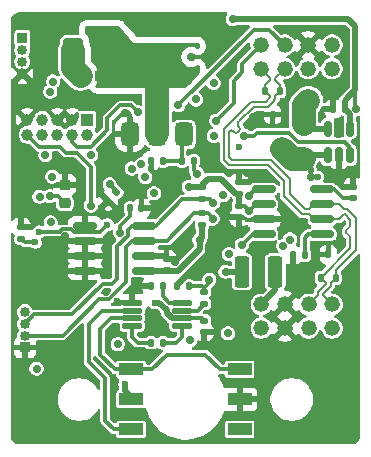
<source format=gbr>
%TF.GenerationSoftware,KiCad,Pcbnew,9.0.2*%
%TF.CreationDate,2025-07-07T17:27:58-04:00*%
%TF.ProjectId,Cain_V1.0,4361696e-5f56-4312-9e30-2e6b69636164,rev?*%
%TF.SameCoordinates,Original*%
%TF.FileFunction,Copper,L4,Bot*%
%TF.FilePolarity,Positive*%
%FSLAX46Y46*%
G04 Gerber Fmt 4.6, Leading zero omitted, Abs format (unit mm)*
G04 Created by KiCad (PCBNEW 9.0.2) date 2025-07-07 17:27:58*
%MOMM*%
%LPD*%
G01*
G04 APERTURE LIST*
G04 Aperture macros list*
%AMRoundRect*
0 Rectangle with rounded corners*
0 $1 Rounding radius*
0 $2 $3 $4 $5 $6 $7 $8 $9 X,Y pos of 4 corners*
0 Add a 4 corners polygon primitive as box body*
4,1,4,$2,$3,$4,$5,$6,$7,$8,$9,$2,$3,0*
0 Add four circle primitives for the rounded corners*
1,1,$1+$1,$2,$3*
1,1,$1+$1,$4,$5*
1,1,$1+$1,$6,$7*
1,1,$1+$1,$8,$9*
0 Add four rect primitives between the rounded corners*
20,1,$1+$1,$2,$3,$4,$5,0*
20,1,$1+$1,$4,$5,$6,$7,0*
20,1,$1+$1,$6,$7,$8,$9,0*
20,1,$1+$1,$8,$9,$2,$3,0*%
G04 Aperture macros list end*
%TA.AperFunction,ComponentPad*%
%ADD10C,1.320800*%
%TD*%
%TA.AperFunction,ComponentPad*%
%ADD11R,1.000000X1.000000*%
%TD*%
%TA.AperFunction,ComponentPad*%
%ADD12C,1.000000*%
%TD*%
%TA.AperFunction,ComponentPad*%
%ADD13R,0.850000X0.850000*%
%TD*%
%TA.AperFunction,ComponentPad*%
%ADD14C,0.850000*%
%TD*%
%TA.AperFunction,ComponentPad*%
%ADD15RoundRect,0.250000X-0.600000X-0.750000X0.600000X-0.750000X0.600000X0.750000X-0.600000X0.750000X0*%
%TD*%
%TA.AperFunction,ComponentPad*%
%ADD16O,1.700000X2.000000*%
%TD*%
%TA.AperFunction,SMDPad,CuDef*%
%ADD17RoundRect,0.125000X-0.687500X-0.125000X0.687500X-0.125000X0.687500X0.125000X-0.687500X0.125000X0*%
%TD*%
%TA.AperFunction,SMDPad,CuDef*%
%ADD18RoundRect,0.140000X-0.170000X0.140000X-0.170000X-0.140000X0.170000X-0.140000X0.170000X0.140000X0*%
%TD*%
%TA.AperFunction,SMDPad,CuDef*%
%ADD19RoundRect,0.135000X-0.135000X-0.185000X0.135000X-0.185000X0.135000X0.185000X-0.135000X0.185000X0*%
%TD*%
%TA.AperFunction,SMDPad,CuDef*%
%ADD20RoundRect,0.140000X0.170000X-0.140000X0.170000X0.140000X-0.170000X0.140000X-0.170000X-0.140000X0*%
%TD*%
%TA.AperFunction,SMDPad,CuDef*%
%ADD21RoundRect,0.250000X0.625000X-0.312500X0.625000X0.312500X-0.625000X0.312500X-0.625000X-0.312500X0*%
%TD*%
%TA.AperFunction,SMDPad,CuDef*%
%ADD22RoundRect,0.140000X0.140000X0.170000X-0.140000X0.170000X-0.140000X-0.170000X0.140000X-0.170000X0*%
%TD*%
%TA.AperFunction,SMDPad,CuDef*%
%ADD23RoundRect,0.225000X-0.225000X-0.250000X0.225000X-0.250000X0.225000X0.250000X-0.225000X0.250000X0*%
%TD*%
%TA.AperFunction,SMDPad,CuDef*%
%ADD24RoundRect,0.250000X-0.375000X-1.075000X0.375000X-1.075000X0.375000X1.075000X-0.375000X1.075000X0*%
%TD*%
%TA.AperFunction,SMDPad,CuDef*%
%ADD25RoundRect,0.135000X0.135000X0.185000X-0.135000X0.185000X-0.135000X-0.185000X0.135000X-0.185000X0*%
%TD*%
%TA.AperFunction,SMDPad,CuDef*%
%ADD26RoundRect,0.135000X-0.185000X0.135000X-0.185000X-0.135000X0.185000X-0.135000X0.185000X0.135000X0*%
%TD*%
%TA.AperFunction,SMDPad,CuDef*%
%ADD27RoundRect,0.135000X0.185000X-0.135000X0.185000X0.135000X-0.185000X0.135000X-0.185000X-0.135000X0*%
%TD*%
%TA.AperFunction,SMDPad,CuDef*%
%ADD28RoundRect,0.135000X0.035355X-0.226274X0.226274X-0.035355X-0.035355X0.226274X-0.226274X0.035355X0*%
%TD*%
%TA.AperFunction,SMDPad,CuDef*%
%ADD29RoundRect,0.150000X-0.825000X-0.150000X0.825000X-0.150000X0.825000X0.150000X-0.825000X0.150000X0*%
%TD*%
%TA.AperFunction,SMDPad,CuDef*%
%ADD30RoundRect,0.225000X0.250000X-0.225000X0.250000X0.225000X-0.250000X0.225000X-0.250000X-0.225000X0*%
%TD*%
%TA.AperFunction,SMDPad,CuDef*%
%ADD31RoundRect,0.140000X-0.140000X-0.170000X0.140000X-0.170000X0.140000X0.170000X-0.140000X0.170000X0*%
%TD*%
%TA.AperFunction,SMDPad,CuDef*%
%ADD32RoundRect,0.150000X0.150000X-0.512500X0.150000X0.512500X-0.150000X0.512500X-0.150000X-0.512500X0*%
%TD*%
%TA.AperFunction,SMDPad,CuDef*%
%ADD33R,2.000000X1.000000*%
%TD*%
%TA.AperFunction,SMDPad,CuDef*%
%ADD34RoundRect,0.112500X0.112500X0.237500X-0.112500X0.237500X-0.112500X-0.237500X0.112500X-0.237500X0*%
%TD*%
%TA.AperFunction,SMDPad,CuDef*%
%ADD35RoundRect,0.375000X0.375000X-0.625000X0.375000X0.625000X-0.375000X0.625000X-0.375000X-0.625000X0*%
%TD*%
%TA.AperFunction,SMDPad,CuDef*%
%ADD36RoundRect,0.500000X1.400000X-0.500000X1.400000X0.500000X-1.400000X0.500000X-1.400000X-0.500000X0*%
%TD*%
%TA.AperFunction,SMDPad,CuDef*%
%ADD37RoundRect,0.112500X-0.112500X-0.237500X0.112500X-0.237500X0.112500X0.237500X-0.112500X0.237500X0*%
%TD*%
%TA.AperFunction,ViaPad*%
%ADD38C,0.700000*%
%TD*%
%TA.AperFunction,ViaPad*%
%ADD39C,0.600000*%
%TD*%
%TA.AperFunction,Conductor*%
%ADD40C,0.500000*%
%TD*%
%TA.AperFunction,Conductor*%
%ADD41C,0.300000*%
%TD*%
%TA.AperFunction,Conductor*%
%ADD42C,2.000000*%
%TD*%
%TA.AperFunction,Conductor*%
%ADD43C,0.200000*%
%TD*%
G04 APERTURE END LIST*
D10*
%TO.P,J3,1,Pin_1*%
%TO.N,/CAN2.0/Power/3.3IN*%
X159422500Y-105950000D03*
%TO.P,J3,2,Pin_2*%
%TO.N,/CAN2.0/Power/24IN*%
X159422500Y-107950001D03*
%TO.P,J3,3,Pin_3*%
%TO.N,GND*%
X161422499Y-105950000D03*
%TO.P,J3,4,Pin_4*%
X161422499Y-107950001D03*
%TO.P,J3,5,Pin_5*%
%TO.N,/CAN2.0/Power/CAN+*%
X163422500Y-105950000D03*
%TO.P,J3,6,Pin_6*%
%TO.N,/MCU/BOOT0*%
X163422500Y-107950001D03*
%TO.P,J3,7,Pin_7*%
%TO.N,/CAN2.0/Power/CAN-*%
X165422498Y-105950000D03*
%TO.P,J3,8,Pin_8*%
%TO.N,/CAN2.0/Power/NRST*%
X165422498Y-107950001D03*
%TD*%
D11*
%TO.P,J1,1,VTref*%
%TO.N,+3.3V*%
X144700000Y-90330000D03*
D12*
%TO.P,J1,2,SWDIO/TMS*%
%TO.N,/MCU/SWDIO*%
X144700000Y-91600000D03*
%TO.P,J1,3,GND*%
%TO.N,GND*%
X143430000Y-90330000D03*
%TO.P,J1,4,SWCLK/TCK*%
%TO.N,/MCU/SWCLK*%
X143430000Y-91600000D03*
%TO.P,J1,5,GND*%
%TO.N,GND*%
X142160000Y-90330000D03*
%TO.P,J1,6,SWO/TDO*%
%TO.N,/MCU/SWO*%
X142160000Y-91600000D03*
%TO.P,J1,7,KEY*%
%TO.N,unconnected-(J1-KEY-Pad7)*%
X140890000Y-90330000D03*
%TO.P,J1,8,NC/TDI*%
%TO.N,unconnected-(J1-NC{slash}TDI-Pad8)*%
X140890000Y-91600000D03*
%TO.P,J1,9,GNDDetect*%
%TO.N,GND*%
X139620000Y-90330000D03*
%TO.P,J1,10,~{RESET}*%
%TO.N,/CAN2.0/Power/NRST*%
X139620000Y-91600000D03*
%TD*%
D10*
%TO.P,J4,1,Pin_1*%
%TO.N,/CAN2.0/Power/3.3IN*%
X165400000Y-86000000D03*
%TO.P,J4,2,Pin_2*%
%TO.N,/CAN2.0/Power/24IN*%
X165400000Y-83999999D03*
%TO.P,J4,3,Pin_3*%
%TO.N,unconnected-(J4-Pin_3-Pad3)*%
X163400001Y-86000000D03*
%TO.P,J4,4,Pin_4*%
%TO.N,GND*%
X163400001Y-83999999D03*
%TO.P,J4,5,Pin_5*%
%TO.N,/CAN2.0/Power/CAN-*%
X161400000Y-86000000D03*
%TO.P,J4,6,Pin_6*%
%TO.N,/MCU/BOOT0*%
X161400000Y-83999999D03*
%TO.P,J4,7,Pin_7*%
%TO.N,/CAN2.0/Power/CAN+*%
X159400002Y-86000000D03*
%TO.P,J4,8,Pin_8*%
%TO.N,/CAN2.0/Power/NRST*%
X159400002Y-83999999D03*
%TD*%
D13*
%TO.P,J5,1,Pin_1*%
%TO.N,GND*%
X139400000Y-109600000D03*
D14*
%TO.P,J5,2,Pin_2*%
%TO.N,/EEPROM/EEPROM_SCL*%
X139400000Y-108600000D03*
%TO.P,J5,3,Pin_3*%
%TO.N,/EEPROM/EEPROM_SDA*%
X139400000Y-107600000D03*
%TO.P,J5,4,Pin_4*%
%TO.N,+3.3V*%
X139400000Y-106600000D03*
%TD*%
D13*
%TO.P,J6,1,Pin_1*%
%TO.N,+3.3V*%
X139200000Y-83400000D03*
D14*
%TO.P,J6,2,Pin_2*%
%TO.N,/MCU/UART_TX*%
X139200000Y-84400000D03*
%TO.P,J6,3,Pin_3*%
%TO.N,/MCU/UART_RX*%
X139200000Y-85400000D03*
%TO.P,J6,4,Pin_4*%
%TO.N,GND*%
X139200000Y-86400000D03*
%TD*%
D15*
%TO.P,J2,1,Pin_1*%
%TO.N,+24V*%
X143500000Y-84385000D03*
D16*
%TO.P,J2,2,Pin_2*%
%TO.N,Net-(D2-A)*%
X146000000Y-84385000D03*
%TD*%
D17*
%TO.P,U4,1,Rg*%
%TO.N,Net-(R7-Pad1)*%
X148487500Y-107775000D03*
%TO.P,U4,2,-*%
%TO.N,Net-(U4--)*%
X148487500Y-107125000D03*
%TO.P,U4,3,+*%
%TO.N,Net-(U3-Vo+)*%
X148487500Y-106475000D03*
%TO.P,U4,4,V-*%
%TO.N,GND*%
X148487500Y-105825000D03*
%TO.P,U4,5,Ref*%
%TO.N,Net-(U4-Ref)*%
X152712500Y-105825000D03*
%TO.P,U4,6*%
%TO.N,Net-(R8-Pad1)*%
X152712500Y-106475000D03*
%TO.P,U4,7,V+*%
%TO.N,+3.3VA*%
X152712500Y-107125000D03*
%TO.P,U4,8,Rg*%
%TO.N,Net-(R7-Pad2)*%
X152712500Y-107775000D03*
%TD*%
D18*
%TO.P,C18,1*%
%TO.N,+3.3VA*%
X154600000Y-107320000D03*
%TO.P,C18,2*%
%TO.N,GND*%
X154600000Y-108280000D03*
%TD*%
D19*
%TO.P,R5,1*%
%TO.N,GND*%
X150090000Y-93800000D03*
%TO.P,R5,2*%
%TO.N,Net-(Q1-G)*%
X151110000Y-93800000D03*
%TD*%
D20*
%TO.P,C15,1*%
%TO.N,Net-(U2-Vref)*%
X167200000Y-96980000D03*
%TO.P,C15,2*%
%TO.N,GND*%
X167200000Y-96020000D03*
%TD*%
%TO.P,C13,1*%
%TO.N,+3.3V*%
X157500000Y-96580000D03*
%TO.P,C13,2*%
%TO.N,GND*%
X157500000Y-95620000D03*
%TD*%
D21*
%TO.P,R15,1*%
%TO.N,+24V Pre*%
X163000000Y-93600000D03*
%TO.P,R15,2*%
%TO.N,+24V*%
X163000000Y-90675000D03*
%TD*%
D22*
%TO.P,C20,1*%
%TO.N,/MCU/ADC1{slash}Pressure*%
X153280000Y-104400000D03*
%TO.P,C20,2*%
%TO.N,GND*%
X152320000Y-104400000D03*
%TD*%
D23*
%TO.P,C16,1*%
%TO.N,+24V*%
X144225000Y-86600000D03*
%TO.P,C16,2*%
%TO.N,Net-(D2-A)*%
X145775000Y-86600000D03*
%TD*%
D24*
%TO.P,F1,1*%
%TO.N,+3.3V*%
X157800000Y-103200000D03*
%TO.P,F1,2*%
%TO.N,/CAN2.0/Power/3.3IN*%
X160600000Y-103200000D03*
%TD*%
D25*
%TO.P,R4,1*%
%TO.N,/MCU/Solenoid*%
X153710000Y-93800000D03*
%TO.P,R4,2*%
%TO.N,Net-(Q1-G)*%
X152690000Y-93800000D03*
%TD*%
D26*
%TO.P,R17,1*%
%TO.N,GND*%
X139100000Y-99390000D03*
%TO.P,R17,2*%
%TO.N,Net-(D7-K)*%
X139100000Y-100410000D03*
%TD*%
D27*
%TO.P,R8,1*%
%TO.N,Net-(R8-Pad1)*%
X154600000Y-105910000D03*
%TO.P,R8,2*%
%TO.N,/MCU/ADC1{slash}Pressure*%
X154600000Y-104890000D03*
%TD*%
D28*
%TO.P,R1,1*%
%TO.N,GND*%
X146439376Y-97160624D03*
%TO.P,R1,2*%
%TO.N,/MCU/BOOT0*%
X147160624Y-96439376D03*
%TD*%
D29*
%TO.P,U5,1,E0*%
%TO.N,GND*%
X144525000Y-103105000D03*
%TO.P,U5,2,E1*%
X144525000Y-101835000D03*
%TO.P,U5,3,E2*%
X144525000Y-100565000D03*
%TO.P,U5,4,VSS*%
X144525000Y-99295000D03*
%TO.P,U5,5,SDA*%
%TO.N,/EEPROM/EEPROM_SDA*%
X149475000Y-99295000D03*
%TO.P,U5,6,SCL*%
%TO.N,/EEPROM/EEPROM_SCL*%
X149475000Y-100565000D03*
%TO.P,U5,7,~{WC}*%
%TO.N,GND*%
X149475000Y-101835000D03*
%TO.P,U5,8,VCC*%
%TO.N,+3.3V*%
X149475000Y-103105000D03*
%TD*%
D30*
%TO.P,C1,1*%
%TO.N,+3.3V*%
X142800000Y-97375000D03*
%TO.P,C1,2*%
%TO.N,GND*%
X142800000Y-95825000D03*
%TD*%
D31*
%TO.P,C12,1*%
%TO.N,/CAN2.0/Power/NRST*%
X148320000Y-97800000D03*
%TO.P,C12,2*%
%TO.N,GND*%
X149280000Y-97800000D03*
%TD*%
D18*
%TO.P,C14,1*%
%TO.N,+3.3V*%
X157500000Y-97620000D03*
%TO.P,C14,2*%
%TO.N,GND*%
X157500000Y-98580000D03*
%TD*%
D32*
%TO.P,U6,1*%
%TO.N,/Current Sense/ADC2{slash}Current*%
X166950000Y-93337500D03*
%TO.P,U6,2,GND*%
%TO.N,GND*%
X166000000Y-93337500D03*
%TO.P,U6,3,+*%
%TO.N,+24V Pre*%
X165050000Y-93337500D03*
%TO.P,U6,4,-*%
%TO.N,+24V*%
X165050000Y-91062500D03*
%TO.P,U6,5,V+*%
%TO.N,+3.3V*%
X166950000Y-91062500D03*
%TD*%
D33*
%TO.P,U3,1,Vo-*%
%TO.N,Net-(U4--)*%
X157590000Y-111460000D03*
%TO.P,U3,2,GND*%
%TO.N,GND*%
X157590000Y-114000000D03*
%TO.P,U3,3,NC*%
%TO.N,unconnected-(U3-NC-Pad3)*%
X157590000Y-116540000D03*
%TO.P,U3,4,Vo+*%
%TO.N,Net-(U3-Vo+)*%
X148410000Y-116540000D03*
%TO.P,U3,5,Vs+*%
%TO.N,+3.3VA*%
X148410000Y-114000000D03*
%TO.P,U3,6,Vo-*%
%TO.N,Net-(U4--)*%
X148410000Y-111460000D03*
%TD*%
D26*
%TO.P,R6,1*%
%TO.N,+3.3V*%
X154400000Y-96040000D03*
%TO.P,R6,2*%
%TO.N,/EEPROM/EEPROM_SDA*%
X154400000Y-97060000D03*
%TD*%
D34*
%TO.P,D5,1,A1*%
%TO.N,/CAN2.0/Power/CAN-*%
X165750000Y-103700000D03*
%TO.P,D5,2,A2*%
%TO.N,/CAN2.0/Power/CAN+*%
X164450000Y-103700000D03*
%TO.P,D5,3,common*%
%TO.N,GND*%
X165100000Y-101700000D03*
%TD*%
D19*
%TO.P,R7,1*%
%TO.N,Net-(R7-Pad1)*%
X150090000Y-109200000D03*
%TO.P,R7,2*%
%TO.N,Net-(R7-Pad2)*%
X151110000Y-109200000D03*
%TD*%
D29*
%TO.P,U2,1,D*%
%TO.N,/CAN2.0/Power/CAN2_TX*%
X159625000Y-100005000D03*
%TO.P,U2,2,GND*%
%TO.N,GND*%
X159625000Y-98735000D03*
%TO.P,U2,3,VCC*%
%TO.N,+3.3V*%
X159625000Y-97465000D03*
%TO.P,U2,4,R*%
%TO.N,/CAN2.0/Power/CAN2_RX*%
X159625000Y-96195000D03*
%TO.P,U2,5,Vref*%
%TO.N,Net-(U2-Vref)*%
X164575000Y-96195000D03*
%TO.P,U2,6,CANL*%
%TO.N,/CAN2.0/Power/CAN-*%
X164575000Y-97465000D03*
%TO.P,U2,7,CANH*%
%TO.N,/CAN2.0/Power/CAN+*%
X164575000Y-98735000D03*
%TO.P,U2,8,Rs*%
%TO.N,Net-(U2-Rs)*%
X164575000Y-100005000D03*
%TD*%
D25*
%TO.P,R3,1*%
%TO.N,Net-(U2-Rs)*%
X163110000Y-101800000D03*
%TO.P,R3,2*%
%TO.N,GND*%
X162090000Y-101800000D03*
%TD*%
D22*
%TO.P,C19,1*%
%TO.N,Net-(U4-Ref)*%
X151080000Y-104400000D03*
%TO.P,C19,2*%
%TO.N,GND*%
X150120000Y-104400000D03*
%TD*%
%TO.P,C22,1*%
%TO.N,+3.3V*%
X166480000Y-89400000D03*
%TO.P,C22,2*%
%TO.N,GND*%
X165520000Y-89400000D03*
%TD*%
D35*
%TO.P,Q1,1,G*%
%TO.N,Net-(Q1-G)*%
X152900000Y-91550000D03*
%TO.P,Q1,2,D*%
%TO.N,Net-(D2-A)*%
X150600000Y-91550000D03*
D36*
X150600000Y-85250000D03*
D35*
%TO.P,Q1,3,S*%
%TO.N,GND*%
X148300000Y-91550000D03*
%TD*%
D20*
%TO.P,C21,1*%
%TO.N,+3.3V*%
X151400000Y-103080000D03*
%TO.P,C21,2*%
%TO.N,GND*%
X151400000Y-102120000D03*
%TD*%
D27*
%TO.P,R14,1*%
%TO.N,+3.3V*%
X154400000Y-99260000D03*
%TO.P,R14,2*%
%TO.N,/EEPROM/EEPROM_SCL*%
X154400000Y-98240000D03*
%TD*%
D37*
%TO.P,D1,1,A1*%
%TO.N,/CAN2.0/Power/CAN+*%
X159750000Y-87900000D03*
%TO.P,D1,2,A2*%
%TO.N,/CAN2.0/Power/CAN-*%
X161050000Y-87900000D03*
%TO.P,D1,3,common*%
%TO.N,GND*%
X160400000Y-89900000D03*
%TD*%
D38*
%TO.N,+3.3V*%
X147280000Y-109320000D03*
X140400000Y-111400000D03*
D39*
X157500000Y-92600000D03*
D38*
X158403580Y-98007995D03*
X154200000Y-100500000D03*
X157000000Y-81800000D03*
X141739411Y-95139411D03*
X153900000Y-88600000D03*
X141600000Y-99000000D03*
X156400000Y-103200000D03*
X140650000Y-96850000D03*
X141500000Y-96800000D03*
X167450000Y-89400000D03*
X153300000Y-96000000D03*
D39*
%TO.N,+3.3VA*%
X147850000Y-112700000D03*
X150400000Y-105800000D03*
D38*
%TO.N,Net-(D2-A)*%
X153199000Y-87000000D03*
%TO.N,+24V*%
X155400000Y-87200000D03*
X163400000Y-88700000D03*
%TO.N,/MCU/SWCLK*%
X149000000Y-89700000D03*
D39*
%TO.N,Net-(D7-A)*%
X146400000Y-99200000D03*
X140600000Y-99800000D03*
D38*
%TO.N,/CAN2.0/Power/CAN2_RX*%
X158360882Y-96760882D03*
%TO.N,/CAN2.0/Power/CAN2_TX*%
X157800000Y-100900000D03*
X156200000Y-96700000D03*
%TO.N,/EEPROM/EEPROM_SCL*%
X155300000Y-98700000D03*
%TO.N,/EEPROM/EEPROM_SDA*%
X155350000Y-97350000D03*
D39*
%TO.N,+24V Pre*%
X163600000Y-94600000D03*
X164200000Y-95200000D03*
X162000000Y-92800000D03*
X161740380Y-93340380D03*
D38*
X161200000Y-92800000D03*
X163600000Y-95200000D03*
%TO.N,/Current Sense/ADC2{slash}Current*%
X155400000Y-91700000D03*
X158000000Y-91673130D03*
X156692004Y-101700000D03*
%TO.N,GND*%
X159600000Y-117350000D03*
X156500000Y-106000000D03*
X142800000Y-100200000D03*
X151020000Y-94830000D03*
X139600000Y-117200000D03*
X159000000Y-101380000D03*
X141520000Y-97720000D03*
X154800000Y-89500000D03*
X159200000Y-111300000D03*
X146100000Y-103500000D03*
X142700000Y-94100000D03*
X158200000Y-94800000D03*
D39*
X138900000Y-98000000D03*
X138800000Y-102100000D03*
D38*
X152970000Y-94970000D03*
D39*
X148400000Y-104800000D03*
D38*
X153500000Y-85000000D03*
X166600000Y-117300000D03*
X164500000Y-111000000D03*
X143800000Y-108800000D03*
D39*
X166000000Y-91650000D03*
X147200000Y-105700000D03*
D38*
X167300000Y-94800000D03*
X141000000Y-117000000D03*
X146300000Y-104900000D03*
D39*
X164000000Y-101400000D03*
D38*
X147899000Y-89722409D03*
D39*
X161200000Y-98000000D03*
X152800000Y-100800000D03*
D38*
X146400000Y-117300000D03*
X152100000Y-102400000D03*
X139000000Y-104500000D03*
X158748008Y-90048008D03*
X148800000Y-110100000D03*
X150600000Y-108100000D03*
X150600000Y-107200000D03*
%TO.N,/CAN2.0/Power/NRST*%
X155600000Y-90400000D03*
X145000000Y-97600000D03*
X150350000Y-96550000D03*
X147500000Y-99900000D03*
%TO.N,/CAN2.0/Power/24IN*%
X161300000Y-101000000D03*
X161864121Y-100464121D03*
%TO.N,/MCU/BOOT0*%
X152400000Y-89100000D03*
X146600000Y-95800000D03*
X149600000Y-95200000D03*
X153400000Y-109000000D03*
X156600000Y-108400000D03*
%TO.N,/MCU/Solenoid*%
X154000000Y-94900000D03*
%TO.N,/MCU/ADC1{slash}Pressure*%
X155029605Y-103860589D03*
%TO.N,/MCU/LED_GREEN*%
X141137693Y-93299999D03*
X145000000Y-93300000D03*
%TO.N,/MCU/UART_RX*%
X148448691Y-94448061D03*
X141550000Y-87950000D03*
%TO.N,/MCU/UART_TX*%
X141803950Y-87086569D03*
X149280184Y-94103645D03*
D39*
%TO.N,Net-(D7-K)*%
X140300000Y-100700000D03*
%TD*%
D40*
%TO.N,+3.3V*%
X166480000Y-88720000D02*
X166800000Y-88400000D01*
X151421000Y-103101000D02*
X152390364Y-103101000D01*
X157500000Y-96580000D02*
X157500000Y-97620000D01*
D41*
X157500000Y-97620000D02*
X158015585Y-97620000D01*
X142225000Y-96800000D02*
X141500000Y-96800000D01*
D40*
X167400000Y-83000000D02*
X167400000Y-82400000D01*
X154400000Y-99260000D02*
X154400000Y-100300000D01*
D41*
X167400000Y-89350000D02*
X167400000Y-87800000D01*
D40*
X151375000Y-103105000D02*
X151400000Y-103080000D01*
X154200000Y-101291364D02*
X154200000Y-100500000D01*
X157800000Y-103200000D02*
X156400000Y-103200000D01*
X151400000Y-103080000D02*
X151421000Y-103101000D01*
X157310318Y-96580000D02*
X156048502Y-95318184D01*
X154400000Y-95856398D02*
X154400000Y-96040000D01*
X156048502Y-95318184D02*
X154938214Y-95318184D01*
D41*
X158946575Y-97465000D02*
X158403580Y-98007995D01*
D40*
X153340000Y-96040000D02*
X154400000Y-96040000D01*
D41*
X159625000Y-97465000D02*
X158946575Y-97465000D01*
D40*
X166950000Y-91062500D02*
X166950000Y-89870000D01*
D41*
X167450000Y-89400000D02*
X167400000Y-89350000D01*
X158015585Y-97620000D02*
X158403580Y-98007995D01*
D40*
X166800000Y-88400000D02*
X167400000Y-87800000D01*
X167400000Y-87800000D02*
X167400000Y-83000000D01*
X149475000Y-103105000D02*
X151375000Y-103105000D01*
X154938214Y-95318184D02*
X154400000Y-95856398D01*
X167400000Y-82400000D02*
X166800000Y-81800000D01*
X154400000Y-100300000D02*
X154200000Y-100500000D01*
X166800000Y-81800000D02*
X157000000Y-81800000D01*
X157500000Y-96580000D02*
X157310318Y-96580000D01*
X153300000Y-96000000D02*
X153340000Y-96040000D01*
X152390364Y-103101000D02*
X154200000Y-101291364D01*
X166480000Y-89400000D02*
X166480000Y-88720000D01*
D41*
X142800000Y-97375000D02*
X142225000Y-96800000D01*
D40*
X166950000Y-89870000D02*
X166480000Y-89400000D01*
%TO.N,+3.3VA*%
X151400000Y-106408636D02*
X151400000Y-106651630D01*
X150791364Y-105800000D02*
X151400000Y-106408636D01*
X151400000Y-106651630D02*
X151873370Y-107125000D01*
D41*
X152712500Y-107125000D02*
X154405000Y-107125000D01*
D40*
X148410000Y-113810000D02*
X148410000Y-114000000D01*
X151873370Y-107125000D02*
X152712500Y-107125000D01*
X150400000Y-105800000D02*
X150791364Y-105800000D01*
D41*
X154405000Y-107125000D02*
X154600000Y-107320000D01*
D40*
X147850000Y-113250000D02*
X148410000Y-113810000D01*
X147850000Y-112700000D02*
X147850000Y-113250000D01*
D41*
%TO.N,Net-(U2-Vref)*%
X166380000Y-96980000D02*
X167200000Y-96980000D01*
X165595000Y-96195000D02*
X166380000Y-96980000D01*
X164575000Y-96195000D02*
X165595000Y-96195000D01*
D42*
%TO.N,Net-(D2-A)*%
X150600000Y-91550000D02*
X150600000Y-85250000D01*
D41*
%TO.N,Net-(U4-Ref)*%
X151080000Y-105280000D02*
X151080000Y-104400000D01*
X151625000Y-105825000D02*
X151080000Y-105280000D01*
X152712500Y-105825000D02*
X151625000Y-105825000D01*
D42*
%TO.N,+24V*%
X163400000Y-88700000D02*
X163000000Y-89100000D01*
X163000000Y-89100000D02*
X163000000Y-90675000D01*
X143500000Y-84385000D02*
X143500000Y-85976000D01*
D40*
X163387500Y-91062500D02*
X163000000Y-90675000D01*
X165050000Y-91062500D02*
X163387500Y-91062500D01*
D42*
X143500000Y-85976000D02*
X144124000Y-86600000D01*
D41*
%TO.N,/MCU/SWCLK*%
X146400000Y-91188364D02*
X146400000Y-90200000D01*
X146400000Y-90200000D02*
X147500000Y-89100000D01*
X148400000Y-89100000D02*
X149000000Y-89700000D01*
X147500000Y-89100000D02*
X148400000Y-89100000D01*
X143430000Y-92230000D02*
X143800000Y-92600000D01*
X143800000Y-92600000D02*
X144988364Y-92600000D01*
X144988364Y-92600000D02*
X146400000Y-91188364D01*
X143430000Y-91600000D02*
X143430000Y-92230000D01*
%TO.N,Net-(Q1-G)*%
X151110000Y-93800000D02*
X152690000Y-93800000D01*
X152690000Y-93800000D02*
X152690000Y-91760000D01*
X152690000Y-91760000D02*
X152900000Y-91550000D01*
%TO.N,Net-(U2-Rs)*%
X163110000Y-101800000D02*
X163110000Y-100290000D01*
X163395000Y-100005000D02*
X164575000Y-100005000D01*
X163110000Y-100290000D02*
X163395000Y-100005000D01*
%TO.N,Net-(R7-Pad2)*%
X152712500Y-108687500D02*
X152712500Y-107775000D01*
X151110000Y-109200000D02*
X152200000Y-109200000D01*
X152200000Y-109200000D02*
X152712500Y-108687500D01*
%TO.N,Net-(R7-Pad1)*%
X149000000Y-109200000D02*
X148487500Y-108687500D01*
X150090000Y-109200000D02*
X149000000Y-109200000D01*
X148487500Y-108687500D02*
X148487500Y-107775000D01*
%TO.N,Net-(R8-Pad1)*%
X154035000Y-106475000D02*
X154600000Y-105910000D01*
X152712500Y-106475000D02*
X154035000Y-106475000D01*
%TO.N,Net-(D7-A)*%
X140600000Y-99800000D02*
X142350057Y-99800000D01*
X145754000Y-99846000D02*
X146400000Y-99200000D01*
X143282744Y-99599000D02*
X143529744Y-99846000D01*
X143529744Y-99846000D02*
X145754000Y-99846000D01*
X142551057Y-99599000D02*
X143282744Y-99599000D01*
X142350057Y-99800000D02*
X142551057Y-99599000D01*
%TO.N,Net-(U3-Vo+)*%
X145925000Y-106475000D02*
X148487500Y-106475000D01*
X144800000Y-107600000D02*
X145925000Y-106475000D01*
X146200000Y-112200000D02*
X144800000Y-110800000D01*
X146940000Y-116540000D02*
X146200000Y-115800000D01*
X148410000Y-116540000D02*
X146940000Y-116540000D01*
X144800000Y-110800000D02*
X144800000Y-107600000D01*
X146200000Y-115800000D02*
X146200000Y-112200000D01*
%TO.N,Net-(U4--)*%
X145800000Y-108000000D02*
X145800000Y-110200000D01*
X146675000Y-107125000D02*
X145800000Y-108000000D01*
X147060000Y-111460000D02*
X148410000Y-111460000D01*
X150140000Y-111460000D02*
X148410000Y-111460000D01*
X154700000Y-110200000D02*
X151400000Y-110200000D01*
X145800000Y-110200000D02*
X147060000Y-111460000D01*
X157590000Y-111460000D02*
X155960000Y-111460000D01*
X155960000Y-111460000D02*
X154700000Y-110200000D01*
X151400000Y-110200000D02*
X150140000Y-111460000D01*
X148487500Y-107125000D02*
X146675000Y-107125000D01*
%TO.N,/CAN2.0/Power/CAN2_RX*%
X158360882Y-96760882D02*
X158926764Y-96195000D01*
X158926764Y-96195000D02*
X159625000Y-96195000D01*
%TO.N,/CAN2.0/Power/CAN2_TX*%
X158695000Y-100005000D02*
X157800000Y-100900000D01*
X159625000Y-100005000D02*
X158695000Y-100005000D01*
%TO.N,/EEPROM/EEPROM_SCL*%
X149475000Y-100565000D02*
X151435000Y-100565000D01*
X151435000Y-100565000D02*
X153760000Y-98240000D01*
X145699000Y-105501000D02*
X146548943Y-105501000D01*
X155300000Y-98600000D02*
X154940000Y-98240000D01*
X148000000Y-104049943D02*
X148000000Y-101065001D01*
X146548943Y-105501000D02*
X148000000Y-104049943D01*
X148000000Y-101065001D02*
X148500001Y-100565000D01*
X139400000Y-108600000D02*
X142600000Y-108600000D01*
X154940000Y-98240000D02*
X154400000Y-98240000D01*
X153760000Y-98240000D02*
X154400000Y-98240000D01*
X148500001Y-100565000D02*
X149475000Y-100565000D01*
X142600000Y-108600000D02*
X145699000Y-105501000D01*
X155300000Y-98700000D02*
X155300000Y-98600000D01*
%TO.N,/EEPROM/EEPROM_SDA*%
X148101000Y-99694001D02*
X148500001Y-99295000D01*
X152740000Y-97060000D02*
X154400000Y-97060000D01*
X139400000Y-107600000D02*
X140200000Y-106800000D01*
X147200000Y-103800000D02*
X147200000Y-101049943D01*
X146000000Y-104200000D02*
X146800000Y-104200000D01*
X143400000Y-106800000D02*
X146000000Y-104200000D01*
X146800000Y-104200000D02*
X147200000Y-103800000D01*
X147200000Y-101049943D02*
X148101000Y-100148943D01*
X155060000Y-97060000D02*
X154400000Y-97060000D01*
X155350000Y-97350000D02*
X155060000Y-97060000D01*
X149475000Y-99295000D02*
X150505000Y-99295000D01*
X148500001Y-99295000D02*
X149475000Y-99295000D01*
X140200000Y-106800000D02*
X143400000Y-106800000D01*
X148101000Y-100148943D02*
X148101000Y-99694001D01*
X150505000Y-99295000D02*
X152740000Y-97060000D01*
D42*
%TO.N,+24V Pre*%
X161740380Y-93340380D02*
X162000000Y-93600000D01*
X162000000Y-93600000D02*
X163000000Y-93600000D01*
X161740380Y-93340380D02*
X161200000Y-92800000D01*
D40*
X165050000Y-93337500D02*
X163262500Y-93337500D01*
X163262500Y-93337500D02*
X163000000Y-93600000D01*
D41*
%TO.N,/Current Sense/ADC2{slash}Current*%
X158818234Y-91673130D02*
X159042364Y-91449000D01*
X158000000Y-91673130D02*
X158818234Y-91673130D01*
X162510602Y-92200000D02*
X166474999Y-92200000D01*
X166474999Y-92200000D02*
X166950000Y-92675001D01*
X166950000Y-92675001D02*
X166950000Y-93337500D01*
X159042364Y-91449000D02*
X161759602Y-91449000D01*
X161759602Y-91449000D02*
X162510602Y-92200000D01*
D40*
%TO.N,GND*%
X151115000Y-101835000D02*
X151400000Y-102120000D01*
X152320000Y-104280000D02*
X153000000Y-103600000D01*
X152320000Y-104400000D02*
X152320000Y-104280000D01*
X149475000Y-101835000D02*
X151115000Y-101835000D01*
D41*
%TO.N,/CAN2.0/Power/NRST*%
X157800000Y-85600001D02*
X159400002Y-83999999D01*
X157800000Y-86300000D02*
X157100000Y-87000000D01*
X143801000Y-93101000D02*
X142901000Y-93101000D01*
X142400000Y-92600000D02*
X140620000Y-92600000D01*
X140620000Y-92600000D02*
X139620000Y-91600000D01*
X148320000Y-98491872D02*
X147500000Y-99311872D01*
X145000000Y-94300000D02*
X143801000Y-93101000D01*
X142901000Y-93101000D02*
X142400000Y-92600000D01*
X147500000Y-99311872D02*
X147500000Y-99900000D01*
X145000000Y-97600000D02*
X145000000Y-94300000D01*
X157800000Y-86300000D02*
X157800000Y-85600001D01*
X157100000Y-88900000D02*
X155600000Y-90400000D01*
X157100000Y-87000000D02*
X157100000Y-88900000D01*
X148320000Y-97800000D02*
X148320000Y-98491872D01*
D40*
%TO.N,/CAN2.0/Power/3.3IN*%
X160600000Y-103200000D02*
X160600000Y-104772500D01*
X160600000Y-104772500D02*
X159422500Y-105950000D01*
D41*
%TO.N,/MCU/BOOT0*%
X158800000Y-82700000D02*
X160100001Y-82700000D01*
X160100001Y-82700000D02*
X161400000Y-83999999D01*
X152400000Y-89100000D02*
X158800000Y-82700000D01*
X147160624Y-96439376D02*
X147160624Y-96360624D01*
X147160624Y-96360624D02*
X146600000Y-95800000D01*
D43*
%TO.N,/CAN2.0/Power/CAN-*%
X158768198Y-89250000D02*
X159968198Y-89250000D01*
X164575000Y-97465000D02*
X163900000Y-97465000D01*
X163093198Y-97875000D02*
X161825000Y-96606802D01*
X166802589Y-97984391D02*
X166693198Y-97875000D01*
X165325000Y-104125000D02*
X165325000Y-104377320D01*
X160208198Y-93690000D02*
X156908198Y-93690000D01*
X161400000Y-86000000D02*
X160625000Y-86775000D01*
X161825000Y-96606802D02*
X161825000Y-95306802D01*
X161050000Y-87374999D02*
X161050000Y-87900000D01*
X165325000Y-104377320D02*
X164647501Y-105054819D01*
X165750000Y-103036397D02*
X166388265Y-102398132D01*
X156725000Y-91604203D02*
X156725000Y-91293198D01*
X164647501Y-105054819D02*
X164647501Y-105175001D01*
X166388265Y-102398132D02*
X167425000Y-101361397D01*
X157488674Y-90529520D02*
X157573528Y-90444669D01*
X157573528Y-90444669D02*
X158768198Y-89250000D01*
X160625001Y-88324999D02*
X161050000Y-87900000D01*
X163490000Y-97875000D02*
X163093198Y-97875000D01*
X165750000Y-103700000D02*
X165325000Y-104125000D01*
X161825000Y-95306802D02*
X160208198Y-93690000D01*
X167425000Y-98606802D02*
X166802589Y-97984391D01*
X159968198Y-89250000D02*
X160418498Y-88799700D01*
X160418498Y-88799700D02*
X160625001Y-88593197D01*
X166693198Y-97875000D02*
X166447501Y-97875000D01*
X156725000Y-93506802D02*
X156725000Y-92254203D01*
X157473690Y-91363065D02*
X157558542Y-91278212D01*
X160625001Y-88593197D02*
X160625001Y-88324999D01*
X167425000Y-101361397D02*
X167425000Y-98606802D01*
X157558542Y-90938800D02*
X157488674Y-90868932D01*
X156908198Y-93690000D02*
X156725000Y-93506802D01*
X163900000Y-97465000D02*
X163490000Y-97875000D01*
X157064411Y-91293198D02*
X157134278Y-91363065D01*
X166037501Y-97465000D02*
X164575000Y-97465000D01*
X166447501Y-97875000D02*
X166037501Y-97465000D01*
X160625000Y-86775000D02*
X160625000Y-86949999D01*
X164647501Y-105175001D02*
X165422500Y-105950000D01*
X160625000Y-86949999D02*
X161050000Y-87374999D01*
X156725000Y-92254203D02*
X156725000Y-91604203D01*
X165750000Y-103700000D02*
X165750000Y-103036397D01*
X156725000Y-91293198D02*
G75*
G02*
X157064411Y-91293197I169706J-169707D01*
G01*
X157558542Y-91278212D02*
G75*
G03*
X157558548Y-90938794I-169742J169712D01*
G01*
X157488674Y-90868932D02*
G75*
G02*
X157488648Y-90529494I169726J169732D01*
G01*
X157134278Y-91363065D02*
G75*
G03*
X157473690Y-91363065I169706J169704D01*
G01*
%TO.N,/CAN2.0/Power/CAN+*%
X156275000Y-93693198D02*
X156721802Y-94140000D01*
X160175000Y-86775000D02*
X160175000Y-86949999D01*
X166447501Y-98325000D02*
X166349575Y-98422926D01*
X159750000Y-87374999D02*
X159750000Y-87900000D01*
X162906802Y-98325000D02*
X163490000Y-98325000D01*
X156721802Y-94140000D02*
X160021802Y-94140000D01*
X160175000Y-86949999D02*
X159750000Y-87374999D01*
X166506802Y-98325000D02*
X166447501Y-98325000D01*
X164875000Y-104190924D02*
X164197499Y-104868425D01*
X166975000Y-101175000D02*
X166975000Y-100260514D01*
X159400000Y-86000000D02*
X160175000Y-86775000D01*
X160174999Y-88406803D02*
X159781802Y-88800000D01*
X166975000Y-99060514D02*
X166975000Y-98793198D01*
X156275000Y-91106802D02*
X156275000Y-93693198D01*
X164197499Y-104868425D02*
X164197499Y-105175001D01*
X160021802Y-94140000D02*
X161375000Y-95493198D01*
X164450000Y-103700000D02*
X166975000Y-101175000D01*
X166975000Y-99315852D02*
X166975000Y-99060514D01*
X163490000Y-98325000D02*
X163900000Y-98735000D01*
X164450000Y-103700000D02*
X164875000Y-104125000D01*
X160174999Y-88324999D02*
X160174999Y-88406803D01*
X166975000Y-98793198D02*
X166506802Y-98325000D01*
X159781802Y-88800000D02*
X158581802Y-88800000D01*
X166037501Y-98735000D02*
X164575000Y-98735000D01*
X158581802Y-88800000D02*
X156275000Y-91106802D01*
X166349575Y-98422926D02*
X166037501Y-98735000D01*
X164875000Y-104125000D02*
X164875000Y-104190924D01*
X159750000Y-87900000D02*
X160174999Y-88324999D01*
X166630338Y-99915852D02*
X166630338Y-99660514D01*
X161375000Y-96793198D02*
X162906802Y-98325000D01*
X163900000Y-98735000D02*
X164575000Y-98735000D01*
X164197499Y-105175001D02*
X163422500Y-105950000D01*
X161375000Y-95493198D02*
X161375000Y-96793198D01*
X166975000Y-100260514D02*
G75*
G03*
X166802669Y-100088200I-172300J14D01*
G01*
X166802669Y-99488183D02*
G75*
G03*
X166974983Y-99315852I31J172283D01*
G01*
X166802669Y-100088183D02*
G75*
G02*
X166630417Y-99915852I31J172283D01*
G01*
X166630338Y-99660514D02*
G75*
G02*
X166802669Y-99488138I172362J14D01*
G01*
D41*
%TO.N,/MCU/Solenoid*%
X153710000Y-94610000D02*
X154000000Y-94900000D01*
X153710000Y-93800000D02*
X153710000Y-94610000D01*
%TO.N,/MCU/ADC1{slash}Pressure*%
X154600000Y-104600000D02*
X154400000Y-104400000D01*
X154600000Y-104600000D02*
X155029605Y-104170395D01*
X155029605Y-104170395D02*
X155029605Y-103860589D01*
X154600000Y-104890000D02*
X154600000Y-104600000D01*
X154400000Y-104400000D02*
X153280000Y-104400000D01*
%TO.N,Net-(D7-K)*%
X140300000Y-100700000D02*
X139390000Y-100700000D01*
X139390000Y-100700000D02*
X139100000Y-100410000D01*
%TD*%
%TA.AperFunction,Conductor*%
%TO.N,Net-(D2-A)*%
G36*
X147410007Y-82419685D02*
G01*
X147437116Y-82443302D01*
X148600000Y-83800000D01*
X154076000Y-83800000D01*
X154143039Y-83819685D01*
X154188794Y-83872489D01*
X154200000Y-83924000D01*
X154200000Y-84212850D01*
X154180315Y-84279889D01*
X154127511Y-84325644D01*
X154058353Y-84335588D01*
X154007109Y-84315952D01*
X153902860Y-84246295D01*
X153748082Y-84182184D01*
X153748074Y-84182182D01*
X153583771Y-84149500D01*
X153583767Y-84149500D01*
X153416233Y-84149500D01*
X153416228Y-84149500D01*
X153251925Y-84182182D01*
X153251917Y-84182184D01*
X153097139Y-84246295D01*
X152957837Y-84339373D01*
X152839373Y-84457837D01*
X152746295Y-84597139D01*
X152682184Y-84751917D01*
X152682182Y-84751925D01*
X152649500Y-84916228D01*
X152649500Y-85083771D01*
X152682182Y-85248074D01*
X152682184Y-85248082D01*
X152746295Y-85402860D01*
X152839373Y-85542162D01*
X152957837Y-85660626D01*
X153050494Y-85722537D01*
X153097137Y-85753703D01*
X153251918Y-85817816D01*
X153416228Y-85850499D01*
X153416232Y-85850500D01*
X153416233Y-85850500D01*
X153583768Y-85850500D01*
X153583769Y-85850499D01*
X153748082Y-85817816D01*
X153902863Y-85753703D01*
X154007111Y-85684046D01*
X154073786Y-85663169D01*
X154141166Y-85681653D01*
X154187857Y-85733632D01*
X154200000Y-85787149D01*
X154200000Y-86328692D01*
X154180315Y-86395731D01*
X154163681Y-86416373D01*
X153016373Y-87563681D01*
X152955050Y-87597166D01*
X152928692Y-87600000D01*
X145495541Y-87600000D01*
X145428502Y-87580315D01*
X145382747Y-87527511D01*
X145372803Y-87458353D01*
X145395224Y-87403113D01*
X145407342Y-87386434D01*
X145514568Y-87175992D01*
X145514569Y-87175989D01*
X145517200Y-87167890D01*
X145587552Y-86951368D01*
X145617476Y-86762434D01*
X145624499Y-86718097D01*
X145624499Y-86481902D01*
X145600232Y-86328692D01*
X145587552Y-86248631D01*
X145514568Y-86024008D01*
X145407343Y-85813566D01*
X145268517Y-85622490D01*
X145036819Y-85390792D01*
X145003334Y-85329469D01*
X145000500Y-85303111D01*
X145000500Y-84266902D01*
X144963553Y-84033631D01*
X144890565Y-83809000D01*
X144864014Y-83756891D01*
X144850499Y-83700597D01*
X144850499Y-83584998D01*
X144850498Y-83584981D01*
X144839999Y-83482203D01*
X144839998Y-83482200D01*
X144784814Y-83315666D01*
X144692712Y-83166344D01*
X144568656Y-83042288D01*
X144568653Y-83042286D01*
X144558899Y-83036269D01*
X144512177Y-82984320D01*
X144500000Y-82930733D01*
X144500000Y-82524000D01*
X144519685Y-82456961D01*
X144572489Y-82411206D01*
X144624000Y-82400000D01*
X147342968Y-82400000D01*
X147410007Y-82419685D01*
G37*
%TD.AperFunction*%
%TD*%
%TA.AperFunction,Conductor*%
%TO.N,GND*%
G36*
X160971945Y-96514804D02*
G01*
X161015397Y-96569519D01*
X161024500Y-96616153D01*
X161024500Y-96839342D01*
X161031235Y-96864476D01*
X161048061Y-96927274D01*
X161048385Y-96928485D01*
X161094527Y-97008406D01*
X161094529Y-97008409D01*
X161094530Y-97008410D01*
X162691590Y-98605470D01*
X162691591Y-98605471D01*
X162691593Y-98605472D01*
X162721665Y-98622834D01*
X162771514Y-98651614D01*
X162860658Y-98675500D01*
X163225500Y-98675500D01*
X163292539Y-98695185D01*
X163338294Y-98747989D01*
X163349500Y-98799499D01*
X163349500Y-98916517D01*
X163355529Y-98954580D01*
X163364354Y-99010304D01*
X163421950Y-99123342D01*
X163421952Y-99123344D01*
X163421954Y-99123347D01*
X163511652Y-99213045D01*
X163511654Y-99213046D01*
X163511658Y-99213050D01*
X163602851Y-99259515D01*
X163606462Y-99262926D01*
X163611258Y-99264219D01*
X163631609Y-99286675D01*
X163653647Y-99307490D01*
X163654841Y-99312312D01*
X163658176Y-99315992D01*
X163663155Y-99345888D01*
X163670442Y-99375311D01*
X163668839Y-99380012D01*
X163669656Y-99384912D01*
X163657680Y-99412757D01*
X163647904Y-99441446D01*
X163643478Y-99445781D01*
X163642052Y-99449098D01*
X163631327Y-99457684D01*
X163615900Y-99472798D01*
X163609611Y-99477039D01*
X163511658Y-99526950D01*
X163461984Y-99576623D01*
X163452090Y-99583298D01*
X163429712Y-99590412D01*
X163409105Y-99601666D01*
X163386767Y-99604067D01*
X163385505Y-99604469D01*
X163384800Y-99604279D01*
X163382746Y-99604500D01*
X163342273Y-99604500D01*
X163240410Y-99631793D01*
X163149087Y-99684520D01*
X163149084Y-99684522D01*
X162789522Y-100044084D01*
X162789520Y-100044087D01*
X162738888Y-100131784D01*
X162736793Y-100135412D01*
X162723099Y-100186519D01*
X162723099Y-100186520D01*
X162723098Y-100186519D01*
X162709500Y-100237269D01*
X162709500Y-100946402D01*
X162689815Y-101013441D01*
X162637011Y-101059196D01*
X162567853Y-101069140D01*
X162522379Y-101053134D01*
X162479191Y-101027593D01*
X162479190Y-101027592D01*
X162419539Y-101010262D01*
X162360654Y-100972655D01*
X162331448Y-100909183D01*
X162341194Y-100839996D01*
X162346740Y-100829199D01*
X162423698Y-100695905D01*
X162464621Y-100543178D01*
X162464621Y-100385064D01*
X162423698Y-100232337D01*
X162416331Y-100219576D01*
X162344645Y-100095411D01*
X162344639Y-100095403D01*
X162232838Y-99983602D01*
X162232830Y-99983596D01*
X162095911Y-99904547D01*
X162095907Y-99904545D01*
X162095905Y-99904544D01*
X161943178Y-99863621D01*
X161785064Y-99863621D01*
X161632337Y-99904544D01*
X161632330Y-99904547D01*
X161495411Y-99983596D01*
X161495403Y-99983602D01*
X161383602Y-100095403D01*
X161383596Y-100095411D01*
X161304547Y-100232330D01*
X161304544Y-100232335D01*
X161297268Y-100259491D01*
X161283062Y-100312511D01*
X161281284Y-100319145D01*
X161244918Y-100378805D01*
X161193604Y-100406825D01*
X161180484Y-100410341D01*
X161068214Y-100440423D01*
X161068211Y-100440425D01*
X160985658Y-100488086D01*
X160917758Y-100504557D01*
X160851732Y-100481704D01*
X160808542Y-100426783D01*
X160801901Y-100357229D01*
X160813173Y-100324409D01*
X160835646Y-100280304D01*
X160835647Y-100280300D01*
X160850500Y-100186522D01*
X160850500Y-100186520D01*
X160850499Y-99823482D01*
X160846133Y-99795917D01*
X160835646Y-99729696D01*
X160778050Y-99616658D01*
X160778044Y-99616652D01*
X160772311Y-99608759D01*
X160775248Y-99606624D01*
X160750462Y-99561231D01*
X160755446Y-99491539D01*
X160797318Y-99435606D01*
X160808509Y-99428140D01*
X160851552Y-99402685D01*
X160851561Y-99402678D01*
X160967678Y-99286561D01*
X160967685Y-99286552D01*
X161051281Y-99145198D01*
X161097100Y-98987486D01*
X161097295Y-98985001D01*
X161097295Y-98985000D01*
X158144000Y-98985000D01*
X158076961Y-98965315D01*
X158031206Y-98912511D01*
X158020000Y-98861000D01*
X158020000Y-98830000D01*
X157750000Y-98830000D01*
X157750000Y-99358789D01*
X157770910Y-99357145D01*
X157926195Y-99312031D01*
X158065374Y-99229721D01*
X158065376Y-99229719D01*
X158067532Y-99227564D01*
X158069640Y-99226412D01*
X158071544Y-99224936D01*
X158071782Y-99225242D01*
X158128853Y-99194076D01*
X158198545Y-99199055D01*
X158254481Y-99240923D01*
X158261951Y-99252119D01*
X158282315Y-99286553D01*
X158282321Y-99286561D01*
X158398438Y-99402678D01*
X158398444Y-99402682D01*
X158441491Y-99428140D01*
X158489175Y-99479209D01*
X158501679Y-99547951D01*
X158487076Y-99594533D01*
X158478562Y-99610045D01*
X158471950Y-99616658D01*
X158433257Y-99692595D01*
X158432338Y-99694270D01*
X158429932Y-99696664D01*
X158411314Y-99722291D01*
X157870426Y-100263181D01*
X157809103Y-100296666D01*
X157782745Y-100299500D01*
X157720943Y-100299500D01*
X157568216Y-100340423D01*
X157568209Y-100340426D01*
X157431290Y-100419475D01*
X157431282Y-100419481D01*
X157319481Y-100531282D01*
X157319475Y-100531290D01*
X157240426Y-100668209D01*
X157240423Y-100668216D01*
X157199500Y-100820943D01*
X157199500Y-100979057D01*
X157215246Y-101037821D01*
X157223629Y-101069107D01*
X157221966Y-101138957D01*
X157182803Y-101196819D01*
X157118575Y-101224323D01*
X157049673Y-101212736D01*
X157041855Y-101208588D01*
X156923788Y-101140423D01*
X156864519Y-101124542D01*
X156771061Y-101099500D01*
X156612947Y-101099500D01*
X156460220Y-101140423D01*
X156460213Y-101140426D01*
X156323294Y-101219475D01*
X156323286Y-101219481D01*
X156211485Y-101331282D01*
X156211479Y-101331290D01*
X156132430Y-101468209D01*
X156132427Y-101468216D01*
X156091504Y-101620943D01*
X156091504Y-101779057D01*
X156130610Y-101925000D01*
X156132427Y-101931783D01*
X156132430Y-101931790D01*
X156211479Y-102068709D01*
X156211483Y-102068714D01*
X156211484Y-102068716D01*
X156323288Y-102180520D01*
X156323290Y-102180521D01*
X156323294Y-102180524D01*
X156436704Y-102246000D01*
X156460220Y-102259577D01*
X156612947Y-102300500D01*
X156612949Y-102300500D01*
X156771059Y-102300500D01*
X156771061Y-102300500D01*
X156771062Y-102300499D01*
X156779117Y-102299439D01*
X156779384Y-102301474D01*
X156793394Y-102301806D01*
X156818147Y-102298247D01*
X156827720Y-102302618D01*
X156838241Y-102302868D01*
X156858952Y-102316882D01*
X156881703Y-102327272D01*
X156887393Y-102336126D01*
X156896108Y-102342023D01*
X156905954Y-102365008D01*
X156919477Y-102386050D01*
X156921754Y-102401891D01*
X156923621Y-102406248D01*
X156924500Y-102420985D01*
X156924500Y-102575500D01*
X156904815Y-102642539D01*
X156852011Y-102688294D01*
X156800500Y-102699500D01*
X156767334Y-102699500D01*
X156705334Y-102682887D01*
X156631786Y-102640424D01*
X156631785Y-102640423D01*
X156631784Y-102640423D01*
X156479057Y-102599500D01*
X156320943Y-102599500D01*
X156168216Y-102640423D01*
X156168209Y-102640426D01*
X156031290Y-102719475D01*
X156031282Y-102719481D01*
X155919481Y-102831282D01*
X155919475Y-102831290D01*
X155840426Y-102968209D01*
X155840423Y-102968216D01*
X155799500Y-103120943D01*
X155799500Y-103279057D01*
X155826567Y-103380070D01*
X155840423Y-103431783D01*
X155840426Y-103431790D01*
X155919475Y-103568709D01*
X155919479Y-103568714D01*
X155919480Y-103568716D01*
X156031284Y-103680520D01*
X156031286Y-103680521D01*
X156031290Y-103680524D01*
X156113500Y-103727987D01*
X156168216Y-103759577D01*
X156320943Y-103800500D01*
X156320945Y-103800500D01*
X156479055Y-103800500D01*
X156479057Y-103800500D01*
X156631784Y-103759577D01*
X156705334Y-103717112D01*
X156720822Y-103712962D01*
X156732399Y-103705523D01*
X156767334Y-103700500D01*
X156800501Y-103700500D01*
X156867540Y-103720185D01*
X156913295Y-103772989D01*
X156924501Y-103824500D01*
X156924501Y-104322876D01*
X156930908Y-104382483D01*
X156981202Y-104517328D01*
X156981206Y-104517335D01*
X157067452Y-104632544D01*
X157067455Y-104632547D01*
X157182664Y-104718793D01*
X157182671Y-104718797D01*
X157317517Y-104769091D01*
X157317516Y-104769091D01*
X157324444Y-104769835D01*
X157377127Y-104775500D01*
X158222872Y-104775499D01*
X158282483Y-104769091D01*
X158417331Y-104718796D01*
X158532546Y-104632546D01*
X158618796Y-104517331D01*
X158669091Y-104382483D01*
X158675500Y-104322873D01*
X158675499Y-102077128D01*
X158669091Y-102017517D01*
X158637114Y-101931783D01*
X158618797Y-101882671D01*
X158618793Y-101882664D01*
X158532547Y-101767455D01*
X158532544Y-101767452D01*
X158417335Y-101681206D01*
X158417328Y-101681202D01*
X158282482Y-101630908D01*
X158282483Y-101630908D01*
X158222883Y-101624501D01*
X158222881Y-101624500D01*
X158222873Y-101624500D01*
X158222865Y-101624500D01*
X158208904Y-101624500D01*
X158141865Y-101604815D01*
X158096110Y-101552011D01*
X158086166Y-101482853D01*
X158115191Y-101419297D01*
X158146906Y-101393112D01*
X158152487Y-101389889D01*
X158168716Y-101380520D01*
X158280520Y-101268716D01*
X158359577Y-101131784D01*
X158400500Y-100979057D01*
X158400500Y-100917254D01*
X158420185Y-100850215D01*
X158436815Y-100829577D01*
X158674673Y-100591718D01*
X158735994Y-100558235D01*
X158763609Y-100556359D01*
X158763609Y-100555500D01*
X158768480Y-100555499D01*
X158768481Y-100555500D01*
X160481518Y-100555499D01*
X160575304Y-100540646D01*
X160622399Y-100516649D01*
X160691066Y-100503753D01*
X160755807Y-100530029D01*
X160796064Y-100587135D01*
X160799057Y-100656940D01*
X160786081Y-100689133D01*
X160740423Y-100768215D01*
X160740423Y-100768216D01*
X160699500Y-100920943D01*
X160699500Y-101079057D01*
X160738732Y-101225471D01*
X160740423Y-101231783D01*
X160740426Y-101231790D01*
X160819475Y-101368709D01*
X160819481Y-101368717D01*
X160863583Y-101412819D01*
X160897068Y-101474142D01*
X160892084Y-101543834D01*
X160850212Y-101599767D01*
X160784748Y-101624184D01*
X160775902Y-101624500D01*
X160177129Y-101624500D01*
X160177123Y-101624501D01*
X160117516Y-101630908D01*
X159982671Y-101681202D01*
X159982664Y-101681206D01*
X159867455Y-101767452D01*
X159867452Y-101767455D01*
X159781206Y-101882664D01*
X159781202Y-101882671D01*
X159730908Y-102017517D01*
X159729128Y-102034078D01*
X159724501Y-102077123D01*
X159724500Y-102077135D01*
X159724500Y-104322870D01*
X159724501Y-104322876D01*
X159730908Y-104382483D01*
X159781202Y-104517328D01*
X159781206Y-104517335D01*
X159872768Y-104639645D01*
X159870027Y-104641696D01*
X159895600Y-104688530D01*
X159890616Y-104758222D01*
X159862115Y-104802569D01*
X159653642Y-105011042D01*
X159592319Y-105044527D01*
X159541770Y-105044978D01*
X159512220Y-105039100D01*
X159512216Y-105039100D01*
X159332784Y-105039100D01*
X159332782Y-105039100D01*
X159156805Y-105074104D01*
X159156795Y-105074107D01*
X158991033Y-105142767D01*
X158991020Y-105142774D01*
X158841835Y-105242457D01*
X158841831Y-105242460D01*
X158714960Y-105369331D01*
X158714957Y-105369335D01*
X158615274Y-105518520D01*
X158615267Y-105518533D01*
X158546607Y-105684295D01*
X158546604Y-105684305D01*
X158511600Y-105860281D01*
X158511600Y-105860284D01*
X158511600Y-106039716D01*
X158511600Y-106039718D01*
X158511599Y-106039718D01*
X158546604Y-106215694D01*
X158546607Y-106215704D01*
X158615267Y-106381466D01*
X158615274Y-106381479D01*
X158714957Y-106530664D01*
X158714960Y-106530668D01*
X158841831Y-106657539D01*
X158841835Y-106657542D01*
X158991020Y-106757225D01*
X158991033Y-106757232D01*
X159156795Y-106825892D01*
X159156800Y-106825894D01*
X159169311Y-106828382D01*
X159231222Y-106860766D01*
X159265797Y-106921482D01*
X159262058Y-106991251D01*
X159221193Y-107047924D01*
X159169317Y-107071616D01*
X159156809Y-107074104D01*
X159156795Y-107074108D01*
X158991033Y-107142768D01*
X158991020Y-107142775D01*
X158841835Y-107242458D01*
X158841831Y-107242461D01*
X158714960Y-107369332D01*
X158714957Y-107369336D01*
X158615274Y-107518521D01*
X158615267Y-107518534D01*
X158546607Y-107684296D01*
X158546604Y-107684306D01*
X158511600Y-107860282D01*
X158511600Y-107860285D01*
X158511600Y-108039717D01*
X158511600Y-108039719D01*
X158511599Y-108039719D01*
X158546604Y-108215695D01*
X158546607Y-108215705D01*
X158615267Y-108381467D01*
X158615274Y-108381480D01*
X158714957Y-108530665D01*
X158714960Y-108530669D01*
X158841831Y-108657540D01*
X158841835Y-108657543D01*
X158991020Y-108757226D01*
X158991033Y-108757233D01*
X159156795Y-108825893D01*
X159156800Y-108825895D01*
X159156804Y-108825895D01*
X159156805Y-108825896D01*
X159332781Y-108860901D01*
X159332784Y-108860901D01*
X159512218Y-108860901D01*
X159630610Y-108837350D01*
X159688200Y-108825895D01*
X159757872Y-108797036D01*
X159828668Y-108767712D01*
X159853967Y-108757233D01*
X159853970Y-108757231D01*
X159853973Y-108757230D01*
X160003165Y-108657543D01*
X160130042Y-108530666D01*
X160174752Y-108463751D01*
X160228363Y-108418948D01*
X160297688Y-108410240D01*
X160360716Y-108440394D01*
X160388339Y-108476348D01*
X160430034Y-108558179D01*
X160442966Y-108575979D01*
X161016099Y-108002846D01*
X161016099Y-108003505D01*
X161043794Y-108106866D01*
X161097298Y-108199537D01*
X161172963Y-108275202D01*
X161265634Y-108328706D01*
X161368995Y-108356401D01*
X161369652Y-108356401D01*
X160796518Y-108929532D01*
X160814316Y-108942463D01*
X160977055Y-109025384D01*
X161150770Y-109081828D01*
X161331169Y-109110401D01*
X161513829Y-109110401D01*
X161694227Y-109081828D01*
X161867942Y-109025384D01*
X162030677Y-108942466D01*
X162048478Y-108929532D01*
X161475347Y-108356401D01*
X161476003Y-108356401D01*
X161579364Y-108328706D01*
X161672035Y-108275202D01*
X161747700Y-108199537D01*
X161801204Y-108106866D01*
X161828899Y-108003505D01*
X161828899Y-108002848D01*
X162402030Y-108575979D01*
X162414965Y-108558177D01*
X162456659Y-108476348D01*
X162504633Y-108425552D01*
X162572454Y-108408756D01*
X162638589Y-108431293D01*
X162670246Y-108463751D01*
X162714957Y-108530665D01*
X162714960Y-108530669D01*
X162841831Y-108657540D01*
X162841835Y-108657543D01*
X162991020Y-108757226D01*
X162991033Y-108757233D01*
X163156795Y-108825893D01*
X163156800Y-108825895D01*
X163156804Y-108825895D01*
X163156805Y-108825896D01*
X163332781Y-108860901D01*
X163332784Y-108860901D01*
X163512218Y-108860901D01*
X163630610Y-108837350D01*
X163688200Y-108825895D01*
X163846257Y-108760426D01*
X163853966Y-108757233D01*
X163853966Y-108757232D01*
X163853973Y-108757230D01*
X164003165Y-108657543D01*
X164130042Y-108530666D01*
X164229729Y-108381474D01*
X164298394Y-108215701D01*
X164300882Y-108203193D01*
X164333266Y-108141284D01*
X164393982Y-108106710D01*
X164463751Y-108110449D01*
X164520424Y-108151315D01*
X164544115Y-108203192D01*
X164546604Y-108215701D01*
X164546605Y-108215703D01*
X164546605Y-108215705D01*
X164615265Y-108381467D01*
X164615272Y-108381480D01*
X164714955Y-108530665D01*
X164714958Y-108530669D01*
X164841829Y-108657540D01*
X164841833Y-108657543D01*
X164991018Y-108757226D01*
X164991031Y-108757233D01*
X165156793Y-108825893D01*
X165156798Y-108825895D01*
X165156802Y-108825895D01*
X165156803Y-108825896D01*
X165332779Y-108860901D01*
X165332782Y-108860901D01*
X165512216Y-108860901D01*
X165630608Y-108837350D01*
X165688198Y-108825895D01*
X165846255Y-108760426D01*
X165853964Y-108757233D01*
X165853964Y-108757232D01*
X165853971Y-108757230D01*
X166003163Y-108657543D01*
X166130040Y-108530666D01*
X166229727Y-108381474D01*
X166298392Y-108215701D01*
X166321847Y-108097788D01*
X166333398Y-108039719D01*
X166333398Y-107860282D01*
X166298393Y-107684306D01*
X166298392Y-107684305D01*
X166298392Y-107684301D01*
X166291032Y-107666533D01*
X166229730Y-107518534D01*
X166229723Y-107518521D01*
X166130040Y-107369336D01*
X166130037Y-107369332D01*
X166003166Y-107242461D01*
X166003162Y-107242458D01*
X165853977Y-107142775D01*
X165853964Y-107142768D01*
X165688202Y-107074108D01*
X165688194Y-107074106D01*
X165675682Y-107071617D01*
X165613771Y-107039230D01*
X165579199Y-106978513D01*
X165582940Y-106908744D01*
X165623808Y-106852073D01*
X165675686Y-106828382D01*
X165688198Y-106825894D01*
X165853971Y-106757229D01*
X166003163Y-106657542D01*
X166130040Y-106530665D01*
X166229727Y-106381473D01*
X166298392Y-106215700D01*
X166313845Y-106138015D01*
X166333398Y-106039718D01*
X166333398Y-105860281D01*
X166298393Y-105684305D01*
X166298392Y-105684304D01*
X166298392Y-105684300D01*
X166260872Y-105593717D01*
X166229730Y-105518533D01*
X166229723Y-105518520D01*
X166130040Y-105369335D01*
X166130037Y-105369331D01*
X166003166Y-105242460D01*
X166003162Y-105242457D01*
X165853977Y-105142774D01*
X165853964Y-105142767D01*
X165688202Y-105074107D01*
X165688192Y-105074104D01*
X165512216Y-105039100D01*
X165512214Y-105039100D01*
X165458263Y-105039100D01*
X165391224Y-105019415D01*
X165345469Y-104966611D01*
X165335525Y-104897453D01*
X165364550Y-104833897D01*
X165370582Y-104827419D01*
X165480890Y-104717111D01*
X165605469Y-104592532D01*
X165619934Y-104567479D01*
X165651613Y-104512611D01*
X165651614Y-104512608D01*
X165662657Y-104471393D01*
X165675500Y-104423464D01*
X165675500Y-104411255D01*
X165678298Y-104398308D01*
X165688923Y-104378784D01*
X165695185Y-104357460D01*
X165705298Y-104348696D01*
X165711698Y-104336938D01*
X165731195Y-104326257D01*
X165747989Y-104311705D01*
X165764193Y-104308179D01*
X165772975Y-104303369D01*
X165783056Y-104304076D01*
X165799500Y-104300499D01*
X165896950Y-104300499D01*
X165928834Y-104295854D01*
X165967509Y-104290220D01*
X166076347Y-104237012D01*
X166162012Y-104151347D01*
X166215220Y-104042509D01*
X166225500Y-103971949D01*
X166225499Y-103428052D01*
X166215220Y-103357491D01*
X166162012Y-103248653D01*
X166162011Y-103248652D01*
X166158674Y-103241825D01*
X166146915Y-103172952D01*
X166174259Y-103108655D01*
X166182384Y-103099694D01*
X166668735Y-102613344D01*
X167587819Y-101694260D01*
X167649142Y-101660775D01*
X167718834Y-101665759D01*
X167774767Y-101707631D01*
X167799184Y-101773095D01*
X167799500Y-101781941D01*
X167799500Y-116993907D01*
X167798903Y-117006060D01*
X167798903Y-117006061D01*
X167785335Y-117143819D01*
X167780593Y-117167661D01*
X167742186Y-117294271D01*
X167732883Y-117316728D01*
X167670517Y-117433406D01*
X167657012Y-117453618D01*
X167573079Y-117555891D01*
X167555891Y-117573079D01*
X167453618Y-117657012D01*
X167433406Y-117670517D01*
X167316728Y-117732883D01*
X167294271Y-117742186D01*
X167167661Y-117780593D01*
X167143819Y-117785335D01*
X167006062Y-117798903D01*
X166993908Y-117799500D01*
X139006092Y-117799500D01*
X138993938Y-117798903D01*
X138856180Y-117785335D01*
X138832340Y-117780593D01*
X138705728Y-117742186D01*
X138683271Y-117732883D01*
X138566593Y-117670517D01*
X138546381Y-117657012D01*
X138444108Y-117573079D01*
X138426920Y-117555891D01*
X138342986Y-117453616D01*
X138329482Y-117433406D01*
X138267114Y-117316725D01*
X138257815Y-117294277D01*
X138219404Y-117167652D01*
X138214665Y-117143824D01*
X138201097Y-117006060D01*
X138200500Y-116993907D01*
X138200500Y-111320943D01*
X139799500Y-111320943D01*
X139799500Y-111479056D01*
X139840423Y-111631783D01*
X139840426Y-111631790D01*
X139919475Y-111768709D01*
X139919479Y-111768714D01*
X139919480Y-111768716D01*
X140031284Y-111880520D01*
X140031286Y-111880521D01*
X140031290Y-111880524D01*
X140158702Y-111954084D01*
X140168216Y-111959577D01*
X140320943Y-112000500D01*
X140320945Y-112000500D01*
X140479055Y-112000500D01*
X140479057Y-112000500D01*
X140631784Y-111959577D01*
X140768716Y-111880520D01*
X140880520Y-111768716D01*
X140959577Y-111631784D01*
X141000500Y-111479057D01*
X141000500Y-111320943D01*
X140959577Y-111168216D01*
X140908517Y-111079776D01*
X140880524Y-111031290D01*
X140880518Y-111031282D01*
X140768717Y-110919481D01*
X140768709Y-110919475D01*
X140631790Y-110840426D01*
X140631786Y-110840424D01*
X140631784Y-110840423D01*
X140479057Y-110799500D01*
X140320943Y-110799500D01*
X140168216Y-110840423D01*
X140168209Y-110840426D01*
X140031290Y-110919475D01*
X140031282Y-110919481D01*
X139919481Y-111031282D01*
X139919475Y-111031290D01*
X139840426Y-111168209D01*
X139840423Y-111168216D01*
X139799500Y-111320943D01*
X138200500Y-111320943D01*
X138200500Y-110072844D01*
X138475000Y-110072844D01*
X138481401Y-110132372D01*
X138481403Y-110132379D01*
X138531645Y-110267086D01*
X138531649Y-110267093D01*
X138617809Y-110382187D01*
X138617812Y-110382190D01*
X138732906Y-110468350D01*
X138732913Y-110468354D01*
X138867620Y-110518596D01*
X138867627Y-110518598D01*
X138927155Y-110524999D01*
X138927172Y-110525000D01*
X139150000Y-110525000D01*
X139650000Y-110525000D01*
X139872828Y-110525000D01*
X139872844Y-110524999D01*
X139932372Y-110518598D01*
X139932379Y-110518596D01*
X140067086Y-110468354D01*
X140067093Y-110468350D01*
X140182187Y-110382190D01*
X140182190Y-110382187D01*
X140268350Y-110267093D01*
X140268354Y-110267086D01*
X140318596Y-110132379D01*
X140318598Y-110132372D01*
X140324999Y-110072844D01*
X140325000Y-110072827D01*
X140325000Y-109850000D01*
X139650000Y-109850000D01*
X139650000Y-110525000D01*
X139150000Y-110525000D01*
X139150000Y-109850000D01*
X138475000Y-109850000D01*
X138475000Y-110072844D01*
X138200500Y-110072844D01*
X138200500Y-103355001D01*
X143052704Y-103355001D01*
X143052899Y-103357486D01*
X143098718Y-103515198D01*
X143182314Y-103656552D01*
X143182321Y-103656561D01*
X143298438Y-103772678D01*
X143298447Y-103772685D01*
X143439803Y-103856282D01*
X143439806Y-103856283D01*
X143597504Y-103902099D01*
X143597510Y-103902100D01*
X143634350Y-103904999D01*
X143634366Y-103905000D01*
X144275000Y-103905000D01*
X144275000Y-103355000D01*
X143052705Y-103355000D01*
X143052704Y-103355001D01*
X138200500Y-103355001D01*
X138200500Y-102085001D01*
X143052704Y-102085001D01*
X143052899Y-102087486D01*
X143098718Y-102245198D01*
X143182314Y-102386552D01*
X143187100Y-102392722D01*
X143184753Y-102394542D01*
X143211564Y-102443642D01*
X143206580Y-102513334D01*
X143185541Y-102546069D01*
X143187100Y-102547278D01*
X143182314Y-102553447D01*
X143098718Y-102694801D01*
X143052899Y-102852513D01*
X143052704Y-102854998D01*
X143052705Y-102855000D01*
X144275000Y-102855000D01*
X144775000Y-102855000D01*
X145997295Y-102855000D01*
X145997295Y-102854998D01*
X145997100Y-102852513D01*
X145951281Y-102694801D01*
X145867685Y-102553447D01*
X145862900Y-102547278D01*
X145865252Y-102545453D01*
X145838445Y-102496405D01*
X145843402Y-102426712D01*
X145864465Y-102393936D01*
X145862900Y-102392722D01*
X145867685Y-102386552D01*
X145951281Y-102245198D01*
X145997100Y-102087486D01*
X145997295Y-102085001D01*
X145997295Y-102085000D01*
X144775000Y-102085000D01*
X144775000Y-102855000D01*
X144275000Y-102855000D01*
X144275000Y-102085000D01*
X143052705Y-102085000D01*
X143052704Y-102085001D01*
X138200500Y-102085001D01*
X138200500Y-100007888D01*
X138220185Y-99940849D01*
X138272989Y-99895094D01*
X138342147Y-99885150D01*
X138405703Y-99914175D01*
X138412181Y-99920207D01*
X138515587Y-100023613D01*
X138549072Y-100084936D01*
X138544088Y-100154628D01*
X138540761Y-100162368D01*
X138540419Y-100163476D01*
X138540418Y-100163481D01*
X138540418Y-100163482D01*
X138529500Y-100238418D01*
X138529500Y-100581582D01*
X138540418Y-100656518D01*
X138540418Y-100656519D01*
X138540419Y-100656521D01*
X138596921Y-100772099D01*
X138596923Y-100772102D01*
X138687897Y-100863076D01*
X138687900Y-100863078D01*
X138788965Y-100912485D01*
X138803482Y-100919582D01*
X138878418Y-100930500D01*
X139002745Y-100930500D01*
X139069784Y-100950185D01*
X139090426Y-100966819D01*
X139144087Y-101020480D01*
X139235412Y-101073207D01*
X139337273Y-101100500D01*
X139442727Y-101100500D01*
X139870614Y-101100500D01*
X139937653Y-101120185D01*
X139958295Y-101136819D01*
X139961985Y-101140509D01*
X139961986Y-101140510D01*
X139961988Y-101140511D01*
X140087511Y-101212982D01*
X140087512Y-101212982D01*
X140087515Y-101212984D01*
X140227525Y-101250500D01*
X140227528Y-101250500D01*
X140372472Y-101250500D01*
X140372475Y-101250500D01*
X140512485Y-101212984D01*
X140638015Y-101140509D01*
X140740509Y-101038015D01*
X140812984Y-100912485D01*
X140839105Y-100815001D01*
X143052704Y-100815001D01*
X143052899Y-100817486D01*
X143098718Y-100975198D01*
X143182314Y-101116552D01*
X143187100Y-101122722D01*
X143184753Y-101124542D01*
X143211564Y-101173642D01*
X143206580Y-101243334D01*
X143185541Y-101276069D01*
X143187100Y-101277278D01*
X143182314Y-101283447D01*
X143098718Y-101424801D01*
X143052899Y-101582513D01*
X143052704Y-101584998D01*
X143052705Y-101585000D01*
X144275000Y-101585000D01*
X144775000Y-101585000D01*
X145997295Y-101585000D01*
X145997295Y-101584998D01*
X145997100Y-101582513D01*
X145951281Y-101424801D01*
X145867685Y-101283447D01*
X145862900Y-101277278D01*
X145865252Y-101275453D01*
X145838445Y-101226405D01*
X145843402Y-101156712D01*
X145864465Y-101123936D01*
X145862900Y-101122722D01*
X145867685Y-101116552D01*
X145951281Y-100975198D01*
X145997100Y-100817486D01*
X145997295Y-100815001D01*
X145997295Y-100815000D01*
X144775000Y-100815000D01*
X144775000Y-101585000D01*
X144275000Y-101585000D01*
X144275000Y-100815000D01*
X143052705Y-100815000D01*
X143052704Y-100815001D01*
X140839105Y-100815001D01*
X140850500Y-100772475D01*
X140850500Y-100627525D01*
X140812984Y-100487515D01*
X140799284Y-100463787D01*
X140797717Y-100457328D01*
X140793411Y-100452265D01*
X140789584Y-100423803D01*
X140782812Y-100395888D01*
X140784986Y-100389604D01*
X140784101Y-100383018D01*
X140796268Y-100357006D01*
X140805664Y-100329861D01*
X140811583Y-100324267D01*
X140813706Y-100319731D01*
X140833672Y-100303397D01*
X140840589Y-100296863D01*
X140842588Y-100295603D01*
X140938015Y-100240509D01*
X140951538Y-100226985D01*
X140963303Y-100219576D01*
X140984077Y-100213681D01*
X141003028Y-100203334D01*
X141029386Y-100200500D01*
X142402782Y-100200500D01*
X142402784Y-100200500D01*
X142504645Y-100173207D01*
X142595970Y-100120480D01*
X142680631Y-100035819D01*
X142707558Y-100021115D01*
X142733377Y-100004523D01*
X142739577Y-100003631D01*
X142741954Y-100002334D01*
X142768312Y-99999500D01*
X142978685Y-99999500D01*
X143045724Y-100019185D01*
X143091479Y-100071989D01*
X143101423Y-100141147D01*
X143097761Y-100158095D01*
X143052900Y-100312505D01*
X143052899Y-100312511D01*
X143052704Y-100314998D01*
X143052705Y-100315000D01*
X144275000Y-100315000D01*
X144307181Y-100282819D01*
X144368504Y-100249334D01*
X144394862Y-100246500D01*
X144655138Y-100246500D01*
X144722177Y-100266185D01*
X144742819Y-100282819D01*
X144775000Y-100315000D01*
X145997295Y-100315000D01*
X145997295Y-100314998D01*
X145997100Y-100312511D01*
X145997099Y-100312508D01*
X145985318Y-100271957D01*
X145985517Y-100202087D01*
X146016713Y-100149680D01*
X146379574Y-99786819D01*
X146440897Y-99753334D01*
X146467255Y-99750500D01*
X146472472Y-99750500D01*
X146472475Y-99750500D01*
X146612485Y-99712984D01*
X146726995Y-99646871D01*
X146794892Y-99630399D01*
X146860919Y-99653251D01*
X146904110Y-99708172D01*
X146910752Y-99777725D01*
X146908769Y-99786350D01*
X146899500Y-99820943D01*
X146899500Y-99979057D01*
X146940289Y-100131282D01*
X146940423Y-100131783D01*
X146940426Y-100131790D01*
X147019475Y-100268709D01*
X147019481Y-100268717D01*
X147129475Y-100378711D01*
X147162960Y-100440034D01*
X147157976Y-100509726D01*
X147129476Y-100554073D01*
X146879519Y-100804030D01*
X146826792Y-100895355D01*
X146826792Y-100895356D01*
X146822757Y-100910412D01*
X146822758Y-100910413D01*
X146799500Y-100997214D01*
X146799500Y-103582745D01*
X146790855Y-103612185D01*
X146784332Y-103642172D01*
X146780577Y-103647187D01*
X146779815Y-103649784D01*
X146763181Y-103670426D01*
X146670426Y-103763181D01*
X146609103Y-103796666D01*
X146582745Y-103799500D01*
X146000541Y-103799500D01*
X145933502Y-103779815D01*
X145887747Y-103727011D01*
X145877803Y-103657853D01*
X145893809Y-103612379D01*
X145951281Y-103515198D01*
X145997100Y-103357486D01*
X145997295Y-103355001D01*
X145997295Y-103355000D01*
X144775000Y-103355000D01*
X144775000Y-103905000D01*
X145415634Y-103905000D01*
X145415655Y-103904999D01*
X145420254Y-103904637D01*
X145488632Y-103918997D01*
X145538392Y-103968046D01*
X145553735Y-104036210D01*
X145529789Y-104101848D01*
X145517671Y-104115935D01*
X143270426Y-106363181D01*
X143209103Y-106396666D01*
X143182745Y-106399500D01*
X140139146Y-106399500D01*
X140139146Y-106398147D01*
X140078530Y-106388694D01*
X140026275Y-106342313D01*
X140016826Y-106323984D01*
X139998620Y-106280031D01*
X139972212Y-106240509D01*
X139924698Y-106169398D01*
X139924692Y-106169390D01*
X139830609Y-106075307D01*
X139830601Y-106075301D01*
X139719979Y-106001386D01*
X139719972Y-106001382D01*
X139719969Y-106001380D01*
X139719965Y-106001378D01*
X139719961Y-106001376D01*
X139597040Y-105950461D01*
X139597030Y-105950458D01*
X139466533Y-105924500D01*
X139466531Y-105924500D01*
X139333469Y-105924500D01*
X139333467Y-105924500D01*
X139202969Y-105950458D01*
X139202959Y-105950461D01*
X139080038Y-106001376D01*
X139080020Y-106001386D01*
X138969398Y-106075301D01*
X138969390Y-106075307D01*
X138875307Y-106169390D01*
X138875301Y-106169398D01*
X138801386Y-106280020D01*
X138801376Y-106280038D01*
X138750461Y-106402959D01*
X138750458Y-106402969D01*
X138724500Y-106533466D01*
X138724500Y-106533469D01*
X138724500Y-106666531D01*
X138724500Y-106666533D01*
X138724499Y-106666533D01*
X138750458Y-106797030D01*
X138750461Y-106797040D01*
X138801376Y-106919961D01*
X138801382Y-106919972D01*
X138875641Y-107031110D01*
X138896518Y-107097788D01*
X138878033Y-107165168D01*
X138875641Y-107168890D01*
X138801382Y-107280027D01*
X138801376Y-107280038D01*
X138750461Y-107402959D01*
X138750458Y-107402969D01*
X138724500Y-107533466D01*
X138724500Y-107533469D01*
X138724500Y-107666531D01*
X138724500Y-107666533D01*
X138724499Y-107666533D01*
X138750458Y-107797030D01*
X138750461Y-107797040D01*
X138801376Y-107919961D01*
X138801382Y-107919972D01*
X138875641Y-108031110D01*
X138896518Y-108097788D01*
X138878033Y-108165168D01*
X138875641Y-108168890D01*
X138801382Y-108280027D01*
X138801376Y-108280038D01*
X138750461Y-108402959D01*
X138750458Y-108402969D01*
X138724500Y-108533466D01*
X138724500Y-108672623D01*
X138722471Y-108672623D01*
X138711180Y-108732147D01*
X138675110Y-108774916D01*
X138617809Y-108817812D01*
X138531649Y-108932906D01*
X138531645Y-108932913D01*
X138481403Y-109067620D01*
X138481401Y-109067627D01*
X138475000Y-109127155D01*
X138475000Y-109350000D01*
X139350272Y-109350000D01*
X139258386Y-109388060D01*
X139188060Y-109458386D01*
X139150000Y-109550272D01*
X139150000Y-109649728D01*
X139188060Y-109741614D01*
X139258386Y-109811940D01*
X139350272Y-109850000D01*
X139449728Y-109850000D01*
X139541614Y-109811940D01*
X139611940Y-109741614D01*
X139650000Y-109649728D01*
X139650000Y-109550272D01*
X139611940Y-109458386D01*
X139541614Y-109388060D01*
X139449728Y-109350000D01*
X140325000Y-109350000D01*
X140325000Y-109124500D01*
X140344685Y-109057461D01*
X140397489Y-109011706D01*
X140449000Y-109000500D01*
X142652725Y-109000500D01*
X142652727Y-109000500D01*
X142754588Y-108973207D01*
X142845913Y-108920480D01*
X144187819Y-107578574D01*
X144249142Y-107545089D01*
X144318834Y-107550073D01*
X144374767Y-107591945D01*
X144399184Y-107657409D01*
X144399500Y-107666255D01*
X144399500Y-110747273D01*
X144399500Y-110852727D01*
X144403749Y-110868584D01*
X144426793Y-110954589D01*
X144445964Y-110987793D01*
X144479520Y-111045913D01*
X144479522Y-111045915D01*
X145763181Y-112329574D01*
X145796666Y-112390897D01*
X145799500Y-112417255D01*
X145799500Y-113053052D01*
X145779815Y-113120091D01*
X145727011Y-113165846D01*
X145657853Y-113175790D01*
X145594297Y-113146765D01*
X145568113Y-113115053D01*
X145500273Y-112997550D01*
X145435003Y-112912488D01*
X145356593Y-112810302D01*
X145356587Y-112810295D01*
X145189704Y-112643412D01*
X145189697Y-112643406D01*
X145002454Y-112499730D01*
X145002453Y-112499729D01*
X145002450Y-112499727D01*
X144920957Y-112452677D01*
X144798056Y-112381719D01*
X144798045Y-112381714D01*
X144579993Y-112291394D01*
X144352010Y-112230306D01*
X144118020Y-112199501D01*
X144118017Y-112199500D01*
X144118011Y-112199500D01*
X143881989Y-112199500D01*
X143881983Y-112199500D01*
X143881979Y-112199501D01*
X143647989Y-112230306D01*
X143420006Y-112291394D01*
X143201954Y-112381714D01*
X143201943Y-112381719D01*
X142997545Y-112499730D01*
X142810302Y-112643406D01*
X142810295Y-112643412D01*
X142643412Y-112810295D01*
X142643406Y-112810302D01*
X142499730Y-112997545D01*
X142499727Y-112997549D01*
X142499727Y-112997550D01*
X142494617Y-113006401D01*
X142381719Y-113201943D01*
X142381714Y-113201954D01*
X142291394Y-113420006D01*
X142230306Y-113647989D01*
X142199501Y-113881979D01*
X142199500Y-113881995D01*
X142199500Y-114118004D01*
X142199501Y-114118020D01*
X142230306Y-114352010D01*
X142291394Y-114579993D01*
X142381714Y-114798045D01*
X142381719Y-114798056D01*
X142444267Y-114906391D01*
X142499727Y-115002450D01*
X142499729Y-115002453D01*
X142499730Y-115002454D01*
X142643406Y-115189697D01*
X142643412Y-115189704D01*
X142810295Y-115356587D01*
X142810301Y-115356592D01*
X142997550Y-115500273D01*
X143128918Y-115576118D01*
X143201943Y-115618280D01*
X143201948Y-115618282D01*
X143201951Y-115618284D01*
X143420007Y-115708606D01*
X143647986Y-115769693D01*
X143881989Y-115800500D01*
X143881996Y-115800500D01*
X144118004Y-115800500D01*
X144118011Y-115800500D01*
X144352014Y-115769693D01*
X144579993Y-115708606D01*
X144798049Y-115618284D01*
X145002450Y-115500273D01*
X145189699Y-115356592D01*
X145356592Y-115189699D01*
X145500273Y-115002450D01*
X145568113Y-114884946D01*
X145618680Y-114836731D01*
X145687287Y-114823508D01*
X145752152Y-114849477D01*
X145792680Y-114906391D01*
X145799500Y-114946947D01*
X145799500Y-115852726D01*
X145826793Y-115954589D01*
X145851855Y-115997997D01*
X145879520Y-116045913D01*
X146694087Y-116860480D01*
X146785412Y-116913207D01*
X146887273Y-116940500D01*
X147035500Y-116940500D01*
X147102539Y-116960185D01*
X147148294Y-117012989D01*
X147158233Y-117058679D01*
X147158903Y-117058614D01*
X147159468Y-117064354D01*
X147159500Y-117064500D01*
X147159500Y-117064678D01*
X147174032Y-117137735D01*
X147174033Y-117137739D01*
X147174034Y-117137740D01*
X147229399Y-117220601D01*
X147312260Y-117275966D01*
X147312264Y-117275967D01*
X147385321Y-117290499D01*
X147385324Y-117290500D01*
X147385326Y-117290500D01*
X149434676Y-117290500D01*
X149434677Y-117290499D01*
X149507740Y-117275966D01*
X149590601Y-117220601D01*
X149645966Y-117137740D01*
X149660500Y-117064674D01*
X149660500Y-116015326D01*
X149660500Y-116015323D01*
X149660499Y-116015321D01*
X149645967Y-115942264D01*
X149645966Y-115942260D01*
X149644685Y-115940343D01*
X149590601Y-115859399D01*
X149507740Y-115804034D01*
X149507739Y-115804033D01*
X149507735Y-115804032D01*
X149434677Y-115789500D01*
X149434674Y-115789500D01*
X147385326Y-115789500D01*
X147385323Y-115789500D01*
X147312264Y-115804032D01*
X147312260Y-115804033D01*
X147229399Y-115859399D01*
X147174033Y-115942260D01*
X147169360Y-115953544D01*
X147166703Y-115952443D01*
X147142873Y-115997997D01*
X147082155Y-116032568D01*
X147012386Y-116028825D01*
X146965964Y-115999571D01*
X146636819Y-115670426D01*
X146603334Y-115609103D01*
X146600500Y-115582745D01*
X146600500Y-112147275D01*
X146600500Y-112147273D01*
X146573207Y-112045413D01*
X146573207Y-112045412D01*
X146520480Y-111954087D01*
X145236819Y-110670426D01*
X145203334Y-110609103D01*
X145200500Y-110582745D01*
X145200500Y-110425411D01*
X145220185Y-110358372D01*
X145272989Y-110312617D01*
X145342147Y-110302673D01*
X145405703Y-110331698D01*
X145431887Y-110363411D01*
X145479517Y-110445909D01*
X145479519Y-110445911D01*
X145479520Y-110445913D01*
X146814087Y-111780480D01*
X146905412Y-111833207D01*
X147007273Y-111860500D01*
X147035500Y-111860500D01*
X147102539Y-111880185D01*
X147148294Y-111932989D01*
X147158233Y-111978679D01*
X147158903Y-111978614D01*
X147159468Y-111984354D01*
X147159500Y-111984500D01*
X147159500Y-111984678D01*
X147174032Y-112057735D01*
X147174033Y-112057739D01*
X147174034Y-112057740D01*
X147229399Y-112140601D01*
X147312260Y-112195966D01*
X147312264Y-112195967D01*
X147315735Y-112196658D01*
X147322599Y-112200248D01*
X147323544Y-112200640D01*
X147323508Y-112200724D01*
X147377646Y-112229043D01*
X147412220Y-112289758D01*
X147408481Y-112359528D01*
X147398931Y-112380275D01*
X147337017Y-112487511D01*
X147337016Y-112487515D01*
X147299500Y-112627525D01*
X147299500Y-112772475D01*
X147337016Y-112912485D01*
X147337017Y-112912488D01*
X147340059Y-112919831D01*
X147341686Y-112928010D01*
X147344477Y-112932353D01*
X147349500Y-112967288D01*
X147349500Y-113172871D01*
X147329815Y-113239910D01*
X147294391Y-113275973D01*
X147229399Y-113319398D01*
X147174033Y-113402260D01*
X147174032Y-113402264D01*
X147159500Y-113475321D01*
X147159500Y-114524678D01*
X147174032Y-114597735D01*
X147174033Y-114597739D01*
X147174034Y-114597740D01*
X147229399Y-114680601D01*
X147283908Y-114717022D01*
X147312260Y-114735966D01*
X147312264Y-114735967D01*
X147385321Y-114750499D01*
X147385324Y-114750500D01*
X147385326Y-114750500D01*
X149434676Y-114750500D01*
X149434677Y-114750499D01*
X149507740Y-114735966D01*
X149507744Y-114735963D01*
X149519021Y-114731293D01*
X149519816Y-114733212D01*
X149571519Y-114717022D01*
X149638899Y-114735504D01*
X149685591Y-114787482D01*
X149695353Y-114816807D01*
X149696686Y-114823508D01*
X149697431Y-114827251D01*
X149745052Y-114984236D01*
X149794418Y-115146977D01*
X149922278Y-115455656D01*
X149922280Y-115455661D01*
X150079769Y-115750303D01*
X150079780Y-115750321D01*
X150265393Y-116028109D01*
X150265403Y-116028123D01*
X150477361Y-116286395D01*
X150713604Y-116522638D01*
X150713609Y-116522642D01*
X150713610Y-116522643D01*
X150971882Y-116734601D01*
X151249685Y-116920224D01*
X151249694Y-116920229D01*
X151249696Y-116920230D01*
X151544338Y-117077719D01*
X151544340Y-117077719D01*
X151544346Y-117077723D01*
X151853024Y-117205582D01*
X152172749Y-117302569D01*
X152172755Y-117302570D01*
X152172758Y-117302571D01*
X152172769Y-117302574D01*
X152378243Y-117343444D01*
X152500441Y-117367751D01*
X152832944Y-117400500D01*
X152832947Y-117400500D01*
X153167053Y-117400500D01*
X153167056Y-117400500D01*
X153499559Y-117367751D01*
X153661757Y-117335487D01*
X153827230Y-117302574D01*
X153827241Y-117302571D01*
X153827241Y-117302570D01*
X153827251Y-117302569D01*
X154146976Y-117205582D01*
X154455654Y-117077723D01*
X154750315Y-116920224D01*
X155028118Y-116734601D01*
X155286390Y-116522643D01*
X155522643Y-116286390D01*
X155734601Y-116028118D01*
X155743152Y-116015321D01*
X156339500Y-116015321D01*
X156339500Y-117064678D01*
X156354032Y-117137735D01*
X156354033Y-117137739D01*
X156354034Y-117137740D01*
X156409399Y-117220601D01*
X156492260Y-117275966D01*
X156492264Y-117275967D01*
X156565321Y-117290499D01*
X156565324Y-117290500D01*
X156565326Y-117290500D01*
X158614676Y-117290500D01*
X158614677Y-117290499D01*
X158687740Y-117275966D01*
X158770601Y-117220601D01*
X158825966Y-117137740D01*
X158840500Y-117064674D01*
X158840500Y-116015326D01*
X158840500Y-116015323D01*
X158840499Y-116015321D01*
X158825967Y-115942264D01*
X158825966Y-115942260D01*
X158824685Y-115940343D01*
X158770601Y-115859399D01*
X158687740Y-115804034D01*
X158687739Y-115804033D01*
X158687735Y-115804032D01*
X158614677Y-115789500D01*
X158614674Y-115789500D01*
X156565326Y-115789500D01*
X156565323Y-115789500D01*
X156492264Y-115804032D01*
X156492260Y-115804033D01*
X156409399Y-115859399D01*
X156354033Y-115942260D01*
X156354032Y-115942264D01*
X156339500Y-116015321D01*
X155743152Y-116015321D01*
X155783732Y-115954589D01*
X155793251Y-115940343D01*
X155851795Y-115852726D01*
X155920224Y-115750315D01*
X156077723Y-115455654D01*
X156205582Y-115146976D01*
X156237222Y-115042671D01*
X156275517Y-114984236D01*
X156339329Y-114955779D01*
X156399216Y-114962488D01*
X156482619Y-114993596D01*
X156482627Y-114993598D01*
X156542155Y-114999999D01*
X156542172Y-115000000D01*
X157340000Y-115000000D01*
X157840000Y-115000000D01*
X158637828Y-115000000D01*
X158637844Y-114999999D01*
X158697372Y-114993598D01*
X158697379Y-114993596D01*
X158832086Y-114943354D01*
X158832093Y-114943350D01*
X158947187Y-114857190D01*
X158947190Y-114857187D01*
X159033350Y-114742093D01*
X159033354Y-114742086D01*
X159083596Y-114607379D01*
X159083598Y-114607372D01*
X159089999Y-114547844D01*
X159090000Y-114547827D01*
X159090000Y-114250000D01*
X157840000Y-114250000D01*
X157840000Y-115000000D01*
X157340000Y-115000000D01*
X157340000Y-113881995D01*
X160199500Y-113881995D01*
X160199500Y-114118004D01*
X160199501Y-114118020D01*
X160230306Y-114352010D01*
X160291394Y-114579993D01*
X160381714Y-114798045D01*
X160381719Y-114798056D01*
X160444267Y-114906391D01*
X160499727Y-115002450D01*
X160499729Y-115002453D01*
X160499730Y-115002454D01*
X160643406Y-115189697D01*
X160643412Y-115189704D01*
X160810295Y-115356587D01*
X160810301Y-115356592D01*
X160997550Y-115500273D01*
X161128918Y-115576118D01*
X161201943Y-115618280D01*
X161201948Y-115618282D01*
X161201951Y-115618284D01*
X161420007Y-115708606D01*
X161647986Y-115769693D01*
X161881989Y-115800500D01*
X161881996Y-115800500D01*
X162118004Y-115800500D01*
X162118011Y-115800500D01*
X162352014Y-115769693D01*
X162579993Y-115708606D01*
X162798049Y-115618284D01*
X163002450Y-115500273D01*
X163189699Y-115356592D01*
X163356592Y-115189699D01*
X163500273Y-115002450D01*
X163618284Y-114798049D01*
X163708606Y-114579993D01*
X163769693Y-114352014D01*
X163800500Y-114118011D01*
X163800500Y-113881989D01*
X163769693Y-113647986D01*
X163708606Y-113420007D01*
X163618284Y-113201951D01*
X163618282Y-113201948D01*
X163618280Y-113201943D01*
X163547301Y-113079005D01*
X163500273Y-112997550D01*
X163435000Y-112912485D01*
X163356593Y-112810302D01*
X163356587Y-112810295D01*
X163189704Y-112643412D01*
X163189697Y-112643406D01*
X163002454Y-112499730D01*
X163002453Y-112499729D01*
X163002450Y-112499727D01*
X162920957Y-112452677D01*
X162798056Y-112381719D01*
X162798045Y-112381714D01*
X162579993Y-112291394D01*
X162352010Y-112230306D01*
X162118020Y-112199501D01*
X162118017Y-112199500D01*
X162118011Y-112199500D01*
X161881989Y-112199500D01*
X161881983Y-112199500D01*
X161881979Y-112199501D01*
X161647989Y-112230306D01*
X161420006Y-112291394D01*
X161201954Y-112381714D01*
X161201943Y-112381719D01*
X160997545Y-112499730D01*
X160810302Y-112643406D01*
X160810295Y-112643412D01*
X160643412Y-112810295D01*
X160643406Y-112810302D01*
X160499730Y-112997545D01*
X160499727Y-112997549D01*
X160499727Y-112997550D01*
X160494617Y-113006401D01*
X160381719Y-113201943D01*
X160381714Y-113201954D01*
X160291394Y-113420006D01*
X160230306Y-113647989D01*
X160199501Y-113881979D01*
X160199500Y-113881995D01*
X157340000Y-113881995D01*
X157340000Y-113750000D01*
X157840000Y-113750000D01*
X159090000Y-113750000D01*
X159090000Y-113452172D01*
X159089999Y-113452155D01*
X159083598Y-113392627D01*
X159083596Y-113392620D01*
X159033354Y-113257913D01*
X159033350Y-113257906D01*
X158947190Y-113142812D01*
X158947187Y-113142809D01*
X158832093Y-113056649D01*
X158832086Y-113056645D01*
X158697379Y-113006403D01*
X158697372Y-113006401D01*
X158637844Y-113000000D01*
X157840000Y-113000000D01*
X157840000Y-113750000D01*
X157340000Y-113750000D01*
X157340000Y-113000000D01*
X156542155Y-113000000D01*
X156482627Y-113006401D01*
X156482616Y-113006403D01*
X156399213Y-113037511D01*
X156329522Y-113042495D01*
X156268199Y-113009009D01*
X156237221Y-112957327D01*
X156205582Y-112853024D01*
X156077723Y-112544346D01*
X156053875Y-112499730D01*
X155920230Y-112249696D01*
X155920229Y-112249694D01*
X155920224Y-112249685D01*
X155788389Y-112052382D01*
X155767512Y-111985706D01*
X155785996Y-111918325D01*
X155837975Y-111871635D01*
X155899146Y-111861722D01*
X155899146Y-111860500D01*
X155906692Y-111860500D01*
X155906945Y-111860459D01*
X155907263Y-111860500D01*
X155907273Y-111860500D01*
X156012727Y-111860500D01*
X156215500Y-111860500D01*
X156282539Y-111880185D01*
X156328294Y-111932989D01*
X156338233Y-111978679D01*
X156338903Y-111978614D01*
X156339468Y-111984354D01*
X156339500Y-111984500D01*
X156339500Y-111984678D01*
X156354032Y-112057735D01*
X156354033Y-112057739D01*
X156354034Y-112057740D01*
X156409399Y-112140601D01*
X156492260Y-112195966D01*
X156492264Y-112195967D01*
X156565321Y-112210499D01*
X156565324Y-112210500D01*
X156565326Y-112210500D01*
X158614676Y-112210500D01*
X158614677Y-112210499D01*
X158687740Y-112195966D01*
X158770601Y-112140601D01*
X158825966Y-112057740D01*
X158840500Y-111984674D01*
X158840500Y-110935326D01*
X158840500Y-110935323D01*
X158840499Y-110935321D01*
X158825967Y-110862264D01*
X158825966Y-110862260D01*
X158819162Y-110852077D01*
X158770601Y-110779399D01*
X158687740Y-110724034D01*
X158687739Y-110724033D01*
X158687735Y-110724032D01*
X158614677Y-110709500D01*
X158614674Y-110709500D01*
X156565326Y-110709500D01*
X156565323Y-110709500D01*
X156492264Y-110724032D01*
X156492260Y-110724033D01*
X156409399Y-110779399D01*
X156354033Y-110862260D01*
X156354032Y-110862264D01*
X156339500Y-110935321D01*
X156339500Y-110935500D01*
X156339473Y-110935589D01*
X156338903Y-110941386D01*
X156337803Y-110941277D01*
X156336949Y-110944185D01*
X156338238Y-110953147D01*
X156327259Y-110977187D01*
X156319815Y-111002539D01*
X156312974Y-111008466D01*
X156309213Y-111016703D01*
X156286978Y-111030992D01*
X156267011Y-111048294D01*
X156256496Y-111050581D01*
X156250435Y-111054477D01*
X156215500Y-111059500D01*
X156177255Y-111059500D01*
X156110216Y-111039815D01*
X156089574Y-111023181D01*
X154945915Y-109879522D01*
X154945913Y-109879520D01*
X154882640Y-109842989D01*
X154854589Y-109826793D01*
X154799155Y-109811940D01*
X154752727Y-109799500D01*
X153675948Y-109799500D01*
X153608909Y-109779815D01*
X153563154Y-109727011D01*
X153553210Y-109657853D01*
X153582235Y-109594297D01*
X153624747Y-109563642D01*
X153624746Y-109563641D01*
X153624763Y-109563631D01*
X153628498Y-109560938D01*
X153631781Y-109559577D01*
X153631784Y-109559577D01*
X153631786Y-109559575D01*
X153631788Y-109559575D01*
X153768709Y-109480524D01*
X153768708Y-109480524D01*
X153768716Y-109480520D01*
X153880520Y-109368716D01*
X153959577Y-109231784D01*
X153997428Y-109090521D01*
X154033791Y-109030865D01*
X154096637Y-109000335D01*
X154166013Y-109008629D01*
X154166641Y-109008947D01*
X154166647Y-109008934D01*
X154173804Y-109012031D01*
X154329089Y-109057145D01*
X154350000Y-109058789D01*
X154850000Y-109058789D01*
X154870910Y-109057145D01*
X155026195Y-109012031D01*
X155165374Y-108929721D01*
X155165383Y-108929714D01*
X155279714Y-108815383D01*
X155279721Y-108815374D01*
X155362031Y-108676195D01*
X155404504Y-108530000D01*
X154850000Y-108530000D01*
X154850000Y-109058789D01*
X154350000Y-109058789D01*
X154350000Y-108404000D01*
X154369685Y-108336961D01*
X154388171Y-108320943D01*
X155999500Y-108320943D01*
X155999500Y-108479057D01*
X156013330Y-108530669D01*
X156040423Y-108631783D01*
X156040426Y-108631790D01*
X156119475Y-108768709D01*
X156119479Y-108768714D01*
X156119480Y-108768716D01*
X156231284Y-108880520D01*
X156231286Y-108880521D01*
X156231290Y-108880524D01*
X156353852Y-108951284D01*
X156368216Y-108959577D01*
X156520943Y-109000500D01*
X156520945Y-109000500D01*
X156679055Y-109000500D01*
X156679057Y-109000500D01*
X156831784Y-108959577D01*
X156968716Y-108880520D01*
X157080520Y-108768716D01*
X157159577Y-108631784D01*
X157200500Y-108479057D01*
X157200500Y-108320943D01*
X157159577Y-108168216D01*
X157156670Y-108163181D01*
X157080524Y-108031290D01*
X157080518Y-108031282D01*
X156968717Y-107919481D01*
X156968709Y-107919475D01*
X156831790Y-107840426D01*
X156831786Y-107840424D01*
X156831784Y-107840423D01*
X156679057Y-107799500D01*
X156520943Y-107799500D01*
X156368216Y-107840423D01*
X156368209Y-107840426D01*
X156231290Y-107919475D01*
X156231282Y-107919481D01*
X156119481Y-108031282D01*
X156119475Y-108031290D01*
X156040426Y-108168209D01*
X156040423Y-108168216D01*
X155999500Y-108320943D01*
X154388171Y-108320943D01*
X154422489Y-108291206D01*
X154474000Y-108280000D01*
X154600000Y-108280000D01*
X154600000Y-108154000D01*
X154619685Y-108086961D01*
X154672489Y-108041206D01*
X154724000Y-108030000D01*
X155404504Y-108030000D01*
X155362031Y-107883804D01*
X155279721Y-107744625D01*
X155279717Y-107744620D01*
X155186762Y-107651666D01*
X155153277Y-107590343D01*
X155151970Y-107544589D01*
X155160500Y-107490735D01*
X155160499Y-107149266D01*
X155160499Y-107149260D01*
X155146018Y-107057829D01*
X155146018Y-107057828D01*
X155146017Y-107057826D01*
X155146017Y-107057825D01*
X155089859Y-106947609D01*
X155089857Y-106947607D01*
X155089854Y-106947603D01*
X155002396Y-106860145D01*
X155002393Y-106860143D01*
X155002391Y-106860141D01*
X154892175Y-106803983D01*
X154892174Y-106803982D01*
X154892171Y-106803981D01*
X154800735Y-106789500D01*
X154658124Y-106789500D01*
X154642882Y-106785464D01*
X154629607Y-106786176D01*
X154597618Y-106773480D01*
X154596763Y-106773254D01*
X154596492Y-106773099D01*
X154559588Y-106751793D01*
X154558621Y-106751533D01*
X154550970Y-106747177D01*
X154531880Y-106727393D01*
X154510479Y-106710148D01*
X154507970Y-106702613D01*
X154502455Y-106696897D01*
X154497092Y-106669938D01*
X154488410Y-106643856D01*
X154490374Y-106636158D01*
X154488825Y-106628370D01*
X154498888Y-106602793D01*
X154505686Y-106576155D01*
X154513150Y-106566545D01*
X154514407Y-106563352D01*
X154517190Y-106561344D01*
X154524650Y-106551742D01*
X154609573Y-106466819D01*
X154670896Y-106433334D01*
X154697254Y-106430500D01*
X154821577Y-106430500D01*
X154821582Y-106430500D01*
X154896518Y-106419582D01*
X154959700Y-106388694D01*
X155012099Y-106363078D01*
X155012102Y-106363076D01*
X155103076Y-106272102D01*
X155103078Y-106272099D01*
X155138232Y-106200190D01*
X155159582Y-106156518D01*
X155170500Y-106081582D01*
X155170500Y-105738418D01*
X155159582Y-105663482D01*
X155130174Y-105603327D01*
X155103078Y-105547900D01*
X155103076Y-105547897D01*
X155042860Y-105487681D01*
X155009375Y-105426358D01*
X155014359Y-105356666D01*
X155042860Y-105312319D01*
X155103076Y-105252102D01*
X155103078Y-105252099D01*
X155136930Y-105182853D01*
X155159582Y-105136518D01*
X155170500Y-105061582D01*
X155170500Y-104718418D01*
X155163888Y-104673038D01*
X155173700Y-104603863D01*
X155198905Y-104567486D01*
X155350085Y-104416308D01*
X155378754Y-104366650D01*
X155398453Y-104340976D01*
X155510125Y-104229305D01*
X155589182Y-104092373D01*
X155630105Y-103939646D01*
X155630105Y-103781532D01*
X155589182Y-103628805D01*
X155579587Y-103612185D01*
X155510129Y-103491879D01*
X155510123Y-103491871D01*
X155398322Y-103380070D01*
X155398314Y-103380064D01*
X155261395Y-103301015D01*
X155261391Y-103301013D01*
X155261389Y-103301012D01*
X155108662Y-103260089D01*
X154950548Y-103260089D01*
X154797821Y-103301012D01*
X154797814Y-103301015D01*
X154660895Y-103380064D01*
X154660887Y-103380070D01*
X154549086Y-103491871D01*
X154549080Y-103491879D01*
X154470031Y-103628798D01*
X154470028Y-103628805D01*
X154429105Y-103781532D01*
X154429105Y-103875500D01*
X154409420Y-103942539D01*
X154356616Y-103988294D01*
X154305105Y-103999500D01*
X153793112Y-103999500D01*
X153726073Y-103979815D01*
X153705435Y-103963185D01*
X153652391Y-103910141D01*
X153542175Y-103853983D01*
X153542174Y-103853982D01*
X153542171Y-103853981D01*
X153450735Y-103839500D01*
X153109266Y-103839500D01*
X153055413Y-103848030D01*
X152986119Y-103839074D01*
X152948335Y-103813237D01*
X152855383Y-103720285D01*
X152855374Y-103720278D01*
X152756403Y-103661747D01*
X152708719Y-103610678D01*
X152696216Y-103541936D01*
X152722861Y-103477347D01*
X152731834Y-103467343D01*
X154600500Y-101598678D01*
X154666392Y-101484550D01*
X154700500Y-101357256D01*
X154700500Y-101225471D01*
X154700500Y-100867334D01*
X154702086Y-100859312D01*
X154701181Y-100854361D01*
X154705993Y-100839552D01*
X154709831Y-100820143D01*
X154712977Y-100812496D01*
X154759577Y-100731784D01*
X154784548Y-100638586D01*
X154787587Y-100631204D01*
X154793671Y-100623618D01*
X154797841Y-100615165D01*
X154796436Y-100614354D01*
X154852845Y-100516650D01*
X154866392Y-100493186D01*
X154900500Y-100365892D01*
X154900500Y-100234107D01*
X154900500Y-99656060D01*
X154913100Y-99601600D01*
X154944470Y-99537427D01*
X154959582Y-99506518D01*
X154970500Y-99431582D01*
X154970500Y-99394993D01*
X154990185Y-99327954D01*
X155042989Y-99282199D01*
X155112147Y-99272255D01*
X155126573Y-99275213D01*
X155220943Y-99300500D01*
X155220946Y-99300500D01*
X155379055Y-99300500D01*
X155379057Y-99300500D01*
X155531784Y-99259577D01*
X155668716Y-99180520D01*
X155780520Y-99068716D01*
X155859577Y-98931784D01*
X155886850Y-98830000D01*
X156695496Y-98830000D01*
X156737968Y-98976195D01*
X156820278Y-99115374D01*
X156820285Y-99115383D01*
X156934616Y-99229714D01*
X156934625Y-99229721D01*
X157073804Y-99312031D01*
X157229089Y-99357145D01*
X157250000Y-99358789D01*
X157250000Y-98830000D01*
X156695496Y-98830000D01*
X155886850Y-98830000D01*
X155900500Y-98779057D01*
X155900500Y-98620943D01*
X155859577Y-98468216D01*
X155819904Y-98399500D01*
X155780524Y-98331290D01*
X155780518Y-98331282D01*
X155668716Y-98219480D01*
X155668712Y-98219477D01*
X155533794Y-98141583D01*
X155485579Y-98091016D01*
X155472355Y-98022409D01*
X155498323Y-97957545D01*
X155555237Y-97917016D01*
X155563672Y-97914429D01*
X155581784Y-97909577D01*
X155718716Y-97830520D01*
X155830520Y-97718716D01*
X155909577Y-97581784D01*
X155950500Y-97429057D01*
X155950500Y-97416429D01*
X155970185Y-97349390D01*
X156022989Y-97303635D01*
X156092147Y-97293691D01*
X156106584Y-97296652D01*
X156120943Y-97300500D01*
X156120945Y-97300500D01*
X156279055Y-97300500D01*
X156279057Y-97300500D01*
X156431784Y-97259577D01*
X156568716Y-97180520D01*
X156680520Y-97068716D01*
X156750047Y-96948289D01*
X156768140Y-96931037D01*
X156783123Y-96911024D01*
X156792989Y-96907343D01*
X156800612Y-96900076D01*
X156825162Y-96895343D01*
X156848587Y-96886607D01*
X156858876Y-96888845D01*
X156869219Y-96886852D01*
X156892431Y-96896144D01*
X156916860Y-96901459D01*
X156929682Y-96911057D01*
X156934084Y-96912820D01*
X156945114Y-96922610D01*
X156963181Y-96940677D01*
X156996666Y-97002000D01*
X156999500Y-97028358D01*
X156999500Y-97238722D01*
X156985985Y-97295016D01*
X156953982Y-97357824D01*
X156953981Y-97357828D01*
X156939500Y-97449264D01*
X156939500Y-97790733D01*
X156948030Y-97844587D01*
X156939074Y-97913881D01*
X156913237Y-97951665D01*
X156820285Y-98044616D01*
X156820278Y-98044625D01*
X156737968Y-98183804D01*
X156695496Y-98330000D01*
X157826068Y-98330000D01*
X157893107Y-98349685D01*
X157916797Y-98371479D01*
X157917313Y-98370964D01*
X157923060Y-98376711D01*
X158034864Y-98488515D01*
X158034866Y-98488516D01*
X158034870Y-98488519D01*
X158132005Y-98544599D01*
X158171796Y-98567572D01*
X158324523Y-98608495D01*
X158324525Y-98608495D01*
X158482635Y-98608495D01*
X158482637Y-98608495D01*
X158635364Y-98567572D01*
X158749611Y-98501611D01*
X158811610Y-98485000D01*
X161097295Y-98485000D01*
X161097295Y-98484998D01*
X161097100Y-98482513D01*
X161051281Y-98324801D01*
X160967685Y-98183447D01*
X160967678Y-98183438D01*
X160851561Y-98067321D01*
X160851553Y-98067315D01*
X160808507Y-98041858D01*
X160760824Y-97990789D01*
X160748320Y-97922048D01*
X160773152Y-97861852D01*
X160772311Y-97861241D01*
X160774841Y-97857758D01*
X160774965Y-97857458D01*
X160775460Y-97856906D01*
X160778042Y-97853349D01*
X160778050Y-97853342D01*
X160835646Y-97740304D01*
X160835646Y-97740302D01*
X160835647Y-97740301D01*
X160850499Y-97646524D01*
X160850500Y-97646519D01*
X160850499Y-97283482D01*
X160835646Y-97189696D01*
X160778050Y-97076658D01*
X160778046Y-97076654D01*
X160778045Y-97076652D01*
X160688347Y-96986954D01*
X160688343Y-96986951D01*
X160688342Y-96986950D01*
X160668806Y-96976996D01*
X160597147Y-96940483D01*
X160546352Y-96892509D01*
X160529557Y-96824687D01*
X160552095Y-96758553D01*
X160597145Y-96719517D01*
X160688342Y-96673050D01*
X160778050Y-96583342D01*
X160790016Y-96559856D01*
X160837989Y-96509062D01*
X160905810Y-96492267D01*
X160971945Y-96514804D01*
G37*
%TD.AperFunction*%
%TA.AperFunction,Conductor*%
G36*
X147367539Y-107545185D02*
G01*
X147413294Y-107597989D01*
X147424500Y-107649500D01*
X147424500Y-107935636D01*
X147435134Y-108008625D01*
X147435134Y-108008626D01*
X147435135Y-108008628D01*
X147490172Y-108121210D01*
X147578789Y-108209827D01*
X147686572Y-108262518D01*
X147691375Y-108264866D01*
X147764364Y-108275500D01*
X147963000Y-108275500D01*
X148030039Y-108295185D01*
X148075794Y-108347989D01*
X148087000Y-108399500D01*
X148087000Y-108634773D01*
X148087000Y-108740227D01*
X148094634Y-108768717D01*
X148114293Y-108842089D01*
X148136481Y-108880518D01*
X148167020Y-108933413D01*
X148679519Y-109445912D01*
X148679520Y-109445913D01*
X148754087Y-109520480D01*
X148845413Y-109573207D01*
X148947273Y-109600500D01*
X149573959Y-109600500D01*
X149640998Y-109620185D01*
X149661640Y-109636819D01*
X149727897Y-109703076D01*
X149727900Y-109703078D01*
X149806728Y-109741614D01*
X149843482Y-109759582D01*
X149918418Y-109770500D01*
X149918423Y-109770500D01*
X150261577Y-109770500D01*
X150261582Y-109770500D01*
X150336518Y-109759582D01*
X150403143Y-109727011D01*
X150452099Y-109703078D01*
X150452102Y-109703076D01*
X150512319Y-109642860D01*
X150573642Y-109609375D01*
X150643334Y-109614359D01*
X150687681Y-109642860D01*
X150747897Y-109703076D01*
X150747900Y-109703078D01*
X150826728Y-109741614D01*
X150863482Y-109759582D01*
X150938418Y-109770500D01*
X150938423Y-109770500D01*
X150963745Y-109770500D01*
X151030784Y-109790185D01*
X151076539Y-109842989D01*
X151086483Y-109912147D01*
X151057458Y-109975703D01*
X151051426Y-109982181D01*
X150010426Y-111023181D01*
X149983498Y-111037884D01*
X149957680Y-111054477D01*
X149951479Y-111055368D01*
X149949103Y-111056666D01*
X149922745Y-111059500D01*
X149784500Y-111059500D01*
X149717461Y-111039815D01*
X149671706Y-110987011D01*
X149661766Y-110941320D01*
X149661097Y-110941386D01*
X149660531Y-110935645D01*
X149660500Y-110935500D01*
X149660500Y-110935323D01*
X149660499Y-110935321D01*
X149645967Y-110862264D01*
X149645966Y-110862260D01*
X149639162Y-110852077D01*
X149590601Y-110779399D01*
X149507740Y-110724034D01*
X149507739Y-110724033D01*
X149507735Y-110724032D01*
X149434677Y-110709500D01*
X149434674Y-110709500D01*
X147385326Y-110709500D01*
X147385323Y-110709500D01*
X147312264Y-110724032D01*
X147312260Y-110724033D01*
X147229398Y-110779400D01*
X147199745Y-110823779D01*
X147146132Y-110868584D01*
X147076807Y-110877291D01*
X147013780Y-110847136D01*
X147008962Y-110842569D01*
X146236819Y-110070426D01*
X146203334Y-110009103D01*
X146200500Y-109982745D01*
X146200500Y-109240943D01*
X146679500Y-109240943D01*
X146679500Y-109399057D01*
X146701328Y-109480518D01*
X146720423Y-109551783D01*
X146720426Y-109551790D01*
X146799475Y-109688709D01*
X146799479Y-109688714D01*
X146799480Y-109688716D01*
X146911284Y-109800520D01*
X146911286Y-109800521D01*
X146911290Y-109800524D01*
X147048117Y-109879520D01*
X147048216Y-109879577D01*
X147200943Y-109920500D01*
X147200945Y-109920500D01*
X147359055Y-109920500D01*
X147359057Y-109920500D01*
X147511784Y-109879577D01*
X147648716Y-109800520D01*
X147760520Y-109688716D01*
X147839577Y-109551784D01*
X147880500Y-109399057D01*
X147880500Y-109240943D01*
X147839577Y-109088216D01*
X147827686Y-109067620D01*
X147760524Y-108951290D01*
X147760518Y-108951282D01*
X147648717Y-108839481D01*
X147648709Y-108839475D01*
X147511790Y-108760426D01*
X147511786Y-108760424D01*
X147511784Y-108760423D01*
X147359057Y-108719500D01*
X147200943Y-108719500D01*
X147048216Y-108760423D01*
X147048209Y-108760426D01*
X146911290Y-108839475D01*
X146911282Y-108839481D01*
X146799481Y-108951282D01*
X146799475Y-108951290D01*
X146720426Y-109088209D01*
X146720423Y-109088216D01*
X146679500Y-109240943D01*
X146200500Y-109240943D01*
X146200500Y-108217255D01*
X146220185Y-108150216D01*
X146236819Y-108129574D01*
X146804574Y-107561819D01*
X146865897Y-107528334D01*
X146892255Y-107525500D01*
X147300500Y-107525500D01*
X147367539Y-107545185D01*
G37*
%TD.AperFunction*%
%TA.AperFunction,Conductor*%
G36*
X149895144Y-106110868D02*
G01*
X149925363Y-106115123D01*
X149930249Y-106118505D01*
X149933609Y-106119236D01*
X149961863Y-106140387D01*
X150061985Y-106240509D01*
X150061986Y-106240510D01*
X150061988Y-106240511D01*
X150187511Y-106312982D01*
X150187512Y-106312982D01*
X150187515Y-106312984D01*
X150327525Y-106350500D01*
X150327528Y-106350500D01*
X150472474Y-106350500D01*
X150472475Y-106350500D01*
X150530752Y-106334884D01*
X150600602Y-106336545D01*
X150650528Y-106366977D01*
X150863181Y-106579630D01*
X150896666Y-106640953D01*
X150899500Y-106667311D01*
X150899500Y-106717521D01*
X150933608Y-106844817D01*
X150951323Y-106875500D01*
X150999500Y-106958944D01*
X151472868Y-107432312D01*
X151472870Y-107432314D01*
X151566056Y-107525500D01*
X151587499Y-107537880D01*
X151635715Y-107588445D01*
X151649500Y-107645267D01*
X151649500Y-107935636D01*
X151660134Y-108008625D01*
X151660134Y-108008626D01*
X151660135Y-108008628D01*
X151715172Y-108121210D01*
X151803789Y-108209827D01*
X151911572Y-108262518D01*
X151916375Y-108264866D01*
X151989364Y-108275500D01*
X152188000Y-108275500D01*
X152196685Y-108278050D01*
X152205647Y-108276762D01*
X152229687Y-108287740D01*
X152255039Y-108295185D01*
X152260966Y-108302025D01*
X152269203Y-108305787D01*
X152283492Y-108328021D01*
X152300794Y-108347989D01*
X152303081Y-108358503D01*
X152306977Y-108364565D01*
X152312000Y-108399500D01*
X152312000Y-108470245D01*
X152292315Y-108537284D01*
X152275681Y-108557926D01*
X152070426Y-108763181D01*
X152009103Y-108796666D01*
X151982745Y-108799500D01*
X151626041Y-108799500D01*
X151559002Y-108779815D01*
X151538360Y-108763181D01*
X151472102Y-108696923D01*
X151472099Y-108696921D01*
X151356521Y-108640419D01*
X151356519Y-108640418D01*
X151356518Y-108640418D01*
X151281582Y-108629500D01*
X150938418Y-108629500D01*
X150863482Y-108640418D01*
X150863480Y-108640418D01*
X150863478Y-108640419D01*
X150747900Y-108696921D01*
X150747897Y-108696923D01*
X150687681Y-108757140D01*
X150626358Y-108790625D01*
X150556666Y-108785641D01*
X150512319Y-108757140D01*
X150452102Y-108696923D01*
X150452099Y-108696921D01*
X150336521Y-108640419D01*
X150336519Y-108640418D01*
X150336518Y-108640418D01*
X150261582Y-108629500D01*
X149918418Y-108629500D01*
X149843482Y-108640418D01*
X149843480Y-108640418D01*
X149843478Y-108640419D01*
X149727900Y-108696921D01*
X149727897Y-108696923D01*
X149661640Y-108763181D01*
X149600317Y-108796666D01*
X149573959Y-108799500D01*
X149217255Y-108799500D01*
X149150216Y-108779815D01*
X149129574Y-108763181D01*
X148924319Y-108557926D01*
X148909615Y-108530998D01*
X148893023Y-108505180D01*
X148892131Y-108498979D01*
X148890834Y-108496603D01*
X148888000Y-108470245D01*
X148888000Y-108399500D01*
X148907685Y-108332461D01*
X148960489Y-108286706D01*
X149012000Y-108275500D01*
X149210630Y-108275500D01*
X149210636Y-108275500D01*
X149283625Y-108264866D01*
X149341118Y-108236759D01*
X149396210Y-108209827D01*
X149484827Y-108121210D01*
X149524666Y-108039717D01*
X149539866Y-108008625D01*
X149550500Y-107935636D01*
X149550500Y-107614364D01*
X149539866Y-107541375D01*
X149521819Y-107504461D01*
X149510059Y-107435590D01*
X149521819Y-107395540D01*
X149539866Y-107358625D01*
X149550500Y-107285636D01*
X149550500Y-106964364D01*
X149539866Y-106891375D01*
X149521819Y-106854461D01*
X149510059Y-106785590D01*
X149521819Y-106745540D01*
X149539866Y-106708625D01*
X149550500Y-106635636D01*
X149550500Y-106509745D01*
X149570185Y-106442706D01*
X149586819Y-106422063D01*
X149672770Y-106336112D01*
X149672773Y-106336108D01*
X149753154Y-106200190D01*
X149755103Y-106193482D01*
X149757660Y-106189476D01*
X149758000Y-106184734D01*
X149776284Y-106160309D01*
X149792705Y-106134593D01*
X149797024Y-106132605D01*
X149799872Y-106128801D01*
X149828454Y-106118140D01*
X149856176Y-106105382D01*
X149860883Y-106106044D01*
X149865336Y-106104384D01*
X149895144Y-106110868D01*
G37*
%TD.AperFunction*%
%TA.AperFunction,Conductor*%
G36*
X161016099Y-106003504D02*
G01*
X161043794Y-106106865D01*
X161097298Y-106199536D01*
X161172963Y-106275201D01*
X161265634Y-106328705D01*
X161368995Y-106356400D01*
X161369652Y-106356400D01*
X160796518Y-106929531D01*
X160797364Y-106940275D01*
X160797364Y-106959734D01*
X160796518Y-106970468D01*
X161369653Y-107543601D01*
X161368995Y-107543601D01*
X161265634Y-107571296D01*
X161172963Y-107624800D01*
X161097298Y-107700465D01*
X161043794Y-107793136D01*
X161016099Y-107896497D01*
X161016099Y-107897153D01*
X160442967Y-107324021D01*
X160442964Y-107324021D01*
X160430042Y-107341809D01*
X160430035Y-107341819D01*
X160388338Y-107423654D01*
X160340363Y-107474449D01*
X160272542Y-107491244D01*
X160206407Y-107468706D01*
X160174752Y-107436249D01*
X160130042Y-107369335D01*
X160003168Y-107242461D01*
X160003164Y-107242458D01*
X159853979Y-107142775D01*
X159853969Y-107142770D01*
X159830129Y-107132895D01*
X159830110Y-107132887D01*
X159688200Y-107074107D01*
X159665295Y-107069550D01*
X159655397Y-107065747D01*
X159635719Y-107050710D01*
X159613773Y-107039230D01*
X159608441Y-107029866D01*
X159599881Y-107023325D01*
X159591455Y-107000034D01*
X159579201Y-106978513D01*
X159579777Y-106967755D01*
X159576112Y-106957622D01*
X159581615Y-106933473D01*
X159582942Y-106908744D01*
X159589244Y-106900004D01*
X159591639Y-106889499D01*
X159609323Y-106872161D01*
X159623810Y-106852073D01*
X159635047Y-106846941D01*
X159641531Y-106840585D01*
X159655143Y-106837764D01*
X159675688Y-106828382D01*
X159688200Y-106825894D01*
X159853973Y-106757229D01*
X160003165Y-106657542D01*
X160130042Y-106530665D01*
X160174752Y-106463750D01*
X160228363Y-106418947D01*
X160297688Y-106410239D01*
X160360716Y-106440393D01*
X160388339Y-106476347D01*
X160430034Y-106558178D01*
X160442966Y-106575978D01*
X161016099Y-106002845D01*
X161016099Y-106003504D01*
G37*
%TD.AperFunction*%
%TA.AperFunction,Conductor*%
G36*
X162402030Y-106575978D02*
G01*
X162414965Y-106558176D01*
X162456659Y-106476347D01*
X162504633Y-106425551D01*
X162572454Y-106408755D01*
X162638589Y-106431292D01*
X162670246Y-106463750D01*
X162714957Y-106530664D01*
X162714960Y-106530668D01*
X162841831Y-106657539D01*
X162841835Y-106657542D01*
X162991020Y-106757225D01*
X162991033Y-106757232D01*
X163156795Y-106825892D01*
X163156800Y-106825894D01*
X163169311Y-106828382D01*
X163231222Y-106860766D01*
X163265797Y-106921482D01*
X163262058Y-106991251D01*
X163221193Y-107047924D01*
X163169317Y-107071616D01*
X163156809Y-107074104D01*
X163156795Y-107074108D01*
X162991033Y-107142768D01*
X162991020Y-107142775D01*
X162841835Y-107242458D01*
X162841831Y-107242461D01*
X162714960Y-107369332D01*
X162714955Y-107369338D01*
X162670245Y-107436251D01*
X162616633Y-107481055D01*
X162547308Y-107489762D01*
X162484280Y-107459607D01*
X162456659Y-107423654D01*
X162414961Y-107341818D01*
X162402030Y-107324021D01*
X162402030Y-107324020D01*
X161828899Y-107897152D01*
X161828899Y-107896497D01*
X161801204Y-107793136D01*
X161747700Y-107700465D01*
X161672035Y-107624800D01*
X161579364Y-107571296D01*
X161476003Y-107543601D01*
X161475346Y-107543601D01*
X162048477Y-106970469D01*
X162047632Y-106959734D01*
X162047632Y-106940275D01*
X162048477Y-106929531D01*
X161475347Y-106356400D01*
X161476003Y-106356400D01*
X161579364Y-106328705D01*
X161672035Y-106275201D01*
X161747700Y-106199536D01*
X161801204Y-106106865D01*
X161828899Y-106003504D01*
X161828899Y-106002847D01*
X162402030Y-106575978D01*
G37*
%TD.AperFunction*%
%TA.AperFunction,Conductor*%
G36*
X148540629Y-103643640D02*
G01*
X148542147Y-103643422D01*
X148543837Y-103643677D01*
X148618481Y-103655500D01*
X149358819Y-103655499D01*
X149425857Y-103675183D01*
X149471612Y-103727987D01*
X149481556Y-103797146D01*
X149465550Y-103842620D01*
X149387968Y-103973803D01*
X149387966Y-103973809D01*
X149342855Y-104129081D01*
X149342854Y-104129087D01*
X149341209Y-104149999D01*
X149341210Y-104150000D01*
X149996000Y-104150000D01*
X150063039Y-104169685D01*
X150108794Y-104222489D01*
X150120000Y-104274000D01*
X150120000Y-104526000D01*
X150100315Y-104593039D01*
X150047511Y-104638794D01*
X149996000Y-104650000D01*
X149341210Y-104650000D01*
X149342854Y-104670910D01*
X149387968Y-104826195D01*
X149431941Y-104900549D01*
X149449124Y-104968273D01*
X149426964Y-105034535D01*
X149372498Y-105078299D01*
X149303018Y-105085668D01*
X149290616Y-105082747D01*
X149273550Y-105077789D01*
X149273547Y-105077788D01*
X149238118Y-105075000D01*
X148737500Y-105075000D01*
X148737500Y-105701000D01*
X148717815Y-105768039D01*
X148665011Y-105813794D01*
X148613500Y-105825000D01*
X148487500Y-105825000D01*
X148487500Y-105850500D01*
X148467815Y-105917539D01*
X148415011Y-105963294D01*
X148363500Y-105974500D01*
X147764364Y-105974500D01*
X147691375Y-105985134D01*
X147691373Y-105985134D01*
X147691371Y-105985135D01*
X147578789Y-106040172D01*
X147570425Y-106046145D01*
X147569238Y-106044483D01*
X147519458Y-106071666D01*
X147493100Y-106074500D01*
X146819387Y-106074500D01*
X146752348Y-106054815D01*
X146706593Y-106002011D01*
X146696649Y-105932853D01*
X146725674Y-105869297D01*
X146757383Y-105843114D01*
X146794856Y-105821480D01*
X147022620Y-105593715D01*
X147083941Y-105560232D01*
X147153632Y-105565216D01*
X147166721Y-105575000D01*
X148237500Y-105575000D01*
X148237500Y-105075000D01*
X147840697Y-105075000D01*
X147773658Y-105055315D01*
X147727903Y-105002511D01*
X147717959Y-104933353D01*
X147746984Y-104869797D01*
X147753002Y-104863333D01*
X148320480Y-104295856D01*
X148354421Y-104237068D01*
X148373207Y-104204530D01*
X148400500Y-104102670D01*
X148400500Y-103766160D01*
X148405766Y-103748222D01*
X148406034Y-103729528D01*
X148415407Y-103715391D01*
X148420185Y-103699121D01*
X148434312Y-103686879D01*
X148444645Y-103671296D01*
X148460173Y-103664470D01*
X148472989Y-103653366D01*
X148491491Y-103650705D01*
X148508609Y-103643182D01*
X148540629Y-103643640D01*
G37*
%TD.AperFunction*%
%TA.AperFunction,Conductor*%
G36*
X166494125Y-98848325D02*
G01*
X166520484Y-98850211D01*
X166529537Y-98856029D01*
X166536578Y-98857561D01*
X166564832Y-98878712D01*
X166588181Y-98902061D01*
X166621666Y-98963384D01*
X166624500Y-98989742D01*
X166624500Y-99088072D01*
X166604815Y-99155111D01*
X166554321Y-99199783D01*
X166522695Y-99215020D01*
X166522691Y-99215022D01*
X166430598Y-99288484D01*
X166430590Y-99288493D01*
X166357149Y-99380609D01*
X166306038Y-99486769D01*
X166279833Y-99601633D01*
X166279832Y-99601636D01*
X166279838Y-99660486D01*
X166279838Y-99969633D01*
X166279901Y-99970611D01*
X166279900Y-99974652D01*
X166279901Y-99974667D01*
X166306086Y-100089526D01*
X166306088Y-100089532D01*
X166357176Y-100195687D01*
X166430611Y-100287816D01*
X166496547Y-100340423D01*
X166522707Y-100361294D01*
X166554326Y-100376529D01*
X166606174Y-100423360D01*
X166624500Y-100488237D01*
X166624500Y-100978455D01*
X166604815Y-101045494D01*
X166588181Y-101066136D01*
X166036680Y-101617637D01*
X165975357Y-101651122D01*
X165905665Y-101646138D01*
X165849732Y-101604266D01*
X165825315Y-101538802D01*
X165824999Y-101529956D01*
X165824999Y-101400658D01*
X165824998Y-101400636D01*
X165822266Y-101365921D01*
X165779093Y-101217318D01*
X165779092Y-101217315D01*
X165700317Y-101084114D01*
X165700311Y-101084105D01*
X165590894Y-100974688D01*
X165590885Y-100974682D01*
X165457684Y-100895907D01*
X165457683Y-100895906D01*
X165325000Y-100857357D01*
X165325000Y-101576000D01*
X165305315Y-101643039D01*
X165252511Y-101688794D01*
X165201000Y-101700000D01*
X165100000Y-101700000D01*
X165100000Y-101801000D01*
X165080315Y-101868039D01*
X165027511Y-101913794D01*
X164976000Y-101925000D01*
X164375001Y-101925000D01*
X164375001Y-101999363D01*
X164377733Y-102034078D01*
X164420906Y-102182681D01*
X164420907Y-102182684D01*
X164499682Y-102315885D01*
X164499688Y-102315894D01*
X164609105Y-102425311D01*
X164609114Y-102425317D01*
X164742315Y-102504092D01*
X164742318Y-102504093D01*
X164857048Y-102537426D01*
X164915934Y-102575032D01*
X164945140Y-102638505D01*
X164935394Y-102707691D01*
X164910134Y-102744183D01*
X164591136Y-103063181D01*
X164529813Y-103096666D01*
X164503456Y-103099500D01*
X164303049Y-103099500D01*
X164232493Y-103109779D01*
X164123650Y-103162989D01*
X164037988Y-103248651D01*
X163984780Y-103357488D01*
X163984198Y-103361483D01*
X163974500Y-103428051D01*
X163974500Y-103428055D01*
X163974500Y-103428056D01*
X163974500Y-103971950D01*
X163984779Y-104042506D01*
X163984779Y-104042507D01*
X163984780Y-104042509D01*
X164037988Y-104151347D01*
X164037989Y-104151349D01*
X164123650Y-104237010D01*
X164126772Y-104239239D01*
X164130021Y-104243381D01*
X164130918Y-104244278D01*
X164130809Y-104244386D01*
X164169895Y-104294213D01*
X164176451Y-104363775D01*
X164144359Y-104425838D01*
X164142402Y-104427839D01*
X163917030Y-104653211D01*
X163917026Y-104653216D01*
X163870886Y-104733134D01*
X163870885Y-104733137D01*
X163846999Y-104822281D01*
X163846999Y-104955082D01*
X163827314Y-105022121D01*
X163774510Y-105067876D01*
X163705352Y-105077820D01*
X163692361Y-105074933D01*
X163512218Y-105039100D01*
X163512216Y-105039100D01*
X163332784Y-105039100D01*
X163332782Y-105039100D01*
X163156805Y-105074104D01*
X163156795Y-105074107D01*
X162991033Y-105142767D01*
X162991020Y-105142774D01*
X162841835Y-105242457D01*
X162841831Y-105242460D01*
X162714960Y-105369331D01*
X162714955Y-105369337D01*
X162670245Y-105436250D01*
X162616633Y-105481054D01*
X162547308Y-105489761D01*
X162484280Y-105459606D01*
X162456659Y-105423653D01*
X162414961Y-105341817D01*
X162402030Y-105324020D01*
X162402030Y-105324019D01*
X161828899Y-105897151D01*
X161828899Y-105896496D01*
X161801204Y-105793135D01*
X161747700Y-105700464D01*
X161672035Y-105624799D01*
X161579364Y-105571295D01*
X161476003Y-105543600D01*
X161475344Y-105543600D01*
X162048477Y-104970467D01*
X162030677Y-104957535D01*
X161867942Y-104874616D01*
X161694227Y-104818172D01*
X161513829Y-104789600D01*
X161462698Y-104789600D01*
X161395659Y-104769915D01*
X161349904Y-104717111D01*
X161339960Y-104647953D01*
X161363431Y-104591289D01*
X161381255Y-104567479D01*
X161418796Y-104517331D01*
X161469091Y-104382483D01*
X161475500Y-104322873D01*
X161475499Y-102656553D01*
X161495184Y-102589515D01*
X161547987Y-102543760D01*
X161617146Y-102533816D01*
X161662620Y-102549822D01*
X161700805Y-102572404D01*
X161840000Y-102612844D01*
X161840000Y-101924000D01*
X161859685Y-101856961D01*
X161912489Y-101811206D01*
X161964000Y-101800000D01*
X162216000Y-101800000D01*
X162283039Y-101819685D01*
X162328794Y-101872489D01*
X162340000Y-101924000D01*
X162340000Y-102612843D01*
X162479194Y-102572404D01*
X162617285Y-102490738D01*
X162617290Y-102490734D01*
X162723612Y-102384412D01*
X162784935Y-102350927D01*
X162854627Y-102355911D01*
X162862372Y-102359239D01*
X162863475Y-102359580D01*
X162863479Y-102359580D01*
X162863482Y-102359582D01*
X162938418Y-102370500D01*
X162938423Y-102370500D01*
X163281577Y-102370500D01*
X163281582Y-102370500D01*
X163356518Y-102359582D01*
X163445883Y-102315894D01*
X163472099Y-102303078D01*
X163472102Y-102303076D01*
X163563076Y-102212102D01*
X163563078Y-102212099D01*
X163608102Y-102120000D01*
X163619582Y-102096518D01*
X163630500Y-102021582D01*
X163630500Y-101578418D01*
X163619582Y-101503482D01*
X163618124Y-101500500D01*
X163597616Y-101458550D01*
X163597615Y-101458549D01*
X163569305Y-101400640D01*
X164375000Y-101400640D01*
X164375000Y-101475000D01*
X164875000Y-101475000D01*
X164875000Y-100857357D01*
X164742316Y-100895906D01*
X164742315Y-100895907D01*
X164609114Y-100974682D01*
X164609105Y-100974688D01*
X164499688Y-101084105D01*
X164499682Y-101084114D01*
X164420907Y-101217315D01*
X164420906Y-101217318D01*
X164377734Y-101365915D01*
X164377732Y-101365926D01*
X164375000Y-101400640D01*
X163569305Y-101400640D01*
X163563076Y-101387898D01*
X163536898Y-101361720D01*
X163529445Y-101349834D01*
X163523624Y-101329162D01*
X163513334Y-101310317D01*
X163510500Y-101283959D01*
X163510500Y-100667744D01*
X163530185Y-100600705D01*
X163582989Y-100554950D01*
X163652147Y-100545006D01*
X163653860Y-100545265D01*
X163718481Y-100555500D01*
X165431518Y-100555499D01*
X165525304Y-100540646D01*
X165638342Y-100483050D01*
X165728050Y-100393342D01*
X165785646Y-100280304D01*
X165785646Y-100280302D01*
X165785647Y-100280301D01*
X165800500Y-100186522D01*
X165800500Y-100186520D01*
X165800499Y-99823482D01*
X165796133Y-99795917D01*
X165785646Y-99729696D01*
X165728050Y-99616658D01*
X165728046Y-99616654D01*
X165728045Y-99616652D01*
X165638347Y-99526954D01*
X165638343Y-99526951D01*
X165638342Y-99526950D01*
X165616852Y-99516000D01*
X165547147Y-99480483D01*
X165496352Y-99432509D01*
X165479557Y-99364687D01*
X165502095Y-99298553D01*
X165547145Y-99259517D01*
X165638342Y-99213050D01*
X165675880Y-99175512D01*
X165729574Y-99121819D01*
X165790897Y-99088334D01*
X165817255Y-99085500D01*
X166083643Y-99085500D01*
X166083645Y-99085500D01*
X166172789Y-99061614D01*
X166252713Y-99015470D01*
X166389472Y-98878710D01*
X166397416Y-98874372D01*
X166402841Y-98867126D01*
X166427597Y-98857892D01*
X166450792Y-98845227D01*
X166459822Y-98845872D01*
X166468305Y-98842709D01*
X166494125Y-98848325D01*
G37*
%TD.AperFunction*%
%TA.AperFunction,Conductor*%
G36*
X146650726Y-104620185D02*
G01*
X146696481Y-104672989D01*
X146706425Y-104742147D01*
X146677400Y-104805703D01*
X146671368Y-104812181D01*
X146419369Y-105064181D01*
X146358046Y-105097666D01*
X146331688Y-105100500D01*
X145965255Y-105100500D01*
X145898216Y-105080815D01*
X145852461Y-105028011D01*
X145842517Y-104958853D01*
X145871542Y-104895297D01*
X145877574Y-104888819D01*
X146129574Y-104636819D01*
X146190897Y-104603334D01*
X146217255Y-104600500D01*
X146583687Y-104600500D01*
X146650726Y-104620185D01*
G37*
%TD.AperFunction*%
%TA.AperFunction,Conductor*%
G36*
X153717230Y-98909921D02*
G01*
X153748022Y-98909979D01*
X153751759Y-98912390D01*
X153756198Y-98912708D01*
X153780853Y-98931165D01*
X153806729Y-98947863D01*
X153808569Y-98951914D01*
X153812131Y-98954580D01*
X153822891Y-98983430D01*
X153835635Y-99011473D01*
X153835623Y-99017565D01*
X153836548Y-99020044D01*
X153835569Y-99046761D01*
X153829500Y-99088418D01*
X153829500Y-99431582D01*
X153840418Y-99506518D01*
X153840418Y-99506519D01*
X153840419Y-99506521D01*
X153886900Y-99601600D01*
X153899500Y-99656060D01*
X153899500Y-99908504D01*
X153879815Y-99975543D01*
X153837501Y-100015890D01*
X153831290Y-100019475D01*
X153831281Y-100019482D01*
X153719481Y-100131282D01*
X153719475Y-100131290D01*
X153640426Y-100268209D01*
X153640423Y-100268216D01*
X153599500Y-100420943D01*
X153599500Y-100579057D01*
X153630810Y-100695905D01*
X153640423Y-100731783D01*
X153640424Y-100731786D01*
X153682887Y-100805334D01*
X153687037Y-100820822D01*
X153694477Y-100832399D01*
X153699500Y-100867334D01*
X153699500Y-101032688D01*
X153679815Y-101099727D01*
X153663181Y-101120369D01*
X152395195Y-102388354D01*
X152333872Y-102421839D01*
X152264180Y-102416855D01*
X152208353Y-102375126D01*
X152204504Y-102370000D01*
X151524000Y-102370000D01*
X151456961Y-102350315D01*
X151411206Y-102297511D01*
X151400000Y-102246000D01*
X151400000Y-102120000D01*
X151274000Y-102120000D01*
X151206961Y-102100315D01*
X151161206Y-102047511D01*
X151150000Y-101996000D01*
X151150000Y-101870000D01*
X151650000Y-101870000D01*
X152204504Y-101870000D01*
X152162031Y-101723804D01*
X152079721Y-101584625D01*
X152079714Y-101584616D01*
X151965383Y-101470285D01*
X151965374Y-101470278D01*
X151826195Y-101387968D01*
X151826190Y-101387966D01*
X151670918Y-101342855D01*
X151670912Y-101342854D01*
X151650000Y-101341209D01*
X151650000Y-101870000D01*
X151150000Y-101870000D01*
X151150000Y-101341210D01*
X151149999Y-101341209D01*
X151129087Y-101342854D01*
X150985690Y-101384515D01*
X150915821Y-101384315D01*
X150857262Y-101346501D01*
X150705268Y-101170563D01*
X150692596Y-101142706D01*
X150677936Y-101115858D01*
X150678268Y-101111208D01*
X150676338Y-101106965D01*
X150680737Y-101076684D01*
X150682920Y-101046166D01*
X150685713Y-101042434D01*
X150686384Y-101037821D01*
X150706455Y-101014726D01*
X150724792Y-100990233D01*
X150729159Y-100988603D01*
X150732218Y-100985085D01*
X150761590Y-100976507D01*
X150790256Y-100965816D01*
X150799102Y-100965500D01*
X151487725Y-100965500D01*
X151487727Y-100965500D01*
X151589588Y-100938207D01*
X151680913Y-100885480D01*
X153625183Y-98941208D01*
X153652213Y-98926449D01*
X153678152Y-98909848D01*
X153682600Y-98909856D01*
X153686506Y-98907724D01*
X153717230Y-98909921D01*
G37*
%TD.AperFunction*%
%TA.AperFunction,Conductor*%
G36*
X156517941Y-81220185D02*
G01*
X156563696Y-81272989D01*
X156573640Y-81342147D01*
X156544615Y-81405703D01*
X156538583Y-81412181D01*
X156519481Y-81431282D01*
X156519475Y-81431290D01*
X156440426Y-81568209D01*
X156440423Y-81568216D01*
X156399500Y-81720943D01*
X156399500Y-81879057D01*
X156430283Y-81993939D01*
X156440423Y-82031783D01*
X156440426Y-82031790D01*
X156519475Y-82168709D01*
X156519479Y-82168714D01*
X156519480Y-82168716D01*
X156631284Y-82280520D01*
X156631286Y-82280521D01*
X156631290Y-82280524D01*
X156768209Y-82359573D01*
X156768216Y-82359577D01*
X156920943Y-82400500D01*
X156920945Y-82400500D01*
X157079055Y-82400500D01*
X157079057Y-82400500D01*
X157231784Y-82359577D01*
X157305334Y-82317112D01*
X157367334Y-82300500D01*
X158333745Y-82300500D01*
X158400784Y-82320185D01*
X158446539Y-82372989D01*
X158456483Y-82442147D01*
X158427458Y-82505703D01*
X158421426Y-82512181D01*
X154917181Y-86016426D01*
X154855858Y-86049911D01*
X154786166Y-86044927D01*
X154730233Y-86003055D01*
X154705816Y-85937591D01*
X154705500Y-85928745D01*
X154705500Y-85787154D01*
X154705500Y-85787149D01*
X154692969Y-85675294D01*
X154681634Y-85625337D01*
X154680830Y-85621792D01*
X154680827Y-85621785D01*
X154680826Y-85621777D01*
X154643853Y-85515462D01*
X154628541Y-85492547D01*
X154563916Y-85395831D01*
X154517228Y-85343855D01*
X154517219Y-85343846D01*
X154406823Y-85251587D01*
X154406814Y-85251582D01*
X154274904Y-85194165D01*
X154274787Y-85194133D01*
X154207517Y-85175679D01*
X154207519Y-85175679D01*
X154064766Y-85157748D01*
X154064765Y-85157748D01*
X153922737Y-85180763D01*
X153870046Y-85197261D01*
X153870039Y-85197264D01*
X153856062Y-85201641D01*
X153856058Y-85201642D01*
X153726268Y-85263739D01*
X153667990Y-85302677D01*
X153662029Y-85305788D01*
X153660040Y-85306181D01*
X153652127Y-85310411D01*
X153611918Y-85327067D01*
X153588656Y-85334124D01*
X153567143Y-85338403D01*
X153545958Y-85342617D01*
X153521769Y-85345000D01*
X153478230Y-85345000D01*
X153454039Y-85342617D01*
X153432692Y-85338371D01*
X153411347Y-85334125D01*
X153388085Y-85327068D01*
X153347861Y-85310406D01*
X153326424Y-85298948D01*
X153290224Y-85274760D01*
X153271434Y-85259339D01*
X153240658Y-85228563D01*
X153225241Y-85209778D01*
X153201044Y-85173564D01*
X153189592Y-85152136D01*
X153172933Y-85111919D01*
X153165875Y-85088655D01*
X153157382Y-85045955D01*
X153155000Y-85021765D01*
X153155000Y-84978232D01*
X153157382Y-84954042D01*
X153165875Y-84911342D01*
X153172933Y-84888078D01*
X153189592Y-84847861D01*
X153201042Y-84826437D01*
X153225244Y-84790213D01*
X153240653Y-84771439D01*
X153271439Y-84740653D01*
X153290213Y-84725244D01*
X153326437Y-84701042D01*
X153347861Y-84689592D01*
X153388078Y-84672933D01*
X153411338Y-84665875D01*
X153454042Y-84657381D01*
X153478232Y-84655000D01*
X153521770Y-84655000D01*
X153545953Y-84657381D01*
X153588660Y-84665876D01*
X153611916Y-84672931D01*
X153652132Y-84689590D01*
X153673566Y-84701047D01*
X153709768Y-84725235D01*
X153726268Y-84736260D01*
X153826233Y-84787984D01*
X153877477Y-84807620D01*
X153877481Y-84807621D01*
X153877484Y-84807622D01*
X153898805Y-84813165D01*
X153986417Y-84835943D01*
X154130297Y-84835942D01*
X154199455Y-84825998D01*
X154337504Y-84785463D01*
X154458543Y-84707675D01*
X154511347Y-84661920D01*
X154605567Y-84553186D01*
X154665338Y-84422309D01*
X154685023Y-84355270D01*
X154685024Y-84355266D01*
X154705500Y-84212850D01*
X154705500Y-83924000D01*
X154693947Y-83816544D01*
X154682741Y-83765033D01*
X154677794Y-83750169D01*
X154648616Y-83662502D01*
X154648613Y-83662496D01*
X154570825Y-83541457D01*
X154558746Y-83527517D01*
X154525076Y-83488659D01*
X154525072Y-83488656D01*
X154525070Y-83488653D01*
X154416336Y-83394433D01*
X154416333Y-83394431D01*
X154416331Y-83394430D01*
X154285465Y-83334664D01*
X154285460Y-83334662D01*
X154285459Y-83334662D01*
X154218420Y-83314977D01*
X154218422Y-83314977D01*
X154218417Y-83314976D01*
X154170944Y-83308150D01*
X154076000Y-83294500D01*
X154075998Y-83294500D01*
X148889529Y-83294500D01*
X148822490Y-83274815D01*
X148795381Y-83251198D01*
X148700847Y-83140908D01*
X147820920Y-82114327D01*
X147769166Y-82062155D01*
X147742057Y-82038538D01*
X147742051Y-82038533D01*
X147742047Y-82038530D01*
X147725446Y-82026069D01*
X147683304Y-81994433D01*
X147683300Y-81994431D01*
X147683298Y-81994429D01*
X147552433Y-81934664D01*
X147552428Y-81934662D01*
X147552427Y-81934662D01*
X147485388Y-81914977D01*
X147485390Y-81914977D01*
X147485385Y-81914976D01*
X147419608Y-81905519D01*
X147342968Y-81894500D01*
X144624000Y-81894500D01*
X144623991Y-81894500D01*
X144623990Y-81894501D01*
X144516549Y-81906052D01*
X144516537Y-81906054D01*
X144465027Y-81917260D01*
X144362502Y-81951383D01*
X144362496Y-81951386D01*
X144241462Y-82029171D01*
X144241451Y-82029179D01*
X144188659Y-82074923D01*
X144094433Y-82183664D01*
X144094430Y-82183668D01*
X144034664Y-82314534D01*
X144014976Y-82381582D01*
X143994500Y-82524001D01*
X143994500Y-82930731D01*
X144001898Y-82996676D01*
X143989810Y-83065492D01*
X143942436Y-83116848D01*
X143878671Y-83134500D01*
X142852129Y-83134500D01*
X142852123Y-83134501D01*
X142792516Y-83140908D01*
X142657671Y-83191202D01*
X142657664Y-83191206D01*
X142542455Y-83277452D01*
X142542452Y-83277455D01*
X142456206Y-83392664D01*
X142456202Y-83392671D01*
X142405908Y-83527517D01*
X142399501Y-83587116D01*
X142399500Y-83587135D01*
X142399500Y-83760619D01*
X142385985Y-83816913D01*
X142341119Y-83904967D01*
X142341116Y-83904974D01*
X142280290Y-84092173D01*
X142249500Y-84286577D01*
X142249500Y-86074422D01*
X142280290Y-86268826D01*
X142305585Y-86346673D01*
X142340192Y-86453182D01*
X142342187Y-86523021D01*
X142306107Y-86582854D01*
X142243406Y-86613683D01*
X142173992Y-86605719D01*
X142160262Y-86598887D01*
X142035734Y-86526992D01*
X141951113Y-86504318D01*
X141883007Y-86486069D01*
X141724893Y-86486069D01*
X141572166Y-86526992D01*
X141572159Y-86526995D01*
X141435240Y-86606044D01*
X141435232Y-86606050D01*
X141323431Y-86717851D01*
X141323425Y-86717859D01*
X141244376Y-86854778D01*
X141244373Y-86854785D01*
X141203450Y-87007512D01*
X141203450Y-87165626D01*
X141244373Y-87318353D01*
X141244374Y-87318355D01*
X141246364Y-87325781D01*
X141244701Y-87395631D01*
X141205539Y-87453494D01*
X141188594Y-87465259D01*
X141181284Y-87469480D01*
X141181281Y-87469482D01*
X141069481Y-87581282D01*
X141069475Y-87581290D01*
X140990426Y-87718209D01*
X140990423Y-87718216D01*
X140949500Y-87870943D01*
X140949500Y-88029057D01*
X140987788Y-88171948D01*
X140990423Y-88181783D01*
X140990426Y-88181790D01*
X141069475Y-88318709D01*
X141069479Y-88318714D01*
X141069480Y-88318716D01*
X141181284Y-88430520D01*
X141181286Y-88430521D01*
X141181290Y-88430524D01*
X141284688Y-88490220D01*
X141318216Y-88509577D01*
X141470943Y-88550500D01*
X141470945Y-88550500D01*
X141629055Y-88550500D01*
X141629057Y-88550500D01*
X141781784Y-88509577D01*
X141918716Y-88430520D01*
X142030520Y-88318716D01*
X142109577Y-88181784D01*
X142150500Y-88029057D01*
X142150500Y-87870943D01*
X142109577Y-87718216D01*
X142109576Y-87718215D01*
X142107586Y-87710786D01*
X142109249Y-87640936D01*
X142148412Y-87583074D01*
X142165361Y-87571306D01*
X142172666Y-87567089D01*
X142284470Y-87455285D01*
X142363527Y-87318353D01*
X142404450Y-87165626D01*
X142404450Y-87007512D01*
X142392971Y-86964672D01*
X142394634Y-86894827D01*
X142433796Y-86836964D01*
X142498024Y-86809459D01*
X142566926Y-86821045D01*
X142600427Y-86844901D01*
X143309354Y-87553828D01*
X143366226Y-87595148D01*
X143468590Y-87669521D01*
X143468591Y-87669521D01*
X143468595Y-87669524D01*
X143564146Y-87718209D01*
X143643969Y-87758881D01*
X143643971Y-87758881D01*
X143643974Y-87758883D01*
X143831173Y-87819709D01*
X143928378Y-87835104D01*
X144025578Y-87850500D01*
X144025583Y-87850500D01*
X144222421Y-87850500D01*
X144310784Y-87836504D01*
X144416826Y-87819709D01*
X144604026Y-87758883D01*
X144755330Y-87681790D01*
X144823997Y-87668895D01*
X144888738Y-87695171D01*
X144916731Y-87730944D01*
X144918133Y-87730043D01*
X145000712Y-87858537D01*
X145000720Y-87858548D01*
X145046464Y-87911340D01*
X145046467Y-87911343D01*
X145046471Y-87911347D01*
X145155205Y-88005567D01*
X145155208Y-88005568D01*
X145155209Y-88005569D01*
X145212919Y-88031925D01*
X145286082Y-88065338D01*
X145353121Y-88085023D01*
X145353125Y-88085024D01*
X145495541Y-88105500D01*
X149225500Y-88105500D01*
X149292539Y-88125185D01*
X149338294Y-88177989D01*
X149349500Y-88229500D01*
X149349500Y-89010365D01*
X149344082Y-89028813D01*
X149343639Y-89048037D01*
X149334441Y-89061646D01*
X149329815Y-89077404D01*
X149315285Y-89089994D01*
X149304518Y-89105927D01*
X149289423Y-89112403D01*
X149277011Y-89123159D01*
X149257978Y-89125895D01*
X149240309Y-89133477D01*
X149216856Y-89131808D01*
X149207853Y-89133103D01*
X149205025Y-89132663D01*
X149199156Y-89131680D01*
X149079057Y-89099500D01*
X149006946Y-89099500D01*
X148996780Y-89097798D01*
X148974242Y-89086870D01*
X148950216Y-89079815D01*
X148935899Y-89068278D01*
X148933911Y-89067314D01*
X148933144Y-89066057D01*
X148929574Y-89063181D01*
X148645915Y-88779522D01*
X148645913Y-88779520D01*
X148591893Y-88748331D01*
X148554589Y-88726793D01*
X148497337Y-88711453D01*
X148452727Y-88699500D01*
X147552727Y-88699500D01*
X147447273Y-88699500D01*
X147345410Y-88726793D01*
X147254087Y-88779520D01*
X147254084Y-88779522D01*
X146079522Y-89954084D01*
X146079518Y-89954090D01*
X146026792Y-90045412D01*
X146026793Y-90045413D01*
X145999500Y-90147273D01*
X145999500Y-90971109D01*
X145979815Y-91038148D01*
X145963181Y-91058790D01*
X145617091Y-91404879D01*
X145591806Y-91418685D01*
X145568068Y-91435018D01*
X145561518Y-91435224D01*
X145555768Y-91438364D01*
X145527032Y-91436308D01*
X145498233Y-91437215D01*
X145492611Y-91433847D01*
X145486076Y-91433380D01*
X145463013Y-91416115D01*
X145438296Y-91401307D01*
X145433760Y-91394215D01*
X145430143Y-91391508D01*
X145418291Y-91372230D01*
X145416447Y-91368507D01*
X145365084Y-91244505D01*
X145326256Y-91186395D01*
X145322697Y-91179208D01*
X145317974Y-91152382D01*
X145309836Y-91126391D01*
X145312006Y-91118478D01*
X145310584Y-91110396D01*
X145321114Y-91085276D01*
X145328320Y-91059010D01*
X145335049Y-91052036D01*
X145337597Y-91045959D01*
X145347464Y-91039170D01*
X145364924Y-91021075D01*
X145380601Y-91010601D01*
X145435966Y-90927740D01*
X145450500Y-90854674D01*
X145450500Y-89805326D01*
X145450500Y-89805323D01*
X145450499Y-89805321D01*
X145435967Y-89732264D01*
X145435966Y-89732260D01*
X145414744Y-89700499D01*
X145380601Y-89649399D01*
X145310107Y-89602297D01*
X145297739Y-89594033D01*
X145297735Y-89594032D01*
X145224677Y-89579500D01*
X145224674Y-89579500D01*
X144175326Y-89579500D01*
X144175323Y-89579500D01*
X144090281Y-89596416D01*
X144089494Y-89592460D01*
X144042384Y-89597520D01*
X143979908Y-89566238D01*
X143944262Y-89506145D01*
X143941011Y-89487645D01*
X143939019Y-89467425D01*
X143903675Y-89443809D01*
X143903673Y-89443808D01*
X143721693Y-89368430D01*
X143721681Y-89368427D01*
X143528495Y-89330000D01*
X143331504Y-89330000D01*
X143138318Y-89368427D01*
X143138310Y-89368429D01*
X142956325Y-89443809D01*
X142956318Y-89443813D01*
X142920979Y-89467426D01*
X143430000Y-89976446D01*
X143430001Y-89976446D01*
X143746957Y-89659488D01*
X143808280Y-89626003D01*
X143877971Y-89630987D01*
X143933905Y-89672858D01*
X143958322Y-89738323D01*
X143956256Y-89771359D01*
X143949500Y-89805326D01*
X143949500Y-90112691D01*
X143929815Y-90179730D01*
X143913181Y-90200372D01*
X143755000Y-90358553D01*
X143755000Y-90287213D01*
X143732851Y-90204555D01*
X143690064Y-90130446D01*
X143629554Y-90069936D01*
X143555445Y-90027149D01*
X143472787Y-90005000D01*
X143387213Y-90005000D01*
X143304555Y-90027149D01*
X143230446Y-90069936D01*
X143169936Y-90130446D01*
X143127149Y-90204555D01*
X143105000Y-90287213D01*
X143105000Y-90372787D01*
X143127149Y-90455445D01*
X143169936Y-90529554D01*
X143230446Y-90590064D01*
X143304555Y-90632851D01*
X143387213Y-90655000D01*
X143458554Y-90655000D01*
X143267677Y-90845875D01*
X143215997Y-90876852D01*
X143211087Y-90878341D01*
X143074507Y-90934914D01*
X143074498Y-90934919D01*
X142951584Y-91017048D01*
X142951580Y-91017051D01*
X142882681Y-91085951D01*
X142821358Y-91119436D01*
X142751666Y-91114452D01*
X142707319Y-91085951D01*
X142638419Y-91017051D01*
X142638415Y-91017048D01*
X142515501Y-90934919D01*
X142515488Y-90934912D01*
X142378917Y-90878343D01*
X142374004Y-90876853D01*
X142322321Y-90845874D01*
X142131446Y-90655000D01*
X142202787Y-90655000D01*
X142285445Y-90632851D01*
X142359554Y-90590064D01*
X142420064Y-90529554D01*
X142462851Y-90455445D01*
X142485000Y-90372787D01*
X142485000Y-90330000D01*
X142513553Y-90330000D01*
X142795000Y-90611446D01*
X142795001Y-90611446D01*
X143076446Y-90330001D01*
X143076446Y-90329999D01*
X142795001Y-90048553D01*
X142795000Y-90048553D01*
X142513553Y-90330000D01*
X142485000Y-90330000D01*
X142485000Y-90287213D01*
X142462851Y-90204555D01*
X142420064Y-90130446D01*
X142359554Y-90069936D01*
X142285445Y-90027149D01*
X142202787Y-90005000D01*
X142117213Y-90005000D01*
X142034555Y-90027149D01*
X141960446Y-90069936D01*
X141899936Y-90130446D01*
X141857149Y-90204555D01*
X141835000Y-90287213D01*
X141835000Y-90358553D01*
X141644126Y-90167679D01*
X141613147Y-90115996D01*
X141611656Y-90111082D01*
X141555087Y-89974511D01*
X141555080Y-89974498D01*
X141472951Y-89851584D01*
X141472948Y-89851580D01*
X141368419Y-89747051D01*
X141368415Y-89747048D01*
X141245501Y-89664919D01*
X141245488Y-89664912D01*
X141108917Y-89608343D01*
X141108907Y-89608340D01*
X140963920Y-89579500D01*
X140963918Y-89579500D01*
X140816082Y-89579500D01*
X140816080Y-89579500D01*
X140671092Y-89608340D01*
X140671082Y-89608343D01*
X140534511Y-89664912D01*
X140534498Y-89664919D01*
X140411584Y-89747048D01*
X140411580Y-89747051D01*
X140307051Y-89851580D01*
X140307048Y-89851584D01*
X140224919Y-89974498D01*
X140224914Y-89974507D01*
X140168341Y-90111087D01*
X140166852Y-90115997D01*
X140135875Y-90167677D01*
X139945000Y-90358553D01*
X139945000Y-90287213D01*
X139922851Y-90204555D01*
X139880064Y-90130446D01*
X139819554Y-90069936D01*
X139745445Y-90027149D01*
X139662787Y-90005000D01*
X139577213Y-90005000D01*
X139494555Y-90027149D01*
X139420446Y-90069936D01*
X139359936Y-90130446D01*
X139317149Y-90204555D01*
X139295000Y-90287213D01*
X139295000Y-90372787D01*
X139317149Y-90455445D01*
X139359936Y-90529554D01*
X139420446Y-90590064D01*
X139494555Y-90632851D01*
X139577213Y-90655000D01*
X139648554Y-90655000D01*
X139457677Y-90845875D01*
X139405997Y-90876852D01*
X139401087Y-90878341D01*
X139264507Y-90934914D01*
X139264498Y-90934919D01*
X139141584Y-91017048D01*
X139141580Y-91017051D01*
X139037051Y-91121580D01*
X139037048Y-91121584D01*
X138954919Y-91244498D01*
X138954912Y-91244511D01*
X138898343Y-91381082D01*
X138898340Y-91381092D01*
X138869500Y-91526079D01*
X138869500Y-91526082D01*
X138869500Y-91673918D01*
X138869500Y-91673920D01*
X138869499Y-91673920D01*
X138898340Y-91818907D01*
X138898343Y-91818917D01*
X138954912Y-91955488D01*
X138954919Y-91955501D01*
X139037048Y-92078415D01*
X139037051Y-92078419D01*
X139141580Y-92182948D01*
X139141584Y-92182951D01*
X139264498Y-92265080D01*
X139264511Y-92265087D01*
X139397009Y-92319969D01*
X139401087Y-92321658D01*
X139401091Y-92321658D01*
X139401092Y-92321659D01*
X139546079Y-92350500D01*
X139546082Y-92350500D01*
X139693919Y-92350500D01*
X139712241Y-92346855D01*
X139720818Y-92345149D01*
X139790410Y-92351375D01*
X139832692Y-92379085D01*
X140099780Y-92646172D01*
X140299518Y-92845910D01*
X140299520Y-92845913D01*
X140374087Y-92920480D01*
X140454962Y-92967173D01*
X140462543Y-92971550D01*
X140462547Y-92971553D01*
X140465409Y-92973205D01*
X140465410Y-92973205D01*
X140465413Y-92973207D01*
X140474542Y-92975653D01*
X140534203Y-93012017D01*
X140564733Y-93074863D01*
X140562224Y-93127521D01*
X140537193Y-93220942D01*
X140537193Y-93379056D01*
X140575277Y-93521185D01*
X140578116Y-93531782D01*
X140578119Y-93531789D01*
X140657168Y-93668708D01*
X140657172Y-93668713D01*
X140657173Y-93668715D01*
X140768977Y-93780519D01*
X140768979Y-93780520D01*
X140768983Y-93780523D01*
X140877238Y-93843023D01*
X140905909Y-93859576D01*
X141058636Y-93900499D01*
X141058638Y-93900499D01*
X141216748Y-93900499D01*
X141216750Y-93900499D01*
X141369477Y-93859576D01*
X141506409Y-93780519D01*
X141618213Y-93668715D01*
X141697270Y-93531783D01*
X141738193Y-93379056D01*
X141738193Y-93220942D01*
X141720950Y-93156590D01*
X141722613Y-93086744D01*
X141761775Y-93028881D01*
X141826003Y-93001377D01*
X141840725Y-93000500D01*
X142182745Y-93000500D01*
X142249784Y-93020185D01*
X142270426Y-93036819D01*
X142655087Y-93421480D01*
X142724403Y-93461500D01*
X142743673Y-93472626D01*
X142746412Y-93474207D01*
X142848273Y-93501500D01*
X142953727Y-93501500D01*
X143583745Y-93501500D01*
X143650784Y-93521185D01*
X143671426Y-93537819D01*
X144563181Y-94429574D01*
X144596666Y-94490897D01*
X144599500Y-94517255D01*
X144599500Y-97099902D01*
X144579815Y-97166941D01*
X144563181Y-97187583D01*
X144519481Y-97231282D01*
X144519475Y-97231290D01*
X144440426Y-97368209D01*
X144440423Y-97368216D01*
X144399500Y-97520943D01*
X144399500Y-97679057D01*
X144440423Y-97831782D01*
X144440423Y-97831783D01*
X144440426Y-97831790D01*
X144519475Y-97968709D01*
X144519479Y-97968714D01*
X144519480Y-97968716D01*
X144631284Y-98080520D01*
X144631286Y-98080521D01*
X144631290Y-98080524D01*
X144735040Y-98140423D01*
X144768216Y-98159577D01*
X144920943Y-98200500D01*
X144920945Y-98200500D01*
X145079055Y-98200500D01*
X145079057Y-98200500D01*
X145231784Y-98159577D01*
X145368716Y-98080520D01*
X145480520Y-97968716D01*
X145530687Y-97881823D01*
X146071728Y-97881823D01*
X146071728Y-97881824D01*
X146098514Y-97904702D01*
X146098516Y-97904703D01*
X146239114Y-97981998D01*
X146239120Y-97982000D01*
X146394508Y-98021897D01*
X146394516Y-98021898D01*
X146554950Y-98021898D01*
X146554955Y-98021897D01*
X146710344Y-97982000D01*
X146710348Y-97981998D01*
X146837368Y-97912168D01*
X146439376Y-97514177D01*
X146071728Y-97881823D01*
X145530687Y-97881823D01*
X145559577Y-97831784D01*
X145600500Y-97679057D01*
X145600500Y-97640079D01*
X145603008Y-97627800D01*
X145613731Y-97607553D01*
X145620185Y-97585575D01*
X145629771Y-97577268D01*
X145635710Y-97566056D01*
X145655677Y-97554820D01*
X145672989Y-97539820D01*
X145687374Y-97536985D01*
X145696602Y-97531793D01*
X145709792Y-97532567D01*
X145714880Y-97531564D01*
X146085822Y-97160623D01*
X145687830Y-96762631D01*
X145687829Y-96762631D01*
X145633162Y-96862072D01*
X145583616Y-96911336D01*
X145515301Y-96925993D01*
X145449907Y-96901390D01*
X145408195Y-96845337D01*
X145400500Y-96802335D01*
X145400500Y-95720943D01*
X145999500Y-95720943D01*
X145999500Y-95879057D01*
X146037266Y-96020000D01*
X146040423Y-96031783D01*
X146040426Y-96031790D01*
X146119475Y-96168709D01*
X146119481Y-96168717D01*
X146130092Y-96179328D01*
X146163577Y-96240651D01*
X146158593Y-96310343D01*
X146116721Y-96366276D01*
X146102149Y-96375671D01*
X146041383Y-96409077D01*
X146616153Y-96983847D01*
X147190920Y-97558615D01*
X147260750Y-97431596D01*
X147260752Y-97431592D01*
X147300649Y-97276203D01*
X147300650Y-97276198D01*
X147300650Y-97125834D01*
X147320335Y-97058795D01*
X147373139Y-97013040D01*
X147380960Y-97009920D01*
X147381986Y-97009377D01*
X147381994Y-97009375D01*
X147442702Y-96964107D01*
X147442708Y-96964102D01*
X147685350Y-96721460D01*
X147685355Y-96721454D01*
X147700898Y-96700609D01*
X147730623Y-96660746D01*
X147772397Y-96539060D01*
X147772397Y-96410403D01*
X147730623Y-96288717D01*
X147709082Y-96259829D01*
X147685355Y-96228008D01*
X147371991Y-95914644D01*
X147311285Y-95869378D01*
X147311283Y-95869377D01*
X147284235Y-95860091D01*
X147227221Y-95819706D01*
X147201091Y-95754906D01*
X147200500Y-95742811D01*
X147200500Y-95720945D01*
X147200500Y-95720943D01*
X147159577Y-95568216D01*
X147131437Y-95519475D01*
X147080524Y-95431290D01*
X147080518Y-95431282D01*
X146968717Y-95319481D01*
X146968709Y-95319475D01*
X146831790Y-95240426D01*
X146831786Y-95240424D01*
X146831784Y-95240423D01*
X146679057Y-95199500D01*
X146520943Y-95199500D01*
X146368216Y-95240423D01*
X146368209Y-95240426D01*
X146231290Y-95319475D01*
X146231282Y-95319481D01*
X146119481Y-95431282D01*
X146119475Y-95431290D01*
X146040426Y-95568209D01*
X146040423Y-95568216D01*
X145999500Y-95720943D01*
X145400500Y-95720943D01*
X145400500Y-94247275D01*
X145400499Y-94247271D01*
X145397385Y-94235646D01*
X145373207Y-94145412D01*
X145320480Y-94054087D01*
X145278969Y-94012576D01*
X145245484Y-93951253D01*
X145250468Y-93881561D01*
X145292340Y-93825628D01*
X145304643Y-93817511D01*
X145368716Y-93780520D01*
X145480520Y-93668716D01*
X145559577Y-93531784D01*
X145600500Y-93379057D01*
X145600500Y-93220943D01*
X145559577Y-93068216D01*
X145541450Y-93036819D01*
X145480524Y-92931290D01*
X145480518Y-92931282D01*
X145439676Y-92890440D01*
X145406191Y-92829117D01*
X145411175Y-92759425D01*
X145439672Y-92715083D01*
X145903659Y-92251096D01*
X147050000Y-92251096D01*
X147052897Y-92293824D01*
X147098831Y-92478523D01*
X147183390Y-92649022D01*
X147183392Y-92649025D01*
X147302632Y-92797366D01*
X147302633Y-92797367D01*
X147450974Y-92916607D01*
X147450977Y-92916609D01*
X147621476Y-93001168D01*
X147806175Y-93047102D01*
X147848903Y-93050000D01*
X148050000Y-93050000D01*
X148050000Y-91800000D01*
X147050000Y-91800000D01*
X147050000Y-92251096D01*
X145903659Y-92251096D01*
X146635703Y-91519051D01*
X146635708Y-91519048D01*
X146645911Y-91508844D01*
X146645913Y-91508844D01*
X146720480Y-91434277D01*
X146752094Y-91379520D01*
X146773207Y-91342952D01*
X146800500Y-91241091D01*
X146800500Y-91135637D01*
X146800500Y-90848903D01*
X147050000Y-90848903D01*
X147050000Y-91300000D01*
X148050000Y-91300000D01*
X148050000Y-90050000D01*
X147848903Y-90050000D01*
X147806175Y-90052897D01*
X147621476Y-90098831D01*
X147450977Y-90183390D01*
X147450974Y-90183392D01*
X147302633Y-90302632D01*
X147302632Y-90302633D01*
X147183392Y-90450974D01*
X147183390Y-90450977D01*
X147098831Y-90621476D01*
X147052897Y-90806175D01*
X147050000Y-90848903D01*
X146800500Y-90848903D01*
X146800500Y-90417255D01*
X146820185Y-90350216D01*
X146836819Y-90329574D01*
X147629574Y-89536819D01*
X147690897Y-89503334D01*
X147717255Y-89500500D01*
X148182745Y-89500500D01*
X148212185Y-89509144D01*
X148242172Y-89515668D01*
X148247187Y-89519422D01*
X148249784Y-89520185D01*
X148270426Y-89536819D01*
X148363181Y-89629574D01*
X148396666Y-89690897D01*
X148399500Y-89717255D01*
X148399500Y-89779057D01*
X148437127Y-89919481D01*
X148440423Y-89931783D01*
X148440426Y-89931790D01*
X148519475Y-90068710D01*
X148524373Y-90075092D01*
X148549570Y-90140260D01*
X148550000Y-90150582D01*
X148550000Y-93050000D01*
X148751097Y-93050000D01*
X148793824Y-93047102D01*
X148978523Y-93001168D01*
X149149022Y-92916609D01*
X149149025Y-92916607D01*
X149297366Y-92797367D01*
X149297367Y-92797366D01*
X149416607Y-92649025D01*
X149416609Y-92649022D01*
X149480219Y-92520764D01*
X149527640Y-92469451D01*
X149595275Y-92451921D01*
X149661650Y-92473741D01*
X149698039Y-92512737D01*
X149726828Y-92561417D01*
X149726834Y-92561425D01*
X149838574Y-92673165D01*
X149838583Y-92673172D01*
X149886624Y-92701583D01*
X149909442Y-92715078D01*
X149967255Y-92749268D01*
X150014938Y-92800337D01*
X150027442Y-92869079D01*
X150000797Y-92933668D01*
X149943461Y-92973598D01*
X149904134Y-92980000D01*
X149890864Y-92980000D01*
X149854876Y-92982832D01*
X149854870Y-92982833D01*
X149700811Y-93027592D01*
X149700808Y-93027593D01*
X149562714Y-93109261D01*
X149562705Y-93109268D01*
X149449268Y-93222705D01*
X149449261Y-93222714D01*
X149367593Y-93360808D01*
X149367592Y-93360811D01*
X149352215Y-93413740D01*
X149314609Y-93472626D01*
X149251137Y-93501832D01*
X149233139Y-93503145D01*
X149201127Y-93503145D01*
X149048400Y-93544068D01*
X149048393Y-93544071D01*
X148911474Y-93623120D01*
X148911466Y-93623126D01*
X148799665Y-93734927D01*
X148799661Y-93734932D01*
X148754492Y-93813168D01*
X148703925Y-93861384D01*
X148635318Y-93874606D01*
X148615012Y-93870943D01*
X148560676Y-93856384D01*
X148527748Y-93847561D01*
X148369634Y-93847561D01*
X148216907Y-93888484D01*
X148216900Y-93888487D01*
X148079981Y-93967536D01*
X148079973Y-93967542D01*
X147968172Y-94079343D01*
X147968166Y-94079351D01*
X147889117Y-94216270D01*
X147889114Y-94216277D01*
X147848191Y-94369004D01*
X147848191Y-94527118D01*
X147884528Y-94662727D01*
X147889114Y-94679844D01*
X147889117Y-94679851D01*
X147968166Y-94816770D01*
X147968170Y-94816775D01*
X147968171Y-94816777D01*
X148079975Y-94928581D01*
X148079977Y-94928582D01*
X148079981Y-94928585D01*
X148215097Y-95006593D01*
X148216907Y-95007638D01*
X148369634Y-95048561D01*
X148369636Y-95048561D01*
X148527746Y-95048561D01*
X148527748Y-95048561D01*
X148680475Y-95007638D01*
X148817407Y-94928581D01*
X148817416Y-94928571D01*
X148821696Y-94925288D01*
X148886863Y-94900087D01*
X148955309Y-94914118D01*
X149005304Y-94962927D01*
X149020974Y-95031017D01*
X149016968Y-95055748D01*
X148999500Y-95120941D01*
X148999500Y-95120943D01*
X148999500Y-95279057D01*
X149040289Y-95431282D01*
X149040423Y-95431783D01*
X149040426Y-95431790D01*
X149119475Y-95568709D01*
X149119479Y-95568714D01*
X149119480Y-95568716D01*
X149231284Y-95680520D01*
X149231286Y-95680521D01*
X149231290Y-95680524D01*
X149368209Y-95759573D01*
X149368216Y-95759577D01*
X149520943Y-95800500D01*
X149520945Y-95800500D01*
X149679055Y-95800500D01*
X149679057Y-95800500D01*
X149831784Y-95759577D01*
X149968716Y-95680520D01*
X150080520Y-95568716D01*
X150159577Y-95431784D01*
X150200500Y-95279057D01*
X150200500Y-95120943D01*
X150159577Y-94968216D01*
X150142393Y-94938452D01*
X150080524Y-94831290D01*
X150080518Y-94831282D01*
X149968717Y-94719481D01*
X149968712Y-94719477D01*
X149902000Y-94680961D01*
X149893716Y-94672273D01*
X149882797Y-94667287D01*
X149870052Y-94647455D01*
X149853784Y-94630394D01*
X149850568Y-94617137D01*
X149845023Y-94608509D01*
X149840000Y-94573574D01*
X149840000Y-94350862D01*
X149844225Y-94318769D01*
X149855684Y-94276003D01*
X149880684Y-94182702D01*
X149880684Y-94024588D01*
X149862331Y-93956093D01*
X149862926Y-93931098D01*
X149859368Y-93906353D01*
X149863743Y-93896772D01*
X149863994Y-93886243D01*
X149878006Y-93865539D01*
X149888393Y-93842797D01*
X149897254Y-93837102D01*
X149903157Y-93828381D01*
X149926137Y-93818540D01*
X149947171Y-93805023D01*
X149963028Y-93802743D01*
X149967386Y-93800877D01*
X149982106Y-93800000D01*
X150216000Y-93800000D01*
X150283039Y-93819685D01*
X150328794Y-93872489D01*
X150340000Y-93924000D01*
X150340000Y-94612843D01*
X150479194Y-94572404D01*
X150617285Y-94490738D01*
X150617290Y-94490734D01*
X150723612Y-94384412D01*
X150784935Y-94350927D01*
X150854627Y-94355911D01*
X150862372Y-94359239D01*
X150863475Y-94359580D01*
X150863479Y-94359580D01*
X150863482Y-94359582D01*
X150938418Y-94370500D01*
X150938423Y-94370500D01*
X151281577Y-94370500D01*
X151281582Y-94370500D01*
X151356518Y-94359582D01*
X151440002Y-94318769D01*
X151472099Y-94303078D01*
X151472102Y-94303076D01*
X151538360Y-94236819D01*
X151599683Y-94203334D01*
X151626041Y-94200500D01*
X152173959Y-94200500D01*
X152240998Y-94220185D01*
X152261640Y-94236819D01*
X152327897Y-94303076D01*
X152327900Y-94303078D01*
X152411410Y-94343903D01*
X152443482Y-94359582D01*
X152518418Y-94370500D01*
X152518423Y-94370500D01*
X152861577Y-94370500D01*
X152861582Y-94370500D01*
X152936518Y-94359582D01*
X153020002Y-94318769D01*
X153052099Y-94303078D01*
X153052102Y-94303076D01*
X153097819Y-94257360D01*
X153159142Y-94223875D01*
X153228834Y-94228859D01*
X153284767Y-94270731D01*
X153309184Y-94336195D01*
X153309500Y-94345041D01*
X153309500Y-94557273D01*
X153309500Y-94662727D01*
X153335427Y-94759491D01*
X153336794Y-94764591D01*
X153336795Y-94764593D01*
X153382886Y-94844423D01*
X153399500Y-94906424D01*
X153399500Y-94979057D01*
X153440423Y-95131784D01*
X153479518Y-95199500D01*
X153487602Y-95213501D01*
X153504074Y-95281401D01*
X153481221Y-95347428D01*
X153426299Y-95390618D01*
X153380214Y-95399500D01*
X153220943Y-95399500D01*
X153068216Y-95440423D01*
X153068209Y-95440426D01*
X152931290Y-95519475D01*
X152931282Y-95519481D01*
X152819481Y-95631282D01*
X152819475Y-95631290D01*
X152740426Y-95768209D01*
X152740423Y-95768216D01*
X152699500Y-95920943D01*
X152699500Y-96079057D01*
X152739412Y-96228009D01*
X152740423Y-96231783D01*
X152740426Y-96231790D01*
X152819475Y-96368709D01*
X152819481Y-96368717D01*
X152898583Y-96447819D01*
X152932068Y-96509142D01*
X152927084Y-96578834D01*
X152885212Y-96634767D01*
X152819748Y-96659184D01*
X152810902Y-96659500D01*
X152687273Y-96659500D01*
X152585413Y-96686793D01*
X152585410Y-96686794D01*
X152528737Y-96719515D01*
X152513396Y-96728372D01*
X152507658Y-96731684D01*
X152494087Y-96739519D01*
X152494085Y-96739521D01*
X150512235Y-98721370D01*
X150450912Y-98754855D01*
X150405156Y-98756162D01*
X150331524Y-98744500D01*
X150331519Y-98744500D01*
X149820926Y-98744500D01*
X149753887Y-98724815D01*
X149708132Y-98672011D01*
X149698188Y-98602853D01*
X149727213Y-98539297D01*
X149757805Y-98513768D01*
X149815374Y-98479721D01*
X149815383Y-98479714D01*
X149929714Y-98365383D01*
X149929721Y-98365374D01*
X150012031Y-98226195D01*
X150012033Y-98226190D01*
X150057144Y-98070918D01*
X150057145Y-98070912D01*
X150058790Y-98050000D01*
X149404000Y-98050000D01*
X149336961Y-98030315D01*
X149291206Y-97977511D01*
X149280000Y-97926000D01*
X149280000Y-97800000D01*
X149154000Y-97800000D01*
X149086961Y-97780315D01*
X149041206Y-97727511D01*
X149030000Y-97676000D01*
X149030000Y-96995494D01*
X149530000Y-96995494D01*
X149530000Y-97550000D01*
X150058790Y-97550000D01*
X150057145Y-97529089D01*
X150012031Y-97373804D01*
X150012031Y-97373803D01*
X149959816Y-97285512D01*
X149942633Y-97217788D01*
X149964793Y-97151525D01*
X150019259Y-97107762D01*
X150088739Y-97100393D01*
X150114007Y-97107833D01*
X150118212Y-97109574D01*
X150118216Y-97109577D01*
X150270943Y-97150500D01*
X150270945Y-97150500D01*
X150429055Y-97150500D01*
X150429057Y-97150500D01*
X150581784Y-97109577D01*
X150718716Y-97030520D01*
X150830520Y-96918716D01*
X150909577Y-96781784D01*
X150950500Y-96629057D01*
X150950500Y-96470943D01*
X150909577Y-96318216D01*
X150905032Y-96310343D01*
X150830524Y-96181290D01*
X150830518Y-96181282D01*
X150718717Y-96069481D01*
X150718709Y-96069475D01*
X150581790Y-95990426D01*
X150581786Y-95990424D01*
X150581784Y-95990423D01*
X150429057Y-95949500D01*
X150270943Y-95949500D01*
X150118216Y-95990423D01*
X150118209Y-95990426D01*
X149981290Y-96069475D01*
X149981282Y-96069481D01*
X149869481Y-96181282D01*
X149869475Y-96181290D01*
X149790426Y-96318209D01*
X149790423Y-96318216D01*
X149749500Y-96470943D01*
X149749500Y-96629057D01*
X149789693Y-96779057D01*
X149790423Y-96781783D01*
X149790426Y-96781790D01*
X149838164Y-96864476D01*
X149854637Y-96932376D01*
X149831784Y-96998403D01*
X149776863Y-97041593D01*
X149707309Y-97048234D01*
X149681531Y-97040277D01*
X149676190Y-97037966D01*
X149530001Y-96995493D01*
X149530000Y-96995494D01*
X149030000Y-96995494D01*
X149029998Y-96995493D01*
X148883809Y-97037965D01*
X148883806Y-97037967D01*
X148744625Y-97120278D01*
X148744616Y-97120285D01*
X148651665Y-97213237D01*
X148590342Y-97246722D01*
X148544587Y-97248029D01*
X148490735Y-97239500D01*
X148149260Y-97239500D01*
X148149260Y-97239501D01*
X148057829Y-97253981D01*
X148057828Y-97253981D01*
X147947607Y-97310142D01*
X147947603Y-97310145D01*
X147860145Y-97397603D01*
X147860142Y-97397608D01*
X147860141Y-97397609D01*
X147841421Y-97434347D01*
X147803981Y-97507827D01*
X147803981Y-97507828D01*
X147789500Y-97599264D01*
X147789500Y-98000739D01*
X147803981Y-98092170D01*
X147803981Y-98092171D01*
X147803982Y-98092174D01*
X147803983Y-98092175D01*
X147859177Y-98200500D01*
X147860142Y-98202392D01*
X147863929Y-98206179D01*
X147897417Y-98267500D01*
X147892436Y-98337192D01*
X147863933Y-98381545D01*
X147179522Y-99065956D01*
X147179517Y-99065962D01*
X147161508Y-99097155D01*
X147110940Y-99145370D01*
X147042332Y-99158591D01*
X146977468Y-99132622D01*
X146936941Y-99075707D01*
X146934355Y-99067274D01*
X146912984Y-98987515D01*
X146912967Y-98987486D01*
X146840511Y-98861988D01*
X146840506Y-98861982D01*
X146738017Y-98759493D01*
X146738011Y-98759488D01*
X146612488Y-98687017D01*
X146612489Y-98687017D01*
X146586980Y-98680182D01*
X146472475Y-98649500D01*
X146327525Y-98649500D01*
X146213020Y-98680182D01*
X146187511Y-98687017D01*
X146061988Y-98759488D01*
X146061979Y-98759495D01*
X146058886Y-98762589D01*
X146055636Y-98764363D01*
X146055539Y-98764438D01*
X146055527Y-98764422D01*
X145997561Y-98796071D01*
X145927870Y-98791082D01*
X145872467Y-98749603D01*
X145872463Y-98749607D01*
X145872450Y-98749591D01*
X145871939Y-98749208D01*
X145870619Y-98747229D01*
X145867678Y-98743438D01*
X145751561Y-98627321D01*
X145751552Y-98627314D01*
X145610196Y-98543717D01*
X145610193Y-98543716D01*
X145452495Y-98497900D01*
X145452489Y-98497899D01*
X145415649Y-98495000D01*
X144775000Y-98495000D01*
X144775000Y-99321500D01*
X144755315Y-99388539D01*
X144702511Y-99434294D01*
X144651000Y-99445500D01*
X144399000Y-99445500D01*
X144331961Y-99425815D01*
X144286206Y-99373011D01*
X144275000Y-99321500D01*
X144275000Y-98495000D01*
X143634350Y-98495000D01*
X143597510Y-98497899D01*
X143597504Y-98497900D01*
X143439806Y-98543716D01*
X143439803Y-98543717D01*
X143298447Y-98627314D01*
X143298438Y-98627321D01*
X143182321Y-98743438D01*
X143182314Y-98743447D01*
X143098717Y-98884803D01*
X143098716Y-98884806D01*
X143052900Y-99042504D01*
X143052899Y-99042510D01*
X143049809Y-99081785D01*
X143049201Y-99081737D01*
X143027698Y-99145584D01*
X142973138Y-99189230D01*
X142926095Y-99198500D01*
X142498330Y-99198500D01*
X142396465Y-99225794D01*
X142396463Y-99225795D01*
X142377374Y-99236816D01*
X142309473Y-99253287D01*
X142243447Y-99230434D01*
X142200257Y-99175512D01*
X142193617Y-99105958D01*
X142195591Y-99097376D01*
X142200500Y-99079057D01*
X142200500Y-98920943D01*
X142159577Y-98768216D01*
X142157387Y-98764422D01*
X142080523Y-98631288D01*
X142080518Y-98631282D01*
X141968717Y-98519481D01*
X141968709Y-98519475D01*
X141831790Y-98440426D01*
X141831786Y-98440424D01*
X141831784Y-98440423D01*
X141679057Y-98399500D01*
X141520943Y-98399500D01*
X141368216Y-98440423D01*
X141368209Y-98440426D01*
X141231290Y-98519475D01*
X141231282Y-98519481D01*
X141119481Y-98631282D01*
X141119477Y-98631288D01*
X141040426Y-98768209D01*
X141040423Y-98768216D01*
X140999500Y-98920943D01*
X140999500Y-99079057D01*
X141017326Y-99145584D01*
X141022166Y-99163647D01*
X141020503Y-99233497D01*
X140981340Y-99291359D01*
X140917112Y-99318863D01*
X140848210Y-99307276D01*
X140840391Y-99303127D01*
X140812488Y-99287017D01*
X140812489Y-99287017D01*
X140794508Y-99282199D01*
X140672475Y-99249500D01*
X140527525Y-99249500D01*
X140405492Y-99282199D01*
X140387511Y-99287017D01*
X140261988Y-99359488D01*
X140261982Y-99359493D01*
X140159493Y-99461982D01*
X140159487Y-99461991D01*
X140088022Y-99585769D01*
X140037455Y-99633984D01*
X139968848Y-99647206D01*
X139950848Y-99640000D01*
X139224000Y-99640000D01*
X139156961Y-99620315D01*
X139111206Y-99567511D01*
X139100000Y-99516000D01*
X139100000Y-99390000D01*
X138974000Y-99390000D01*
X138906961Y-99370315D01*
X138861206Y-99317511D01*
X138850000Y-99266000D01*
X138850000Y-99140000D01*
X139350000Y-99140000D01*
X139912844Y-99140000D01*
X139872404Y-99000805D01*
X139790738Y-98862714D01*
X139790731Y-98862705D01*
X139677294Y-98749268D01*
X139677285Y-98749261D01*
X139539191Y-98667593D01*
X139539188Y-98667592D01*
X139385130Y-98622834D01*
X139350000Y-98620068D01*
X139350000Y-99140000D01*
X138850000Y-99140000D01*
X138850000Y-98620068D01*
X138849999Y-98620068D01*
X138814869Y-98622834D01*
X138814868Y-98622834D01*
X138660811Y-98667592D01*
X138660808Y-98667593D01*
X138522714Y-98749261D01*
X138522705Y-98749268D01*
X138412181Y-98859793D01*
X138350858Y-98893278D01*
X138281166Y-98888294D01*
X138225233Y-98846422D01*
X138200816Y-98780958D01*
X138200500Y-98772112D01*
X138200500Y-96770943D01*
X140049500Y-96770943D01*
X140049500Y-96929057D01*
X140089050Y-97076658D01*
X140090423Y-97081783D01*
X140090426Y-97081790D01*
X140169475Y-97218709D01*
X140169479Y-97218714D01*
X140169480Y-97218716D01*
X140281284Y-97330520D01*
X140281286Y-97330521D01*
X140281290Y-97330524D01*
X140414610Y-97407495D01*
X140418216Y-97409577D01*
X140570943Y-97450500D01*
X140570945Y-97450500D01*
X140729055Y-97450500D01*
X140729057Y-97450500D01*
X140881784Y-97409577D01*
X141018716Y-97330520D01*
X141024335Y-97324900D01*
X141085655Y-97291414D01*
X141155346Y-97296395D01*
X141174015Y-97305190D01*
X141268216Y-97359577D01*
X141420943Y-97400500D01*
X141420945Y-97400500D01*
X141579055Y-97400500D01*
X141579057Y-97400500D01*
X141731784Y-97359577D01*
X141868716Y-97280520D01*
X141868724Y-97280511D01*
X141875006Y-97275692D01*
X141940173Y-97250493D01*
X142008619Y-97264526D01*
X142058612Y-97313335D01*
X142074500Y-97374062D01*
X142074500Y-97645480D01*
X142074501Y-97645490D01*
X142080587Y-97702114D01*
X142118598Y-97804021D01*
X142128372Y-97830226D01*
X142210313Y-97939687D01*
X142282986Y-97994089D01*
X142311586Y-98015499D01*
X142319774Y-98021628D01*
X142447886Y-98069412D01*
X142504515Y-98075500D01*
X143095484Y-98075499D01*
X143152114Y-98069412D01*
X143280226Y-98021628D01*
X143389687Y-97939687D01*
X143471628Y-97830226D01*
X143519412Y-97702114D01*
X143521891Y-97679056D01*
X143525499Y-97645501D01*
X143525499Y-97645490D01*
X143525500Y-97645485D01*
X143525499Y-97104516D01*
X143519763Y-97051149D01*
X143519412Y-97047885D01*
X143500956Y-96998403D01*
X143471628Y-96919774D01*
X143410558Y-96838194D01*
X143386143Y-96772734D01*
X143400994Y-96704461D01*
X143444731Y-96658348D01*
X143502731Y-96622573D01*
X143622572Y-96502732D01*
X143622575Y-96502728D01*
X143711542Y-96358492D01*
X143711547Y-96358481D01*
X143764855Y-96197606D01*
X143774999Y-96098322D01*
X143775000Y-96098309D01*
X143775000Y-96075000D01*
X141825001Y-96075000D01*
X141825001Y-96101470D01*
X141824022Y-96101470D01*
X141808702Y-96165496D01*
X141758287Y-96213870D01*
X141689722Y-96227308D01*
X141669032Y-96223608D01*
X141579057Y-96199500D01*
X141420943Y-96199500D01*
X141268216Y-96240423D01*
X141268209Y-96240426D01*
X141131290Y-96319475D01*
X141131280Y-96319482D01*
X141125658Y-96325105D01*
X141064334Y-96358587D01*
X140994642Y-96353600D01*
X140975982Y-96344807D01*
X140881790Y-96290425D01*
X140881784Y-96290423D01*
X140729057Y-96249500D01*
X140570943Y-96249500D01*
X140418216Y-96290423D01*
X140418209Y-96290426D01*
X140281290Y-96369475D01*
X140281282Y-96369481D01*
X140169481Y-96481282D01*
X140169475Y-96481290D01*
X140090426Y-96618209D01*
X140090423Y-96618216D01*
X140049500Y-96770943D01*
X138200500Y-96770943D01*
X138200500Y-95060354D01*
X141138911Y-95060354D01*
X141138911Y-95218468D01*
X141179589Y-95370278D01*
X141179834Y-95371194D01*
X141179837Y-95371201D01*
X141258886Y-95508120D01*
X141258890Y-95508125D01*
X141258891Y-95508127D01*
X141370695Y-95619931D01*
X141370697Y-95619932D01*
X141370701Y-95619935D01*
X141475639Y-95680520D01*
X141507627Y-95698988D01*
X141660354Y-95739911D01*
X141660356Y-95739911D01*
X141818466Y-95739911D01*
X141818468Y-95739911D01*
X141971195Y-95698988D01*
X142108127Y-95619931D01*
X142116739Y-95611319D01*
X142178062Y-95577834D01*
X142204420Y-95575000D01*
X142550000Y-95575000D01*
X143050000Y-95575000D01*
X143774999Y-95575000D01*
X143774999Y-95551692D01*
X143774998Y-95551677D01*
X143764855Y-95452392D01*
X143711547Y-95291518D01*
X143711542Y-95291507D01*
X143622575Y-95147271D01*
X143622572Y-95147267D01*
X143502732Y-95027427D01*
X143502728Y-95027424D01*
X143358492Y-94938457D01*
X143358481Y-94938452D01*
X143197606Y-94885144D01*
X143098322Y-94875000D01*
X143050000Y-94875000D01*
X143050000Y-95575000D01*
X142550000Y-95575000D01*
X142550000Y-94875000D01*
X142549999Y-94874999D01*
X142501693Y-94875000D01*
X142501675Y-94875001D01*
X142402393Y-94885144D01*
X142402383Y-94885146D01*
X142400573Y-94885746D01*
X142399392Y-94885786D01*
X142395769Y-94886562D01*
X142395630Y-94885915D01*
X142330744Y-94888142D01*
X142270705Y-94852405D01*
X142254191Y-94830036D01*
X142247060Y-94817684D01*
X142219931Y-94770695D01*
X142108127Y-94658891D01*
X142108125Y-94658890D01*
X142108120Y-94658886D01*
X141971201Y-94579837D01*
X141971197Y-94579835D01*
X141971195Y-94579834D01*
X141818468Y-94538911D01*
X141660354Y-94538911D01*
X141507627Y-94579834D01*
X141507620Y-94579837D01*
X141370701Y-94658886D01*
X141370693Y-94658892D01*
X141258892Y-94770693D01*
X141258886Y-94770701D01*
X141179837Y-94907620D01*
X141179834Y-94907627D01*
X141138911Y-95060354D01*
X138200500Y-95060354D01*
X138200500Y-90231504D01*
X138620000Y-90231504D01*
X138620000Y-90428495D01*
X138658427Y-90621681D01*
X138658430Y-90621693D01*
X138733808Y-90803673D01*
X138733809Y-90803675D01*
X138757425Y-90839019D01*
X139266446Y-90330000D01*
X139266446Y-90329999D01*
X138757426Y-89820978D01*
X138757426Y-89820979D01*
X138733813Y-89856318D01*
X138733809Y-89856325D01*
X138658429Y-90038310D01*
X138658427Y-90038318D01*
X138620000Y-90231504D01*
X138200500Y-90231504D01*
X138200500Y-89467426D01*
X139110978Y-89467426D01*
X139620000Y-89976446D01*
X139620001Y-89976446D01*
X140129020Y-89467426D01*
X141650978Y-89467426D01*
X142160000Y-89976446D01*
X142160001Y-89976446D01*
X142669019Y-89467425D01*
X142633675Y-89443809D01*
X142633673Y-89443808D01*
X142451693Y-89368430D01*
X142451681Y-89368427D01*
X142258495Y-89330000D01*
X142061504Y-89330000D01*
X141868318Y-89368427D01*
X141868310Y-89368429D01*
X141686325Y-89443809D01*
X141686318Y-89443813D01*
X141650979Y-89467426D01*
X141650978Y-89467426D01*
X140129020Y-89467426D01*
X140093675Y-89443809D01*
X140093673Y-89443808D01*
X139911693Y-89368430D01*
X139911681Y-89368427D01*
X139718495Y-89330000D01*
X139521504Y-89330000D01*
X139328318Y-89368427D01*
X139328310Y-89368429D01*
X139146325Y-89443809D01*
X139146318Y-89443813D01*
X139110979Y-89467426D01*
X139110978Y-89467426D01*
X138200500Y-89467426D01*
X138200500Y-87208500D01*
X138745050Y-87208500D01*
X138761849Y-87219725D01*
X138761855Y-87219728D01*
X138930182Y-87289451D01*
X138930194Y-87289454D01*
X139108890Y-87324999D01*
X139108894Y-87325000D01*
X139291106Y-87325000D01*
X139291109Y-87324999D01*
X139469805Y-87289454D01*
X139469813Y-87289452D01*
X139638151Y-87219724D01*
X139638154Y-87219723D01*
X139654947Y-87208500D01*
X139654948Y-87208500D01*
X139200001Y-86753553D01*
X139200000Y-86753553D01*
X138745050Y-87208500D01*
X138200500Y-87208500D01*
X138200500Y-86972949D01*
X138220185Y-86905910D01*
X138272989Y-86860155D01*
X138336654Y-86849546D01*
X138391498Y-86854947D01*
X138846446Y-86400000D01*
X138846446Y-86399999D01*
X138796719Y-86350272D01*
X138950000Y-86350272D01*
X138950000Y-86449728D01*
X138988060Y-86541614D01*
X139058386Y-86611940D01*
X139150272Y-86650000D01*
X139249728Y-86650000D01*
X139341614Y-86611940D01*
X139411940Y-86541614D01*
X139450000Y-86449728D01*
X139450000Y-86399999D01*
X139553553Y-86399999D01*
X139553553Y-86400001D01*
X140008500Y-86854948D01*
X140008500Y-86854947D01*
X140019723Y-86838154D01*
X140019724Y-86838151D01*
X140089452Y-86669813D01*
X140089454Y-86669805D01*
X140124999Y-86491109D01*
X140125000Y-86491106D01*
X140125000Y-86308894D01*
X140124999Y-86308890D01*
X140089454Y-86130194D01*
X140089451Y-86130182D01*
X140019728Y-85961855D01*
X140019725Y-85961849D01*
X140008500Y-85945050D01*
X139553553Y-86399999D01*
X139450000Y-86399999D01*
X139450000Y-86350272D01*
X139411940Y-86258386D01*
X139341614Y-86188060D01*
X139249728Y-86150000D01*
X139150272Y-86150000D01*
X139058386Y-86188060D01*
X138988060Y-86258386D01*
X138950000Y-86350272D01*
X138796719Y-86350272D01*
X138391498Y-85945050D01*
X138336654Y-85950452D01*
X138268008Y-85937433D01*
X138217298Y-85889368D01*
X138200500Y-85827049D01*
X138200500Y-84466533D01*
X138524499Y-84466533D01*
X138550458Y-84597030D01*
X138550461Y-84597040D01*
X138601376Y-84719961D01*
X138601382Y-84719972D01*
X138675641Y-84831110D01*
X138696518Y-84897788D01*
X138678033Y-84965168D01*
X138675641Y-84968890D01*
X138601382Y-85080027D01*
X138601376Y-85080038D01*
X138550461Y-85202959D01*
X138550458Y-85202969D01*
X138524500Y-85333466D01*
X138524500Y-85333469D01*
X138524500Y-85466531D01*
X138524500Y-85466533D01*
X138524499Y-85466533D01*
X138550458Y-85597030D01*
X138550461Y-85597040D01*
X138601376Y-85719961D01*
X138601386Y-85719979D01*
X138675301Y-85830601D01*
X138675307Y-85830609D01*
X138769390Y-85924692D01*
X138769398Y-85924698D01*
X138880020Y-85998613D01*
X138880023Y-85998614D01*
X138880031Y-85998620D01*
X139002964Y-86049540D01*
X139002968Y-86049540D01*
X139002969Y-86049541D01*
X139133466Y-86075500D01*
X139133469Y-86075500D01*
X139266533Y-86075500D01*
X139354325Y-86058035D01*
X139397036Y-86049540D01*
X139519969Y-85998620D01*
X139630606Y-85924695D01*
X139724695Y-85830606D01*
X139798620Y-85719969D01*
X139849540Y-85597036D01*
X139875500Y-85466531D01*
X139875500Y-85333469D01*
X139875500Y-85333466D01*
X139849541Y-85202969D01*
X139849540Y-85202968D01*
X139849540Y-85202964D01*
X139837365Y-85173571D01*
X139798623Y-85080038D01*
X139798622Y-85080037D01*
X139798620Y-85080031D01*
X139786426Y-85061781D01*
X139724359Y-84968890D01*
X139703481Y-84902213D01*
X139721966Y-84834833D01*
X139724359Y-84831110D01*
X139798613Y-84719979D01*
X139798620Y-84719969D01*
X139849540Y-84597036D01*
X139875500Y-84466531D01*
X139875500Y-84333469D01*
X139875500Y-84333466D01*
X139849541Y-84202969D01*
X139849540Y-84202968D01*
X139849540Y-84202964D01*
X139807622Y-84101765D01*
X139800154Y-84032298D01*
X139819081Y-83985426D01*
X139860966Y-83922740D01*
X139875500Y-83849674D01*
X139875500Y-82950326D01*
X139875500Y-82950323D01*
X139875499Y-82950321D01*
X139860967Y-82877264D01*
X139860966Y-82877260D01*
X139835802Y-82839599D01*
X139805601Y-82794399D01*
X139722740Y-82739034D01*
X139722739Y-82739033D01*
X139722735Y-82739032D01*
X139649677Y-82724500D01*
X139649674Y-82724500D01*
X138750326Y-82724500D01*
X138750323Y-82724500D01*
X138677264Y-82739032D01*
X138677260Y-82739033D01*
X138594399Y-82794399D01*
X138539033Y-82877260D01*
X138539032Y-82877264D01*
X138524500Y-82950321D01*
X138524500Y-83849678D01*
X138539032Y-83922735D01*
X138539033Y-83922739D01*
X138553805Y-83944847D01*
X138580918Y-83985425D01*
X138601795Y-84052101D01*
X138592377Y-84101765D01*
X138550460Y-84202964D01*
X138550458Y-84202969D01*
X138524500Y-84333466D01*
X138524500Y-84333469D01*
X138524500Y-84466531D01*
X138524500Y-84466533D01*
X138524499Y-84466533D01*
X138200500Y-84466533D01*
X138200500Y-82006092D01*
X138201097Y-81993939D01*
X138208874Y-81914976D01*
X138214665Y-81856173D01*
X138219403Y-81832349D01*
X138257816Y-81705719D01*
X138267113Y-81683278D01*
X138329485Y-81566587D01*
X138342982Y-81546387D01*
X138426924Y-81444103D01*
X138444103Y-81426924D01*
X138546387Y-81342982D01*
X138566587Y-81329485D01*
X138683278Y-81267113D01*
X138705719Y-81257816D01*
X138832349Y-81219403D01*
X138856173Y-81214665D01*
X138985170Y-81201960D01*
X138993939Y-81201097D01*
X139006092Y-81200500D01*
X139039882Y-81200500D01*
X156450902Y-81200500D01*
X156517941Y-81220185D01*
G37*
%TD.AperFunction*%
%TA.AperFunction,Conductor*%
G36*
X167713256Y-89971522D02*
G01*
X167771119Y-90010684D01*
X167798623Y-90074913D01*
X167799500Y-90089634D01*
X167799500Y-95174192D01*
X167779815Y-95241231D01*
X167727011Y-95286986D01*
X167657853Y-95296930D01*
X167633699Y-95290098D01*
X167633686Y-95290144D01*
X167627352Y-95288303D01*
X167626253Y-95287993D01*
X167626193Y-95287967D01*
X167470918Y-95242855D01*
X167470912Y-95242854D01*
X167450000Y-95241209D01*
X167450000Y-95896000D01*
X167430315Y-95963039D01*
X167377511Y-96008794D01*
X167326000Y-96020000D01*
X167200000Y-96020000D01*
X167200000Y-96146000D01*
X167180315Y-96213039D01*
X167127511Y-96258794D01*
X167076000Y-96270000D01*
X166381711Y-96270000D01*
X166357065Y-96288393D01*
X166287366Y-96293275D01*
X166226221Y-96259829D01*
X166190000Y-96223608D01*
X165840913Y-95874520D01*
X165749588Y-95821793D01*
X165748959Y-95821624D01*
X165743505Y-95818117D01*
X165741442Y-95815735D01*
X165722898Y-95801506D01*
X165691392Y-95770000D01*
X166395496Y-95770000D01*
X166950000Y-95770000D01*
X166950000Y-95241210D01*
X166949999Y-95241209D01*
X166929087Y-95242854D01*
X166929081Y-95242855D01*
X166773809Y-95287966D01*
X166773804Y-95287968D01*
X166634625Y-95370278D01*
X166634616Y-95370285D01*
X166520285Y-95484616D01*
X166520278Y-95484625D01*
X166437968Y-95623804D01*
X166395496Y-95770000D01*
X165691392Y-95770000D01*
X165638342Y-95716950D01*
X165580702Y-95687580D01*
X165525301Y-95659352D01*
X165431524Y-95644500D01*
X165431519Y-95644500D01*
X164793805Y-95644500D01*
X164726766Y-95624815D01*
X164681011Y-95572011D01*
X164671067Y-95502853D01*
X164686418Y-95458500D01*
X164712982Y-95412488D01*
X164712981Y-95412488D01*
X164712984Y-95412485D01*
X164750500Y-95272475D01*
X164750500Y-95127525D01*
X164712984Y-94987515D01*
X164703036Y-94970285D01*
X164640511Y-94861988D01*
X164640506Y-94861982D01*
X164538017Y-94759493D01*
X164538011Y-94759488D01*
X164412488Y-94687017D01*
X164412489Y-94687017D01*
X164321838Y-94662727D01*
X164272475Y-94649500D01*
X164272471Y-94649499D01*
X164264415Y-94648439D01*
X164264655Y-94646609D01*
X164207461Y-94629815D01*
X164161706Y-94577011D01*
X164152662Y-94535439D01*
X164151561Y-94535585D01*
X164150500Y-94527528D01*
X164150500Y-94527525D01*
X164112984Y-94387515D01*
X164087803Y-94343902D01*
X164071331Y-94276003D01*
X164084705Y-94225610D01*
X164158884Y-94080025D01*
X164209683Y-93923681D01*
X164223632Y-93903280D01*
X164233901Y-93880797D01*
X164243009Y-93874943D01*
X164249121Y-93866006D01*
X164271887Y-93856384D01*
X164292679Y-93843023D01*
X164309087Y-93840663D01*
X164313479Y-93838808D01*
X164327614Y-93838000D01*
X164386701Y-93838000D01*
X164453740Y-93857685D01*
X164499495Y-93910489D01*
X164509174Y-93942602D01*
X164514352Y-93975300D01*
X164514353Y-93975303D01*
X164514354Y-93975304D01*
X164571950Y-94088342D01*
X164571952Y-94088344D01*
X164571954Y-94088347D01*
X164661652Y-94178045D01*
X164661654Y-94178046D01*
X164661658Y-94178050D01*
X164761376Y-94228859D01*
X164774698Y-94235647D01*
X164868475Y-94250499D01*
X164868481Y-94250500D01*
X165231518Y-94250499D01*
X165255218Y-94246745D01*
X165324509Y-94255698D01*
X165362299Y-94281537D01*
X165448442Y-94367681D01*
X165448447Y-94367685D01*
X165589801Y-94451281D01*
X165747514Y-94497100D01*
X165747511Y-94497100D01*
X165749998Y-94497295D01*
X165750000Y-94497295D01*
X165750000Y-93461500D01*
X165769685Y-93394461D01*
X165822489Y-93348706D01*
X165874000Y-93337500D01*
X166126000Y-93337500D01*
X166193039Y-93357185D01*
X166238794Y-93409989D01*
X166250000Y-93461500D01*
X166250000Y-94497295D01*
X166250001Y-94497295D01*
X166252486Y-94497100D01*
X166410198Y-94451281D01*
X166551552Y-94367685D01*
X166551557Y-94367681D01*
X166637700Y-94281538D01*
X166699023Y-94248053D01*
X166744779Y-94246746D01*
X166768481Y-94250500D01*
X167131518Y-94250499D01*
X167225304Y-94235646D01*
X167338342Y-94178050D01*
X167428050Y-94088342D01*
X167485646Y-93975304D01*
X167485646Y-93975302D01*
X167485647Y-93975301D01*
X167499752Y-93886243D01*
X167500500Y-93881519D01*
X167500499Y-92793482D01*
X167485646Y-92699696D01*
X167428050Y-92586658D01*
X167428046Y-92586654D01*
X167428045Y-92586652D01*
X167338347Y-92496954D01*
X167338341Y-92496949D01*
X167330429Y-92492918D01*
X167279635Y-92444941D01*
X167279341Y-92444435D01*
X167270482Y-92429091D01*
X167270478Y-92429086D01*
X167028572Y-92187180D01*
X166995087Y-92125857D01*
X167000071Y-92056165D01*
X167041943Y-92000232D01*
X167107407Y-91975815D01*
X167116253Y-91975499D01*
X167131517Y-91975499D01*
X167131518Y-91975499D01*
X167225304Y-91960646D01*
X167338342Y-91903050D01*
X167428050Y-91813342D01*
X167485646Y-91700304D01*
X167485646Y-91700302D01*
X167485647Y-91700301D01*
X167500499Y-91606524D01*
X167500500Y-91606519D01*
X167500499Y-90518482D01*
X167485646Y-90424696D01*
X167485645Y-90424694D01*
X167485645Y-90424692D01*
X167464015Y-90382241D01*
X167460893Y-90369238D01*
X167455523Y-90360882D01*
X167450500Y-90325947D01*
X167450500Y-90116697D01*
X167470185Y-90049658D01*
X167522989Y-90003903D01*
X167542393Y-89996926D01*
X167643410Y-89969859D01*
X167713256Y-89971522D01*
G37*
%TD.AperFunction*%
%TA.AperFunction,Conductor*%
G36*
X158413753Y-83755153D02*
G01*
X158469686Y-83797025D01*
X158494103Y-83862489D01*
X158492037Y-83895523D01*
X158489102Y-83910280D01*
X158489102Y-83910283D01*
X158489102Y-84089715D01*
X158489102Y-84089717D01*
X158489101Y-84089717D01*
X158518444Y-84237226D01*
X158512217Y-84306818D01*
X158484508Y-84349099D01*
X157479522Y-85354085D01*
X157479520Y-85354088D01*
X157441852Y-85419331D01*
X157426793Y-85445413D01*
X157414164Y-85492546D01*
X157414164Y-85492547D01*
X157414163Y-85492546D01*
X157399500Y-85547272D01*
X157399500Y-86082745D01*
X157379815Y-86149784D01*
X157363181Y-86170426D01*
X156779522Y-86754084D01*
X156779518Y-86754090D01*
X156726792Y-86845412D01*
X156726793Y-86845413D01*
X156699500Y-86947273D01*
X156699500Y-88682745D01*
X156679815Y-88749784D01*
X156663181Y-88770426D01*
X155670426Y-89763181D01*
X155609103Y-89796666D01*
X155582745Y-89799500D01*
X155520943Y-89799500D01*
X155368216Y-89840423D01*
X155368209Y-89840426D01*
X155231290Y-89919475D01*
X155231282Y-89919481D01*
X155119481Y-90031282D01*
X155119475Y-90031290D01*
X155040426Y-90168209D01*
X155040423Y-90168216D01*
X154999500Y-90320943D01*
X154999500Y-90479057D01*
X155034974Y-90611446D01*
X155040423Y-90631783D01*
X155040426Y-90631790D01*
X155119475Y-90768709D01*
X155119479Y-90768714D01*
X155119480Y-90768716D01*
X155231284Y-90880520D01*
X155231285Y-90880521D01*
X155231287Y-90880522D01*
X155259503Y-90896812D01*
X155307720Y-90947378D01*
X155320944Y-91015985D01*
X155294977Y-91080850D01*
X155238063Y-91121379D01*
X155229600Y-91123974D01*
X155168220Y-91140421D01*
X155168209Y-91140426D01*
X155031290Y-91219475D01*
X155031282Y-91219481D01*
X154919481Y-91331282D01*
X154919475Y-91331290D01*
X154840426Y-91468209D01*
X154840423Y-91468216D01*
X154799500Y-91620943D01*
X154799500Y-91779057D01*
X154837799Y-91921989D01*
X154840423Y-91931783D01*
X154840426Y-91931790D01*
X154919475Y-92068709D01*
X154919479Y-92068714D01*
X154919480Y-92068716D01*
X155031284Y-92180520D01*
X155031286Y-92180521D01*
X155031290Y-92180524D01*
X155135963Y-92240956D01*
X155168216Y-92259577D01*
X155320943Y-92300500D01*
X155320945Y-92300500D01*
X155479055Y-92300500D01*
X155479057Y-92300500D01*
X155631784Y-92259577D01*
X155738500Y-92197964D01*
X155806401Y-92181492D01*
X155872427Y-92204345D01*
X155915618Y-92259266D01*
X155924500Y-92305352D01*
X155924500Y-93739343D01*
X155941795Y-93803890D01*
X155948385Y-93828483D01*
X155948387Y-93828488D01*
X155994527Y-93908406D01*
X155994529Y-93908409D01*
X155994530Y-93908410D01*
X156506589Y-94420469D01*
X156567112Y-94455412D01*
X156567113Y-94455413D01*
X156573579Y-94459146D01*
X156586514Y-94466614D01*
X156675658Y-94490500D01*
X159825258Y-94490500D01*
X159892297Y-94510185D01*
X159912939Y-94526819D01*
X160988181Y-95602061D01*
X161021666Y-95663384D01*
X161024500Y-95689742D01*
X161024500Y-95773846D01*
X161004815Y-95840885D01*
X160952011Y-95886640D01*
X160882853Y-95896584D01*
X160819297Y-95867559D01*
X160790016Y-95830142D01*
X160784698Y-95819706D01*
X160778050Y-95806658D01*
X160778047Y-95806655D01*
X160778045Y-95806652D01*
X160688347Y-95716954D01*
X160688344Y-95716952D01*
X160688342Y-95716950D01*
X160611517Y-95677805D01*
X160575301Y-95659352D01*
X160481524Y-95644500D01*
X158768482Y-95644500D01*
X158687519Y-95657323D01*
X158674696Y-95659354D01*
X158561658Y-95716950D01*
X158561657Y-95716951D01*
X158561652Y-95716954D01*
X158471954Y-95806652D01*
X158466217Y-95814550D01*
X158464070Y-95812990D01*
X158426205Y-95853088D01*
X158363689Y-95870000D01*
X157624000Y-95870000D01*
X157556961Y-95850315D01*
X157511206Y-95797511D01*
X157500000Y-95746000D01*
X157500000Y-95620000D01*
X157374000Y-95620000D01*
X157306961Y-95600315D01*
X157261206Y-95547511D01*
X157250000Y-95496000D01*
X157250000Y-95370000D01*
X157750000Y-95370000D01*
X158304504Y-95370000D01*
X158262031Y-95223804D01*
X158179721Y-95084625D01*
X158179714Y-95084616D01*
X158065383Y-94970285D01*
X158065374Y-94970278D01*
X157926195Y-94887968D01*
X157926190Y-94887966D01*
X157770918Y-94842855D01*
X157770912Y-94842854D01*
X157750000Y-94841209D01*
X157750000Y-95370000D01*
X157250000Y-95370000D01*
X157250000Y-94841210D01*
X157249999Y-94841209D01*
X157229087Y-94842854D01*
X157229081Y-94842855D01*
X157073809Y-94887966D01*
X157073804Y-94887968D01*
X156934625Y-94970278D01*
X156934616Y-94970285D01*
X156820285Y-95084616D01*
X156820276Y-95084627D01*
X156791087Y-95133984D01*
X156740018Y-95181667D01*
X156671276Y-95194170D01*
X156606687Y-95167524D01*
X156596675Y-95158543D01*
X156355818Y-94917686D01*
X156355817Y-94917685D01*
X156355816Y-94917684D01*
X156281887Y-94875001D01*
X156241689Y-94851792D01*
X156165143Y-94831282D01*
X156114394Y-94817684D01*
X154872322Y-94817684D01*
X154737667Y-94853764D01*
X154667817Y-94852101D01*
X154609955Y-94812938D01*
X154585801Y-94766086D01*
X154559577Y-94668216D01*
X154554190Y-94658886D01*
X154480524Y-94531290D01*
X154480518Y-94531282D01*
X154368717Y-94419481D01*
X154368712Y-94419477D01*
X154229509Y-94339109D01*
X154181294Y-94288542D01*
X154168070Y-94219935D01*
X154180109Y-94177261D01*
X154219581Y-94096520D01*
X154219580Y-94096520D01*
X154219582Y-94096518D01*
X154230500Y-94021582D01*
X154230500Y-93578418D01*
X154219582Y-93503482D01*
X154205270Y-93474206D01*
X154163078Y-93387900D01*
X154163076Y-93387897D01*
X154072102Y-93296923D01*
X154072099Y-93296921D01*
X153956521Y-93240419D01*
X153956519Y-93240418D01*
X153956518Y-93240418D01*
X153881582Y-93229500D01*
X153538418Y-93229500D01*
X153463482Y-93240418D01*
X153463480Y-93240418D01*
X153463478Y-93240419D01*
X153347900Y-93296921D01*
X153347897Y-93296923D01*
X153302181Y-93342640D01*
X153240858Y-93376125D01*
X153171166Y-93371141D01*
X153115233Y-93329269D01*
X153090816Y-93263805D01*
X153090500Y-93254959D01*
X153090500Y-92924499D01*
X153110185Y-92857460D01*
X153162989Y-92811705D01*
X153214500Y-92800499D01*
X153338150Y-92800499D01*
X153338162Y-92800499D01*
X153373627Y-92797709D01*
X153525390Y-92753618D01*
X153661420Y-92673170D01*
X153773170Y-92561420D01*
X153853618Y-92425390D01*
X153897709Y-92273627D01*
X153900500Y-92238163D01*
X153900499Y-90861838D01*
X153897709Y-90826373D01*
X153853618Y-90674610D01*
X153773170Y-90538580D01*
X153773168Y-90538578D01*
X153773165Y-90538574D01*
X153661425Y-90426834D01*
X153661416Y-90426827D01*
X153525390Y-90346382D01*
X153525385Y-90346380D01*
X153373633Y-90302292D01*
X153373620Y-90302290D01*
X153338163Y-90299500D01*
X152461849Y-90299500D01*
X152461824Y-90299501D01*
X152426372Y-90302291D01*
X152274614Y-90346380D01*
X152274609Y-90346382D01*
X152138583Y-90426827D01*
X152138574Y-90426834D01*
X152062181Y-90503228D01*
X152000858Y-90536713D01*
X151931166Y-90531729D01*
X151875233Y-90489857D01*
X151850816Y-90424393D01*
X151850500Y-90415547D01*
X151850500Y-89690918D01*
X151870185Y-89623879D01*
X151922989Y-89578124D01*
X151992147Y-89568180D01*
X152036498Y-89583530D01*
X152168216Y-89659577D01*
X152320943Y-89700500D01*
X152320945Y-89700500D01*
X152479055Y-89700500D01*
X152479057Y-89700500D01*
X152631784Y-89659577D01*
X152768716Y-89580520D01*
X152880520Y-89468716D01*
X152959577Y-89331784D01*
X153000500Y-89179057D01*
X153000500Y-89117254D01*
X153009144Y-89087813D01*
X153015668Y-89057827D01*
X153019422Y-89052811D01*
X153020185Y-89050215D01*
X153036810Y-89029582D01*
X153187427Y-88878965D01*
X153248746Y-88845483D01*
X153318437Y-88850467D01*
X153374371Y-88892338D01*
X153382491Y-88904650D01*
X153419475Y-88968709D01*
X153419479Y-88968714D01*
X153419480Y-88968716D01*
X153531284Y-89080520D01*
X153531286Y-89080521D01*
X153531290Y-89080524D01*
X153651628Y-89150000D01*
X153668216Y-89159577D01*
X153820943Y-89200500D01*
X153820945Y-89200500D01*
X153979055Y-89200500D01*
X153979057Y-89200500D01*
X154131784Y-89159577D01*
X154268716Y-89080520D01*
X154380520Y-88968716D01*
X154459577Y-88831784D01*
X154500500Y-88679057D01*
X154500500Y-88520943D01*
X154459577Y-88368216D01*
X154430999Y-88318717D01*
X154380524Y-88231290D01*
X154380518Y-88231282D01*
X154268717Y-88119481D01*
X154268709Y-88119475D01*
X154204650Y-88082491D01*
X154156434Y-88031925D01*
X154143210Y-87963318D01*
X154169178Y-87898453D01*
X154178958Y-87887433D01*
X154650822Y-87415570D01*
X154712144Y-87382086D01*
X154781836Y-87387070D01*
X154837769Y-87428942D01*
X154845889Y-87441252D01*
X154919477Y-87568712D01*
X154919479Y-87568715D01*
X154919480Y-87568716D01*
X155031284Y-87680520D01*
X155031286Y-87680521D01*
X155031290Y-87680524D01*
X155145001Y-87746174D01*
X155168216Y-87759577D01*
X155320943Y-87800500D01*
X155320945Y-87800500D01*
X155479055Y-87800500D01*
X155479057Y-87800500D01*
X155631784Y-87759577D01*
X155768716Y-87680520D01*
X155880520Y-87568716D01*
X155959577Y-87431784D01*
X156000500Y-87279057D01*
X156000500Y-87120943D01*
X155959577Y-86968216D01*
X155947486Y-86947273D01*
X155880524Y-86831290D01*
X155880518Y-86831282D01*
X155768717Y-86719481D01*
X155768712Y-86719477D01*
X155641252Y-86645889D01*
X155593037Y-86595323D01*
X155579813Y-86526716D01*
X155605781Y-86461851D01*
X155615563Y-86450829D01*
X158282740Y-83783652D01*
X158344061Y-83750169D01*
X158413753Y-83755153D01*
G37*
%TD.AperFunction*%
%TA.AperFunction,Conductor*%
G36*
X166297299Y-89958605D02*
G01*
X166316530Y-89967721D01*
X166337329Y-89972246D01*
X166356760Y-89986792D01*
X166360434Y-89988534D01*
X166365583Y-89993397D01*
X166413181Y-90040995D01*
X166446666Y-90102318D01*
X166449500Y-90128676D01*
X166449500Y-90325948D01*
X166435985Y-90382242D01*
X166414352Y-90424698D01*
X166399500Y-90518475D01*
X166399500Y-91606518D01*
X166407354Y-91656104D01*
X166398398Y-91725397D01*
X166353401Y-91778848D01*
X166286649Y-91799487D01*
X166284880Y-91799500D01*
X165715121Y-91799500D01*
X165648082Y-91779815D01*
X165602327Y-91727011D01*
X165592383Y-91657853D01*
X165592648Y-91656103D01*
X165600499Y-91606525D01*
X165600499Y-91606524D01*
X165600500Y-91606519D01*
X165600499Y-90518482D01*
X165585646Y-90424696D01*
X165568116Y-90390292D01*
X165555220Y-90321626D01*
X165581496Y-90256885D01*
X165638602Y-90216628D01*
X165678601Y-90209999D01*
X165724624Y-90209999D01*
X165724649Y-90209998D01*
X165760910Y-90207145D01*
X165916196Y-90162030D01*
X166055374Y-90079721D01*
X166055379Y-90079717D01*
X166148333Y-89986763D01*
X166209656Y-89953278D01*
X166255412Y-89951971D01*
X166297299Y-89958605D01*
G37*
%TD.AperFunction*%
%TA.AperFunction,Conductor*%
G36*
X166608363Y-82320185D02*
G01*
X166629005Y-82336819D01*
X166863181Y-82570995D01*
X166896666Y-82632318D01*
X166899500Y-82658676D01*
X166899500Y-87541324D01*
X166879815Y-87608363D01*
X166863181Y-87629005D01*
X166079502Y-88412683D01*
X166079500Y-88412686D01*
X166013608Y-88526813D01*
X166011712Y-88533890D01*
X165975346Y-88593549D01*
X165912498Y-88624077D01*
X165857343Y-88620869D01*
X165770001Y-88595493D01*
X165770000Y-88595494D01*
X165770000Y-89276000D01*
X165750315Y-89343039D01*
X165697511Y-89388794D01*
X165646000Y-89400000D01*
X165520000Y-89400000D01*
X165520000Y-89526000D01*
X165500315Y-89593039D01*
X165447511Y-89638794D01*
X165396000Y-89650000D01*
X164741210Y-89650000D01*
X164742854Y-89670910D01*
X164787968Y-89826195D01*
X164874252Y-89972093D01*
X164872562Y-89973092D01*
X164894302Y-90028462D01*
X164880623Y-90096979D01*
X164832072Y-90147224D01*
X164790186Y-90161900D01*
X164774700Y-90164352D01*
X164774699Y-90164352D01*
X164737336Y-90183390D01*
X164661658Y-90221950D01*
X164661657Y-90221951D01*
X164661652Y-90221954D01*
X164571954Y-90311652D01*
X164571951Y-90311657D01*
X164571950Y-90311658D01*
X164562605Y-90329999D01*
X164514352Y-90424698D01*
X164514352Y-90424699D01*
X164509174Y-90457397D01*
X164494589Y-90488161D01*
X164480414Y-90519203D01*
X164479638Y-90519701D01*
X164479245Y-90520532D01*
X164450317Y-90538544D01*
X164421636Y-90556977D01*
X164420439Y-90557148D01*
X164419934Y-90557464D01*
X164386701Y-90562000D01*
X164374500Y-90562000D01*
X164307461Y-90542315D01*
X164261706Y-90489511D01*
X164250500Y-90438000D01*
X164250500Y-89669336D01*
X164270185Y-89602297D01*
X164286819Y-89581655D01*
X164305788Y-89562686D01*
X164353828Y-89514646D01*
X164469523Y-89355406D01*
X164552761Y-89192040D01*
X164600735Y-89141244D01*
X164668556Y-89124449D01*
X164734691Y-89146986D01*
X164738132Y-89150000D01*
X165270000Y-89150000D01*
X165270000Y-88595494D01*
X165269998Y-88595493D01*
X165123809Y-88637965D01*
X165123806Y-88637967D01*
X164984625Y-88720278D01*
X164984616Y-88720285D01*
X164864764Y-88840138D01*
X164863150Y-88838524D01*
X164815837Y-88872694D01*
X164746070Y-88876484D01*
X164685329Y-88841953D01*
X164652900Y-88780065D01*
X164650500Y-88755787D01*
X164650500Y-88601578D01*
X164630196Y-88473386D01*
X164619709Y-88407174D01*
X164558883Y-88219974D01*
X164558881Y-88219971D01*
X164558881Y-88219969D01*
X164503734Y-88111738D01*
X164469523Y-88044595D01*
X164353828Y-87885355D01*
X164214645Y-87746172D01*
X164055405Y-87630477D01*
X164012004Y-87608363D01*
X163880030Y-87541118D01*
X163826703Y-87523791D01*
X163692826Y-87480291D01*
X163692820Y-87480290D01*
X163498421Y-87449500D01*
X163498416Y-87449500D01*
X163301583Y-87449500D01*
X163301578Y-87449500D01*
X163107178Y-87480290D01*
X163107176Y-87480290D01*
X163107173Y-87480291D01*
X163013573Y-87510704D01*
X162919969Y-87541118D01*
X162744593Y-87630477D01*
X162655551Y-87695171D01*
X162585354Y-87746172D01*
X162585352Y-87746174D01*
X162585351Y-87746174D01*
X162046174Y-88285351D01*
X162046174Y-88285352D01*
X162046172Y-88285354D01*
X162006533Y-88339912D01*
X161930476Y-88444594D01*
X161841115Y-88619973D01*
X161841114Y-88619976D01*
X161805859Y-88728484D01*
X161780290Y-88807176D01*
X161780290Y-88807177D01*
X161749500Y-89001577D01*
X161749500Y-90773422D01*
X161770356Y-90905102D01*
X161761401Y-90974396D01*
X161716405Y-91027848D01*
X161649654Y-91048487D01*
X161647883Y-91048500D01*
X159102703Y-91048500D01*
X159102687Y-91048499D01*
X159095091Y-91048499D01*
X158989637Y-91048499D01*
X158894140Y-91074088D01*
X158894139Y-91074087D01*
X158887779Y-91075791D01*
X158887777Y-91075792D01*
X158846715Y-91099500D01*
X158796451Y-91128520D01*
X158728956Y-91196015D01*
X158728955Y-91196014D01*
X158688659Y-91236311D01*
X158683496Y-91239130D01*
X158627338Y-91269796D01*
X158600978Y-91272630D01*
X158500098Y-91272630D01*
X158433059Y-91252945D01*
X158412417Y-91236311D01*
X158368717Y-91192611D01*
X158368709Y-91192605D01*
X158231790Y-91113556D01*
X158231786Y-91113554D01*
X158231784Y-91113553D01*
X158079057Y-91072630D01*
X158079056Y-91072630D01*
X158079052Y-91072629D01*
X158072902Y-91071819D01*
X158009008Y-91043547D01*
X157970541Y-90985220D01*
X157968205Y-90976469D01*
X157968165Y-90976299D01*
X157968165Y-90976293D01*
X157924228Y-90850703D01*
X157894685Y-90803675D01*
X157876104Y-90774097D01*
X157857111Y-90706858D01*
X157877485Y-90640025D01*
X157893418Y-90620459D01*
X158314515Y-90199363D01*
X159675001Y-90199363D01*
X159677733Y-90234078D01*
X159720906Y-90382681D01*
X159720907Y-90382684D01*
X159799682Y-90515885D01*
X159799688Y-90515894D01*
X159909105Y-90625311D01*
X159909114Y-90625317D01*
X160042315Y-90704092D01*
X160042318Y-90704093D01*
X160174998Y-90742641D01*
X160175000Y-90742640D01*
X160625000Y-90742640D01*
X160625001Y-90742641D01*
X160757681Y-90704093D01*
X160757684Y-90704092D01*
X160890885Y-90625317D01*
X160890894Y-90625311D01*
X161000311Y-90515894D01*
X161000317Y-90515885D01*
X161079092Y-90382684D01*
X161079093Y-90382681D01*
X161122265Y-90234084D01*
X161122267Y-90234073D01*
X161124999Y-90199359D01*
X161125000Y-90199346D01*
X161125000Y-90125000D01*
X160625000Y-90125000D01*
X160625000Y-90742640D01*
X160175000Y-90742640D01*
X160175000Y-90125000D01*
X159675001Y-90125000D01*
X159675001Y-90199363D01*
X158314515Y-90199363D01*
X158877061Y-89636819D01*
X158938384Y-89603334D01*
X158964742Y-89600500D01*
X159551000Y-89600500D01*
X159618039Y-89620185D01*
X159636208Y-89641153D01*
X159638681Y-89638681D01*
X159675000Y-89675000D01*
X161124999Y-89675000D01*
X161124999Y-89600658D01*
X161124998Y-89600636D01*
X161122266Y-89565921D01*
X161079093Y-89417318D01*
X161079092Y-89417315D01*
X161000317Y-89284114D01*
X161000311Y-89284105D01*
X160890894Y-89174688D01*
X160890883Y-89174679D01*
X160807490Y-89125362D01*
X160759806Y-89074294D01*
X160747302Y-89005552D01*
X160773947Y-88940962D01*
X160782907Y-88930971D01*
X160905470Y-88808409D01*
X160951615Y-88728485D01*
X160951616Y-88728484D01*
X160956178Y-88711453D01*
X160957287Y-88707315D01*
X160975501Y-88639341D01*
X160975501Y-88612505D01*
X160977800Y-88600733D01*
X160988586Y-88579936D01*
X160995186Y-88557460D01*
X161004372Y-88549500D01*
X161009969Y-88538709D01*
X161030286Y-88527044D01*
X161047990Y-88511705D01*
X161062509Y-88508546D01*
X161070563Y-88503923D01*
X161081291Y-88504460D01*
X161099501Y-88500499D01*
X161196950Y-88500499D01*
X161225172Y-88496387D01*
X161267509Y-88490220D01*
X161376347Y-88437012D01*
X161462012Y-88351347D01*
X161515220Y-88242509D01*
X161525500Y-88171949D01*
X161525499Y-87628052D01*
X161515220Y-87557491D01*
X161462012Y-87448653D01*
X161462010Y-87448651D01*
X161462010Y-87448650D01*
X161436819Y-87423459D01*
X161404834Y-87368274D01*
X161400500Y-87352314D01*
X161400500Y-87328855D01*
X161376614Y-87239711D01*
X161372037Y-87231784D01*
X161330470Y-87159787D01*
X161293264Y-87122581D01*
X161259779Y-87061258D01*
X161264763Y-86991566D01*
X161306635Y-86935633D01*
X161372099Y-86911216D01*
X161380945Y-86910900D01*
X161489718Y-86910900D01*
X161608110Y-86887349D01*
X161665700Y-86875894D01*
X161831473Y-86807229D01*
X161980665Y-86707542D01*
X162107542Y-86580665D01*
X162207229Y-86431473D01*
X162275894Y-86265700D01*
X162278382Y-86253188D01*
X162310766Y-86191278D01*
X162371480Y-86156702D01*
X162441250Y-86160440D01*
X162497923Y-86201305D01*
X162521617Y-86253184D01*
X162524106Y-86265696D01*
X162524108Y-86265704D01*
X162592768Y-86431466D01*
X162592775Y-86431479D01*
X162692458Y-86580664D01*
X162692461Y-86580668D01*
X162819332Y-86707539D01*
X162819336Y-86707542D01*
X162968521Y-86807225D01*
X162968534Y-86807232D01*
X163096303Y-86860155D01*
X163134301Y-86875894D01*
X163134305Y-86875894D01*
X163134306Y-86875895D01*
X163310282Y-86910900D01*
X163310285Y-86910900D01*
X163489719Y-86910900D01*
X163608111Y-86887349D01*
X163665701Y-86875894D01*
X163831474Y-86807229D01*
X163980666Y-86707542D01*
X164107543Y-86580665D01*
X164207230Y-86431473D01*
X164275895Y-86265700D01*
X164278382Y-86253193D01*
X164310765Y-86191283D01*
X164371480Y-86156707D01*
X164441250Y-86160445D01*
X164497923Y-86201310D01*
X164521617Y-86253189D01*
X164524105Y-86265696D01*
X164524107Y-86265704D01*
X164592767Y-86431466D01*
X164592774Y-86431479D01*
X164692457Y-86580664D01*
X164692460Y-86580668D01*
X164819331Y-86707539D01*
X164819335Y-86707542D01*
X164968520Y-86807225D01*
X164968533Y-86807232D01*
X165096302Y-86860155D01*
X165134300Y-86875894D01*
X165134304Y-86875894D01*
X165134305Y-86875895D01*
X165310281Y-86910900D01*
X165310284Y-86910900D01*
X165489718Y-86910900D01*
X165608110Y-86887349D01*
X165665700Y-86875894D01*
X165831473Y-86807229D01*
X165980665Y-86707542D01*
X166107542Y-86580665D01*
X166207229Y-86431473D01*
X166275894Y-86265700D01*
X166296832Y-86160440D01*
X166310900Y-86089718D01*
X166310900Y-85910281D01*
X166275895Y-85734305D01*
X166275894Y-85734304D01*
X166275894Y-85734300D01*
X166251453Y-85675293D01*
X166207232Y-85568533D01*
X166207225Y-85568520D01*
X166107542Y-85419335D01*
X166107539Y-85419331D01*
X165980668Y-85292460D01*
X165980664Y-85292457D01*
X165831479Y-85192774D01*
X165831466Y-85192767D01*
X165665704Y-85124107D01*
X165665696Y-85124105D01*
X165653184Y-85121616D01*
X165591273Y-85089229D01*
X165556701Y-85028512D01*
X165560442Y-84958743D01*
X165601310Y-84902072D01*
X165653188Y-84878381D01*
X165665700Y-84875893D01*
X165831473Y-84807228D01*
X165980665Y-84707541D01*
X166107542Y-84580664D01*
X166207229Y-84431472D01*
X166275894Y-84265699D01*
X166297574Y-84156708D01*
X166310900Y-84089717D01*
X166310900Y-83910280D01*
X166275895Y-83734304D01*
X166275894Y-83734303D01*
X166275894Y-83734299D01*
X166246155Y-83662502D01*
X166207232Y-83568532D01*
X166207225Y-83568519D01*
X166107542Y-83419334D01*
X166107539Y-83419330D01*
X165980668Y-83292459D01*
X165980664Y-83292456D01*
X165831479Y-83192773D01*
X165831466Y-83192766D01*
X165665704Y-83124106D01*
X165665694Y-83124103D01*
X165489718Y-83089099D01*
X165489716Y-83089099D01*
X165310284Y-83089099D01*
X165310282Y-83089099D01*
X165134305Y-83124103D01*
X165134295Y-83124106D01*
X164968533Y-83192766D01*
X164968520Y-83192773D01*
X164819335Y-83292456D01*
X164819331Y-83292459D01*
X164692460Y-83419330D01*
X164692455Y-83419336D01*
X164647746Y-83486247D01*
X164594133Y-83531052D01*
X164524808Y-83539758D01*
X164461781Y-83509602D01*
X164434160Y-83473650D01*
X164392463Y-83391816D01*
X164379532Y-83374019D01*
X164379532Y-83374018D01*
X163806401Y-83947150D01*
X163806401Y-83946495D01*
X163778706Y-83843134D01*
X163725202Y-83750463D01*
X163649537Y-83674798D01*
X163556866Y-83621294D01*
X163453505Y-83593599D01*
X163452848Y-83593599D01*
X164025979Y-83020466D01*
X164008179Y-83007534D01*
X163845444Y-82924615D01*
X163671729Y-82868171D01*
X163491331Y-82839599D01*
X163308671Y-82839599D01*
X163128272Y-82868171D01*
X162954557Y-82924615D01*
X162791814Y-83007538D01*
X162791809Y-83007542D01*
X162774021Y-83020464D01*
X162774021Y-83020467D01*
X163347155Y-83593599D01*
X163346497Y-83593599D01*
X163243136Y-83621294D01*
X163150465Y-83674798D01*
X163074800Y-83750463D01*
X163021296Y-83843134D01*
X162993601Y-83946495D01*
X162993601Y-83947151D01*
X162420469Y-83374019D01*
X162420466Y-83374019D01*
X162407544Y-83391807D01*
X162407537Y-83391818D01*
X162365839Y-83473653D01*
X162317864Y-83524449D01*
X162250043Y-83541243D01*
X162183908Y-83518705D01*
X162152253Y-83486248D01*
X162107542Y-83419334D01*
X162107539Y-83419330D01*
X161980668Y-83292459D01*
X161980664Y-83292456D01*
X161831479Y-83192773D01*
X161831469Y-83192768D01*
X161806163Y-83182286D01*
X161806161Y-83182285D01*
X161665704Y-83124106D01*
X161665694Y-83124103D01*
X161489718Y-83089099D01*
X161489716Y-83089099D01*
X161310284Y-83089099D01*
X161310282Y-83089099D01*
X161162772Y-83118441D01*
X161093180Y-83112214D01*
X161050899Y-83084505D01*
X160478575Y-82512181D01*
X160445090Y-82450858D01*
X160450074Y-82381166D01*
X160491946Y-82325233D01*
X160557410Y-82300816D01*
X160566256Y-82300500D01*
X166541324Y-82300500D01*
X166608363Y-82320185D01*
G37*
%TD.AperFunction*%
%TA.AperFunction,Conductor*%
G36*
X162993601Y-84053503D02*
G01*
X163021296Y-84156864D01*
X163074800Y-84249535D01*
X163150465Y-84325200D01*
X163243136Y-84378704D01*
X163346497Y-84406399D01*
X163347154Y-84406399D01*
X162774020Y-84979530D01*
X162791818Y-84992461D01*
X162873654Y-85034159D01*
X162924450Y-85082134D01*
X162941245Y-85149955D01*
X162918708Y-85216090D01*
X162886251Y-85247745D01*
X162819338Y-85292455D01*
X162819332Y-85292460D01*
X162692461Y-85419331D01*
X162692458Y-85419335D01*
X162592775Y-85568520D01*
X162592768Y-85568533D01*
X162524108Y-85734295D01*
X162524104Y-85734309D01*
X162521616Y-85746817D01*
X162489229Y-85808727D01*
X162428512Y-85843298D01*
X162358743Y-85839556D01*
X162302072Y-85798688D01*
X162278382Y-85746810D01*
X162275894Y-85734300D01*
X162251453Y-85675293D01*
X162207232Y-85568533D01*
X162207225Y-85568520D01*
X162107542Y-85419335D01*
X162107539Y-85419331D01*
X161980668Y-85292460D01*
X161980664Y-85292457D01*
X161831479Y-85192774D01*
X161831466Y-85192767D01*
X161665704Y-85124107D01*
X161665696Y-85124105D01*
X161653184Y-85121616D01*
X161591273Y-85089229D01*
X161556701Y-85028512D01*
X161560442Y-84958743D01*
X161601310Y-84902072D01*
X161653188Y-84878381D01*
X161665700Y-84875893D01*
X161831473Y-84807228D01*
X161980665Y-84707541D01*
X162107542Y-84580664D01*
X162152253Y-84513748D01*
X162205864Y-84468944D01*
X162275189Y-84460237D01*
X162338217Y-84490391D01*
X162365839Y-84526345D01*
X162407531Y-84608169D01*
X162407534Y-84608174D01*
X162420468Y-84625977D01*
X162993601Y-84052844D01*
X162993601Y-84053503D01*
G37*
%TD.AperFunction*%
%TA.AperFunction,Conductor*%
G36*
X164379532Y-84625977D02*
G01*
X164392467Y-84608175D01*
X164434160Y-84526348D01*
X164482134Y-84475552D01*
X164549955Y-84458756D01*
X164616090Y-84481293D01*
X164647747Y-84513750D01*
X164692460Y-84580667D01*
X164819331Y-84707538D01*
X164819335Y-84707541D01*
X164968520Y-84807224D01*
X164968533Y-84807231D01*
X165066624Y-84847861D01*
X165134300Y-84875893D01*
X165146811Y-84878381D01*
X165208722Y-84910765D01*
X165243297Y-84971481D01*
X165239558Y-85041250D01*
X165198693Y-85097923D01*
X165146817Y-85121615D01*
X165134309Y-85124103D01*
X165134295Y-85124107D01*
X164968533Y-85192767D01*
X164968520Y-85192774D01*
X164819335Y-85292457D01*
X164819331Y-85292460D01*
X164692460Y-85419331D01*
X164692457Y-85419335D01*
X164592774Y-85568520D01*
X164592767Y-85568533D01*
X164524107Y-85734295D01*
X164524103Y-85734309D01*
X164521616Y-85746812D01*
X164489229Y-85808722D01*
X164428512Y-85843293D01*
X164358743Y-85839551D01*
X164302072Y-85798683D01*
X164278382Y-85746806D01*
X164275895Y-85734300D01*
X164251454Y-85675293D01*
X164207233Y-85568533D01*
X164207226Y-85568520D01*
X164107543Y-85419335D01*
X164107540Y-85419331D01*
X163980669Y-85292460D01*
X163980665Y-85292457D01*
X163913751Y-85247746D01*
X163868946Y-85194133D01*
X163860239Y-85124808D01*
X163890394Y-85061781D01*
X163926348Y-85034159D01*
X164008177Y-84992465D01*
X164025980Y-84979530D01*
X163452849Y-84406399D01*
X163453505Y-84406399D01*
X163556866Y-84378704D01*
X163649537Y-84325200D01*
X163725202Y-84249535D01*
X163778706Y-84156864D01*
X163806401Y-84053503D01*
X163806401Y-84052846D01*
X164379532Y-84625977D01*
G37*
%TD.AperFunction*%
%TD*%
M02*

</source>
